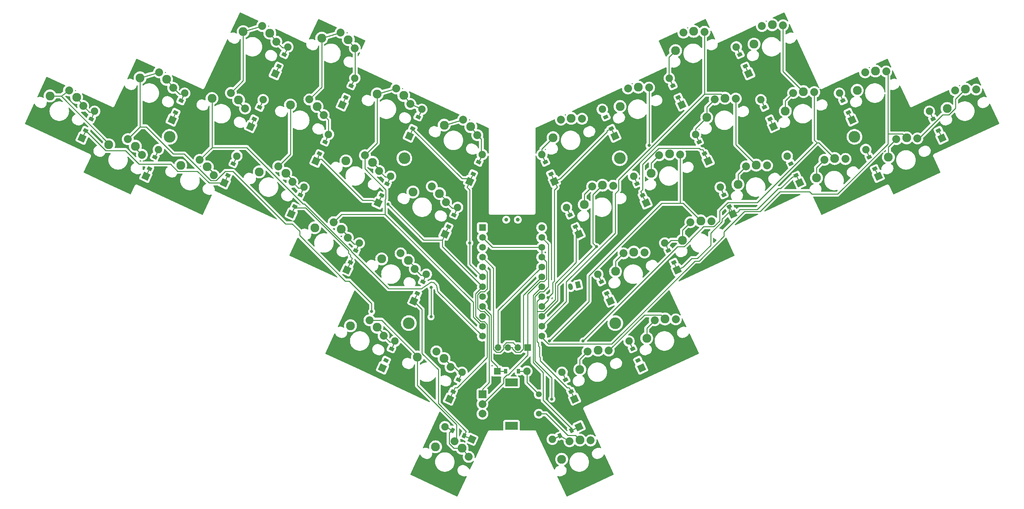
<source format=gbl>
%TF.GenerationSoftware,KiCad,Pcbnew,(5.99.0-13010-g08938463f1)*%
%TF.CreationDate,2021-12-30T23:18:04-06:00*%
%TF.ProjectId,balbuzard,62616c62-757a-4617-9264-2e6b69636164,Rev1*%
%TF.SameCoordinates,Original*%
%TF.FileFunction,Copper,L2,Bot*%
%TF.FilePolarity,Positive*%
%FSLAX46Y46*%
G04 Gerber Fmt 4.6, Leading zero omitted, Abs format (unit mm)*
G04 Created by KiCad (PCBNEW (5.99.0-13010-g08938463f1)) date 2021-12-30 23:18:04*
%MOMM*%
%LPD*%
G01*
G04 APERTURE LIST*
G04 Aperture macros list*
%AMHorizOval*
0 Thick line with rounded ends*
0 $1 width*
0 $2 $3 position (X,Y) of the first rounded end (center of the circle)*
0 $4 $5 position (X,Y) of the second rounded end (center of the circle)*
0 Add line between two ends*
20,1,$1,$2,$3,$4,$5,0*
0 Add two circle primitives to create the rounded ends*
1,1,$1,$2,$3*
1,1,$1,$4,$5*%
%AMRotRect*
0 Rectangle, with rotation*
0 The origin of the aperture is its center*
0 $1 length*
0 $2 width*
0 $3 Rotation angle, in degrees counterclockwise*
0 Add horizontal line*
21,1,$1,$2,0,0,$3*%
G04 Aperture macros list end*
%TA.AperFunction,ComponentPad*%
%ADD10C,1.752600*%
%TD*%
%TA.AperFunction,ComponentPad*%
%ADD11R,1.752600X1.752600*%
%TD*%
%TA.AperFunction,ComponentPad*%
%ADD12C,1.905000*%
%TD*%
%TA.AperFunction,SMDPad,CuDef*%
%ADD13RotRect,0.900000X1.200000X65.000000*%
%TD*%
%TA.AperFunction,ComponentPad*%
%ADD14RotRect,1.778000X1.778000X65.000000*%
%TD*%
%TA.AperFunction,WasherPad*%
%ADD15C,1.000000*%
%TD*%
%TA.AperFunction,ComponentPad*%
%ADD16C,2.032000*%
%TD*%
%TA.AperFunction,ComponentPad*%
%ADD17R,3.200000X2.000000*%
%TD*%
%TA.AperFunction,ComponentPad*%
%ADD18C,1.500000*%
%TD*%
%TA.AperFunction,ComponentPad*%
%ADD19R,2.000000X2.000000*%
%TD*%
%TA.AperFunction,ComponentPad*%
%ADD20C,2.000000*%
%TD*%
%TA.AperFunction,ComponentPad*%
%ADD21C,2.286000*%
%TD*%
%TA.AperFunction,SMDPad,CuDef*%
%ADD22RotRect,0.900000X1.200000X115.000000*%
%TD*%
%TA.AperFunction,ComponentPad*%
%ADD23RotRect,1.778000X1.778000X115.000000*%
%TD*%
%TA.AperFunction,ComponentPad*%
%ADD24C,3.000000*%
%TD*%
%TA.AperFunction,SMDPad,CuDef*%
%ADD25R,0.900000X1.200000*%
%TD*%
%TA.AperFunction,ComponentPad*%
%ADD26R,1.778000X1.778000*%
%TD*%
%TA.AperFunction,ComponentPad*%
%ADD27R,1.700000X1.700000*%
%TD*%
%TA.AperFunction,ComponentPad*%
%ADD28O,1.700000X1.700000*%
%TD*%
%TA.AperFunction,SMDPad,CuDef*%
%ADD29RotRect,0.900000X1.200000X205.000000*%
%TD*%
%TA.AperFunction,ComponentPad*%
%ADD30RotRect,1.778000X1.778000X205.000000*%
%TD*%
%TA.AperFunction,SMDPad,CuDef*%
%ADD31RotRect,0.900000X1.200000X155.000000*%
%TD*%
%TA.AperFunction,ComponentPad*%
%ADD32RotRect,1.778000X1.778000X155.000000*%
%TD*%
%TA.AperFunction,ComponentPad*%
%ADD33RotRect,1.200000X1.700000X193.000000*%
%TD*%
%TA.AperFunction,ComponentPad*%
%ADD34HorizOval,1.200000X-0.056238X0.243593X0.056238X-0.243593X0*%
%TD*%
%TA.AperFunction,ViaPad*%
%ADD35C,0.800000*%
%TD*%
%TA.AperFunction,Conductor*%
%ADD36C,0.250000*%
%TD*%
G04 APERTURE END LIST*
D10*
%TO.P,MCU1,24*%
%TO.N,P9*%
X147500000Y-113000000D03*
%TO.P,MCU1,23*%
%TO.N,P8*%
X147500000Y-110460000D03*
%TO.P,MCU1,22*%
%TO.N,P7*%
X147500000Y-107920000D03*
%TO.P,MCU1,21*%
%TO.N,P6*%
X147500000Y-105380000D03*
%TO.P,MCU1,20*%
%TO.N,P5*%
X147500000Y-102840000D03*
%TO.P,MCU1,19*%
%TO.N,P4*%
X147500000Y-100300000D03*
%TO.P,MCU1,18*%
%TO.N,P3*%
X147500000Y-97760000D03*
%TO.P,MCU1,17*%
%TO.N,P2*%
X147500000Y-95220000D03*
%TO.P,MCU1,16*%
%TO.N,GND*%
X147500000Y-92680000D03*
%TO.P,MCU1,15*%
X147500000Y-90140000D03*
%TO.P,MCU1,14*%
%TO.N,P0*%
X147500000Y-87600000D03*
%TO.P,MCU1,13*%
%TO.N,P1*%
X147500000Y-85060000D03*
%TO.P,MCU1,12*%
%TO.N,P10*%
X132260000Y-113000000D03*
%TO.P,MCU1,11*%
%TO.N,P16*%
X132260000Y-110460000D03*
%TO.P,MCU1,10*%
%TO.N,P14*%
X132260000Y-107920000D03*
%TO.P,MCU1,9*%
%TO.N,P15*%
X132260000Y-105380000D03*
%TO.P,MCU1,8*%
%TO.N,P18*%
X132260000Y-102840000D03*
%TO.P,MCU1,7*%
%TO.N,P19*%
X132260000Y-100300000D03*
%TO.P,MCU1,6*%
%TO.N,P20*%
X132260000Y-97760000D03*
%TO.P,MCU1,5*%
%TO.N,P21*%
X132260000Y-95220000D03*
%TO.P,MCU1,4*%
%TO.N,VCC*%
X132260000Y-92680000D03*
%TO.P,MCU1,3*%
%TO.N,RST*%
X132260000Y-90140000D03*
%TO.P,MCU1,2*%
%TO.N,GND*%
X132260000Y-87600000D03*
D11*
%TO.P,MCU1,1*%
%TO.N,RAW*%
X132260000Y-85060000D03*
%TD*%
D12*
%TO.P,D1,1*%
%TO.N,pinky_bottom*%
X32585376Y-55102267D03*
D13*
%TO.N,P18*%
X30277880Y-60050708D03*
D14*
%TO.P,D1,2*%
X29365024Y-62008333D03*
D13*
%TO.N,pinky_bottom*%
X31672520Y-57059892D03*
%TD*%
D15*
%TO.P,T1,*%
%TO.N,*%
X138380000Y-83030000D03*
X141380000Y-83030000D03*
%TD*%
D13*
%TO.P,D12,1*%
%TO.N,P20*%
X114371580Y-59542608D03*
D12*
%TO.N,index_top*%
X116679076Y-54594167D03*
D13*
%TO.P,D12,2*%
X115766220Y-56551792D03*
D14*
%TO.N,P20*%
X113458724Y-61500233D03*
%TD*%
D16*
%TO.P,S2,1*%
%TO.N,pinky_bottom*%
X29635688Y-53737822D03*
%TO.P,S2,2*%
%TO.N,P9*%
X25991648Y-49721484D03*
%TD*%
D17*
%TO.P,ROT1,*%
%TO.N,*%
X139760000Y-136090000D03*
X139760000Y-124890000D03*
D18*
%TO.P,ROT1,1*%
%TO.N,rotary_diode*%
X146760000Y-127990000D03*
%TO.P,ROT1,2*%
%TO.N,P14*%
X146760000Y-132990000D03*
D19*
%TO.P,ROT1,A*%
%TO.N,P21*%
X132260000Y-127990000D03*
D20*
%TO.P,ROT1,B*%
%TO.N,P0*%
X132260000Y-132990000D03*
%TO.P,ROT1,C*%
%TO.N,GND*%
X132260000Y-130490000D03*
%TD*%
D21*
%TO.P,S45,1*%
%TO.N,P10*%
X214792621Y-50043406D03*
%TO.P,S45,2*%
%TO.N,mirror_ring_home*%
X210111017Y-55029054D03*
%TD*%
D12*
%TO.P,D21,1*%
%TO.N,mirror_pinky_top*%
X224038024Y-50443667D03*
D22*
%TO.N,P6*%
X226345520Y-55392108D03*
%TO.P,D21,2*%
%TO.N,mirror_pinky_top*%
X224950880Y-52401292D03*
D23*
%TO.N,P6*%
X227258376Y-57349733D03*
%TD*%
D16*
%TO.P,S34,1*%
%TO.N,home_thumb*%
X124079788Y-120948722D03*
%TO.P,S34,2*%
%TO.N,P14*%
X120435748Y-116932384D03*
%TD*%
%TO.P,S42,1*%
%TO.N,P9*%
X236050790Y-44853039D03*
%TO.P,S42,2*%
%TO.N,mirror_pinky_top*%
X230631752Y-45062884D03*
%TD*%
D21*
%TO.P,S3,1*%
%TO.N,pinky_home*%
X43053823Y-64099407D03*
%TO.P,S3,2*%
%TO.N,P9*%
X36225318Y-63717803D03*
%TD*%
%TO.P,S49,1*%
%TO.N,P8*%
X202644221Y-68948906D03*
%TO.P,S49,2*%
%TO.N,mirror_middle_bottom*%
X197962617Y-73934554D03*
%TD*%
%TO.P,S31,1*%
%TO.N,near_thumb*%
X105171323Y-110719307D03*
%TO.P,S31,2*%
%TO.N,P14*%
X98342818Y-110337703D03*
%TD*%
D16*
%TO.P,S14,1*%
%TO.N,middle_bottom*%
X83408288Y-73295522D03*
%TO.P,S14,2*%
%TO.N,P8*%
X79764248Y-69279184D03*
%TD*%
%TO.P,S72,1*%
%TO.N,P14*%
X160084690Y-139859039D03*
%TO.P,S72,2*%
%TO.N,mirror_far_thumb*%
X154665652Y-140068884D03*
%TD*%
D24*
%TO.P,HOLE2,1*%
%TO.N,N/C*%
X167573000Y-67185400D03*
%TD*%
D22*
%TO.P,D28,1*%
%TO.N,P4*%
X181447820Y-93982308D03*
D12*
%TO.N,mirror_index_bottom*%
X179140324Y-89033867D03*
D23*
%TO.P,D28,2*%
%TO.N,P4*%
X182360676Y-95939933D03*
D22*
%TO.N,mirror_index_bottom*%
X180053180Y-90991492D03*
%TD*%
D16*
%TO.P,S52,1*%
%TO.N,P8*%
X197384890Y-51849439D03*
%TO.P,S52,2*%
%TO.N,mirror_middle_home*%
X191965852Y-52059284D03*
%TD*%
%TO.P,S64,1*%
%TO.N,P7*%
X165903590Y-74253139D03*
%TO.P,S64,2*%
%TO.N,mirror_inner_home*%
X160484552Y-74462984D03*
%TD*%
D13*
%TO.P,D4,1*%
%TO.N,P18*%
X66830680Y-71578608D03*
D12*
%TO.N,ring_bottom*%
X69138176Y-66630167D03*
D13*
%TO.P,D4,2*%
X68225320Y-68587792D03*
D14*
%TO.N,P18*%
X65917824Y-73536233D03*
%TD*%
D21*
%TO.P,S51,1*%
%TO.N,P8*%
X194614421Y-51729006D03*
%TO.P,S51,2*%
%TO.N,mirror_middle_home*%
X189932817Y-56714654D03*
%TD*%
D12*
%TO.P,D26,1*%
%TO.N,mirror_middle_home*%
X187062624Y-61065367D03*
D22*
%TO.N,P5*%
X189370120Y-66013808D03*
D23*
%TO.P,D26,2*%
X190282976Y-67971433D03*
D22*
%TO.N,mirror_middle_home*%
X187975480Y-63022992D03*
%TD*%
D21*
%TO.P,S19,1*%
%TO.N,index_bottom*%
X95981223Y-85469707D03*
%TO.P,S19,2*%
%TO.N,P16*%
X89152718Y-85088103D03*
%TD*%
D16*
%TO.P,S20,1*%
%TO.N,index_bottom*%
X97669788Y-87669422D03*
%TO.P,S20,2*%
%TO.N,P16*%
X94025748Y-83653084D03*
%TD*%
D12*
%TO.P,D3,1*%
%TO.N,pinky_top*%
X55721876Y-50443667D03*
D13*
%TO.N,P20*%
X53414380Y-55392108D03*
%TO.P,D3,2*%
%TO.N,pinky_top*%
X54809020Y-52401292D03*
D14*
%TO.N,P20*%
X52501524Y-57349733D03*
%TD*%
D16*
%TO.P,S32,1*%
%TO.N,near_thumb*%
X106859888Y-112919022D03*
%TO.P,S32,2*%
%TO.N,P14*%
X103215848Y-108902684D03*
%TD*%
D21*
%TO.P,S53,1*%
%TO.N,P8*%
X186584721Y-34509206D03*
%TO.P,S53,2*%
%TO.N,mirror_middle_top*%
X181903117Y-39494854D03*
%TD*%
D16*
%TO.P,S54,1*%
%TO.N,P8*%
X189355190Y-34629639D03*
%TO.P,S54,2*%
%TO.N,mirror_middle_top*%
X183936152Y-34839484D03*
%TD*%
%TO.P,S8,1*%
%TO.N,ring_bottom*%
X63230188Y-71609922D03*
%TO.P,S8,2*%
%TO.N,P10*%
X59586148Y-67593584D03*
%TD*%
%TO.P,S18,1*%
%TO.N,middle_top*%
X99467788Y-38855822D03*
%TO.P,S18,2*%
%TO.N,P8*%
X95823748Y-34839484D03*
%TD*%
%TO.P,S26,1*%
%TO.N,inner_bottom*%
X114889688Y-95699122D03*
%TO.P,S26,2*%
%TO.N,P7*%
X111245648Y-91682784D03*
%TD*%
D12*
%TO.P,D37,1*%
%TO.N,rotary_diode*%
X143690000Y-122030000D03*
D25*
%TO.N,P15*%
X138230000Y-122030000D03*
D26*
%TO.P,D37,2*%
X136070000Y-122030000D03*
D25*
%TO.N,rotary_diode*%
X141530000Y-122030000D03*
%TD*%
D22*
%TO.P,D34,1*%
%TO.N,P6*%
X172257720Y-119231908D03*
D12*
%TO.N,mirror_near_thumb*%
X169950224Y-114283467D03*
D22*
%TO.P,D34,2*%
X170863080Y-116241092D03*
D23*
%TO.N,P6*%
X173170576Y-121189533D03*
%TD*%
D27*
%TO.P,OLED1,1*%
%TO.N,GND*%
X143930000Y-115930000D03*
D28*
%TO.P,OLED1,2*%
%TO.N,VCC*%
X141390000Y-115930000D03*
%TO.P,OLED1,3*%
%TO.N,P3*%
X138850000Y-115930000D03*
%TO.P,OLED1,4*%
%TO.N,P2*%
X136310000Y-115930000D03*
%TD*%
D12*
%TO.P,D29,1*%
%TO.N,mirror_index_home*%
X171110624Y-71813967D03*
D22*
%TO.N,P5*%
X173418120Y-76762408D03*
D23*
%TO.P,D29,2*%
X174330976Y-78720033D03*
D22*
%TO.N,mirror_index_home*%
X172023480Y-73771592D03*
%TD*%
D21*
%TO.P,S37,1*%
%TO.N,P9*%
X256416821Y-49391206D03*
%TO.P,S37,2*%
%TO.N,mirror_pinky_bottom*%
X251735217Y-54376854D03*
%TD*%
%TO.P,S65,1*%
%TO.N,P7*%
X155103321Y-56912806D03*
%TO.P,S65,2*%
%TO.N,mirror_inner_top*%
X150421717Y-61898454D03*
%TD*%
%TO.P,S57,1*%
%TO.N,P16*%
X180352921Y-66102906D03*
%TO.P,S57,2*%
%TO.N,mirror_index_home*%
X175671317Y-71088554D03*
%TD*%
%TO.P,S29,1*%
%TO.N,inner_top*%
X129260623Y-59059707D03*
%TO.P,S29,2*%
%TO.N,P7*%
X122432118Y-58678103D03*
%TD*%
%TO.P,S39,1*%
%TO.N,P9*%
X241310121Y-61952506D03*
%TO.P,S39,2*%
%TO.N,mirror_pinky_home*%
X236628517Y-66938154D03*
%TD*%
D24*
%TO.P,HOLE5,1*%
%TO.N,N/C*%
X113347200Y-109654800D03*
%TD*%
D21*
%TO.P,S5,1*%
%TO.N,pinky_top*%
X51083623Y-46879507D03*
%TO.P,S5,2*%
%TO.N,P9*%
X44255118Y-46497903D03*
%TD*%
%TO.P,S25,1*%
%TO.N,inner_bottom*%
X113201123Y-93499407D03*
%TO.P,S25,2*%
%TO.N,P7*%
X106372618Y-93117803D03*
%TD*%
%TO.P,S59,1*%
%TO.N,P16*%
X172323221Y-48883106D03*
%TO.P,S59,2*%
%TO.N,mirror_index_top*%
X167641617Y-53868754D03*
%TD*%
D12*
%TO.P,D36,1*%
%TO.N,mirror_far_thumb*%
X150219467Y-139549276D03*
D29*
%TO.N,P4*%
X155167908Y-137241780D03*
%TO.P,D36,2*%
%TO.N,mirror_far_thumb*%
X152177092Y-138636420D03*
D30*
%TO.N,P4*%
X157125533Y-136328924D03*
%TD*%
D13*
%TO.P,D9,1*%
%TO.N,P20*%
X97151680Y-51512808D03*
D12*
%TO.N,middle_top*%
X99459176Y-46564367D03*
D13*
%TO.P,D9,2*%
X98546320Y-48521992D03*
D14*
%TO.N,P20*%
X96238824Y-53470433D03*
%TD*%
D16*
%TO.P,S70,1*%
%TO.N,P14*%
X164743190Y-116722539D03*
%TO.P,S70,2*%
%TO.N,mirror_home_thumb*%
X159324152Y-116932384D03*
%TD*%
%TO.P,S38,1*%
%TO.N,P9*%
X259187290Y-49511639D03*
%TO.P,S38,2*%
%TO.N,mirror_pinky_bottom*%
X253768252Y-49721484D03*
%TD*%
D21*
%TO.P,S47,1*%
%TO.N,P10*%
X206762921Y-32823606D03*
%TO.P,S47,2*%
%TO.N,mirror_ring_top*%
X202081317Y-37809254D03*
%TD*%
D24*
%TO.P,HOLE6,1*%
%TO.N,N/C*%
X166412700Y-109654800D03*
%TD*%
D22*
%TO.P,D27,1*%
%TO.N,P6*%
X182608220Y-51512808D03*
D12*
%TO.N,mirror_middle_top*%
X180300724Y-46564367D03*
D22*
%TO.P,D27,2*%
X181213580Y-48521992D03*
D23*
%TO.N,P6*%
X183521076Y-53470433D03*
%TD*%
D21*
%TO.P,S27,1*%
%TO.N,inner_home*%
X121230823Y-76279607D03*
%TO.P,S27,2*%
%TO.N,P7*%
X114402318Y-75898003D03*
%TD*%
D16*
%TO.P,S40,1*%
%TO.N,P9*%
X244080590Y-62072939D03*
%TO.P,S40,2*%
%TO.N,mirror_pinky_home*%
X238661552Y-62282784D03*
%TD*%
D12*
%TO.P,D6,1*%
%TO.N,ring_top*%
X82239376Y-38534667D03*
D13*
%TO.N,P20*%
X79931880Y-43483108D03*
%TO.P,D6,2*%
%TO.N,ring_top*%
X81326520Y-40492292D03*
D14*
%TO.N,P20*%
X79019024Y-45440733D03*
%TD*%
D16*
%TO.P,S48,1*%
%TO.N,P10*%
X209533390Y-32944039D03*
%TO.P,S48,2*%
%TO.N,mirror_ring_top*%
X204114352Y-33153884D03*
%TD*%
D12*
%TO.P,D5,1*%
%TO.N,ring_home*%
X75900076Y-52129267D03*
D13*
%TO.N,P19*%
X73592580Y-57077708D03*
%TO.P,D5,2*%
%TO.N,ring_home*%
X74987220Y-54086892D03*
D14*
%TO.N,P19*%
X72679724Y-59035333D03*
%TD*%
D21*
%TO.P,S1,1*%
%TO.N,pinky_bottom*%
X27947123Y-51538107D03*
%TO.P,S1,2*%
%TO.N,P9*%
X21118618Y-51156503D03*
%TD*%
%TO.P,S17,1*%
%TO.N,middle_top*%
X97779223Y-36656107D03*
%TO.P,S17,2*%
%TO.N,P8*%
X90950718Y-36274503D03*
%TD*%
D12*
%TO.P,D13,1*%
%TO.N,inner_bottom*%
X117839376Y-97063567D03*
D13*
%TO.N,P18*%
X115531880Y-102012008D03*
D14*
%TO.P,D13,2*%
X114619024Y-103969633D03*
D13*
%TO.N,inner_bottom*%
X116926520Y-99021192D03*
%TD*%
D22*
%TO.P,D22,1*%
%TO.N,P4*%
X212929220Y-71578608D03*
D12*
%TO.N,mirror_ring_bottom*%
X210621724Y-66630167D03*
D23*
%TO.P,D22,2*%
%TO.N,P4*%
X213842076Y-73536233D03*
D22*
%TO.N,mirror_ring_bottom*%
X211534580Y-68587792D03*
%TD*%
D21*
%TO.P,S63,1*%
%TO.N,P7*%
X163133121Y-74132706D03*
%TO.P,S63,2*%
%TO.N,mirror_inner_home*%
X158451517Y-79118354D03*
%TD*%
D31*
%TO.P,D18,1*%
%TO.N,P18*%
X127582908Y-138636420D03*
D12*
%TO.N,far_thumb*%
X122634467Y-136328924D03*
D31*
%TO.P,D18,2*%
X124592092Y-137241780D03*
D32*
%TO.N,P18*%
X129540533Y-139549276D03*
%TD*%
D22*
%TO.P,D30,1*%
%TO.N,P6*%
X165388320Y-59542608D03*
D12*
%TO.N,mirror_index_top*%
X163080824Y-54594167D03*
D22*
%TO.P,D30,2*%
X163993680Y-56551792D03*
D23*
%TO.N,P6*%
X166301176Y-61500233D03*
%TD*%
D16*
%TO.P,S10,1*%
%TO.N,ring_home*%
X71259888Y-54390022D03*
%TO.P,S10,2*%
%TO.N,P10*%
X67615848Y-50373684D03*
%TD*%
D12*
%TO.P,D15,1*%
%TO.N,inner_top*%
X132208476Y-66249167D03*
D13*
%TO.N,P20*%
X129900980Y-71197608D03*
%TO.P,D15,2*%
%TO.N,inner_top*%
X131295620Y-68206792D03*
D14*
%TO.N,P20*%
X128988124Y-73155233D03*
%TD*%
D13*
%TO.P,D7,1*%
%TO.N,P18*%
X84050580Y-79608408D03*
D12*
%TO.N,middle_bottom*%
X86358076Y-74659967D03*
D14*
%TO.P,D7,2*%
%TO.N,P18*%
X83137724Y-81566033D03*
D13*
%TO.N,middle_bottom*%
X85445220Y-76617592D03*
%TD*%
D12*
%TO.P,D35,1*%
%TO.N,mirror_home_thumb*%
X152730424Y-122313167D03*
D22*
%TO.N,P5*%
X155037920Y-127261608D03*
D23*
%TO.P,D35,2*%
X155950776Y-129219233D03*
D22*
%TO.N,mirror_home_thumb*%
X153643280Y-124270792D03*
%TD*%
D16*
%TO.P,S50,1*%
%TO.N,P8*%
X205414690Y-69069339D03*
%TO.P,S50,2*%
%TO.N,mirror_middle_bottom*%
X199995652Y-69279184D03*
%TD*%
%TO.P,S22,1*%
%TO.N,index_home*%
X105699588Y-70449522D03*
%TO.P,S22,2*%
%TO.N,P16*%
X102055548Y-66433184D03*
%TD*%
D13*
%TO.P,D8,1*%
%TO.N,P19*%
X90389780Y-66013808D03*
D12*
%TO.N,middle_home*%
X92697276Y-61065367D03*
D13*
%TO.P,D8,2*%
X91784420Y-63022992D03*
D14*
%TO.N,P19*%
X89476924Y-67971433D03*
%TD*%
D22*
%TO.P,D20,1*%
%TO.N,P5*%
X233107420Y-69893008D03*
D12*
%TO.N,mirror_pinky_home*%
X230799924Y-64944567D03*
D22*
%TO.P,D20,2*%
X231712780Y-66902192D03*
D23*
%TO.N,P5*%
X234020276Y-71850633D03*
%TD*%
D16*
%TO.P,S16,1*%
%TO.N,middle_home*%
X91438088Y-56075622D03*
%TO.P,S16,2*%
%TO.N,P8*%
X87794048Y-52059284D03*
%TD*%
%TO.P,S28,1*%
%TO.N,inner_home*%
X122919388Y-78479322D03*
%TO.P,S28,2*%
%TO.N,P7*%
X119275348Y-74462984D03*
%TD*%
D21*
%TO.P,S21,1*%
%TO.N,index_home*%
X104011023Y-68249807D03*
%TO.P,S21,2*%
%TO.N,P16*%
X97182518Y-67868203D03*
%TD*%
D12*
%TO.P,D14,1*%
%TO.N,inner_home*%
X125869176Y-79843767D03*
D13*
%TO.N,P19*%
X123561680Y-84792208D03*
D14*
%TO.P,D14,2*%
X122648824Y-86749833D03*
D13*
%TO.N,inner_home*%
X124956320Y-81801392D03*
%TD*%
D21*
%TO.P,S35,1*%
%TO.N,far_thumb*%
X127049823Y-141885507D03*
%TO.P,S35,2*%
%TO.N,P14*%
X120221318Y-141503903D03*
%TD*%
D12*
%TO.P,D23,1*%
%TO.N,mirror_ring_home*%
X203859824Y-52129267D03*
D22*
%TO.N,P5*%
X206167320Y-57077708D03*
D23*
%TO.P,D23,2*%
X207080176Y-59035333D03*
D22*
%TO.N,mirror_ring_home*%
X204772680Y-54086892D03*
%TD*%
D16*
%TO.P,S6,1*%
%TO.N,pinky_top*%
X52772188Y-49079222D03*
%TO.P,S6,2*%
%TO.N,P9*%
X49128148Y-45062884D03*
%TD*%
%TO.P,S36,1*%
%TO.N,far_thumb*%
X128738388Y-144085222D03*
%TO.P,S36,2*%
%TO.N,P14*%
X125094348Y-140068884D03*
%TD*%
D21*
%TO.P,S67,1*%
%TO.N,P14*%
X179192621Y-108572406D03*
%TO.P,S67,2*%
%TO.N,mirror_near_thumb*%
X174511017Y-113558054D03*
%TD*%
D13*
%TO.P,D10,1*%
%TO.N,P18*%
X98312080Y-93982308D03*
D12*
%TO.N,index_bottom*%
X100619576Y-89033867D03*
D14*
%TO.P,D10,2*%
%TO.N,P18*%
X97399224Y-95939933D03*
D13*
%TO.N,index_bottom*%
X99706720Y-90991492D03*
%TD*%
D21*
%TO.P,S41,1*%
%TO.N,P9*%
X233280321Y-44732606D03*
%TO.P,S41,2*%
%TO.N,mirror_pinky_top*%
X228598717Y-49718254D03*
%TD*%
D16*
%TO.P,S24,1*%
%TO.N,index_top*%
X113729288Y-53229722D03*
%TO.P,S24,2*%
%TO.N,P16*%
X110085248Y-49213384D03*
%TD*%
D21*
%TO.P,S23,1*%
%TO.N,index_top*%
X112040723Y-51030007D03*
%TO.P,S23,2*%
%TO.N,P16*%
X105212218Y-50648403D03*
%TD*%
%TO.P,S33,1*%
%TO.N,home_thumb*%
X122391223Y-118749007D03*
%TO.P,S33,2*%
%TO.N,P14*%
X115562718Y-118367403D03*
%TD*%
D24*
%TO.P,HOLE3,1*%
%TO.N,N/C*%
X51863700Y-61675400D03*
%TD*%
D12*
%TO.P,D33,1*%
%TO.N,mirror_inner_top*%
X147551524Y-66249167D03*
D22*
%TO.N,P6*%
X149859020Y-71197608D03*
%TO.P,D33,2*%
%TO.N,mirror_inner_top*%
X148464380Y-68206792D03*
D23*
%TO.N,P6*%
X150771876Y-73155233D03*
%TD*%
D22*
%TO.P,D32,1*%
%TO.N,P5*%
X156198220Y-84792208D03*
D12*
%TO.N,mirror_inner_home*%
X153890724Y-79843767D03*
D23*
%TO.P,D32,2*%
%TO.N,P5*%
X157111076Y-86749833D03*
D22*
%TO.N,mirror_inner_home*%
X154803580Y-81801392D03*
%TD*%
D21*
%TO.P,S13,1*%
%TO.N,middle_bottom*%
X81719723Y-71095807D03*
%TO.P,S13,2*%
%TO.N,P8*%
X74891218Y-70714203D03*
%TD*%
%TO.P,S61,1*%
%TO.N,P7*%
X171162821Y-91352506D03*
%TO.P,S61,2*%
%TO.N,mirror_inner_bottom*%
X166481217Y-96338154D03*
%TD*%
%TO.P,S55,1*%
%TO.N,P16*%
X188382721Y-83322806D03*
%TO.P,S55,2*%
%TO.N,mirror_index_bottom*%
X183701117Y-88308454D03*
%TD*%
D12*
%TO.P,D24,1*%
%TO.N,mirror_ring_top*%
X197520524Y-38534667D03*
D22*
%TO.N,P6*%
X199828020Y-43483108D03*
%TO.P,D24,2*%
%TO.N,mirror_ring_top*%
X198433380Y-40492292D03*
D23*
%TO.N,P6*%
X200740876Y-45440733D03*
%TD*%
D16*
%TO.P,S44,1*%
%TO.N,P10*%
X225592890Y-67383739D03*
%TO.P,S44,2*%
%TO.N,mirror_ring_bottom*%
X220173852Y-67593584D03*
%TD*%
D21*
%TO.P,S15,1*%
%TO.N,middle_home*%
X89749523Y-53875907D03*
%TO.P,S15,2*%
%TO.N,P8*%
X82921018Y-53494303D03*
%TD*%
D16*
%TO.P,S4,1*%
%TO.N,pinky_home*%
X44742388Y-66299122D03*
%TO.P,S4,2*%
%TO.N,P9*%
X41098348Y-62282784D03*
%TD*%
D21*
%TO.P,S9,1*%
%TO.N,ring_home*%
X69571323Y-52190307D03*
%TO.P,S9,2*%
%TO.N,P10*%
X62742818Y-51808703D03*
%TD*%
D16*
%TO.P,S58,1*%
%TO.N,P16*%
X183123390Y-66223339D03*
%TO.P,S58,2*%
%TO.N,mirror_index_home*%
X177704352Y-66433184D03*
%TD*%
D13*
%TO.P,D17,1*%
%TO.N,P19*%
X124721980Y-127261608D03*
D12*
%TO.N,home_thumb*%
X127029476Y-122313167D03*
D14*
%TO.P,D17,2*%
%TO.N,P19*%
X123809124Y-129219233D03*
D13*
%TO.N,home_thumb*%
X126116620Y-124270792D03*
%TD*%
%TO.P,D16,1*%
%TO.N,P20*%
X107502180Y-119231908D03*
D12*
%TO.N,near_thumb*%
X109809676Y-114283467D03*
D14*
%TO.P,D16,2*%
%TO.N,P20*%
X106589324Y-121189533D03*
D13*
%TO.N,near_thumb*%
X108896820Y-116241092D03*
%TD*%
D21*
%TO.P,S7,1*%
%TO.N,ring_bottom*%
X61541623Y-69410207D03*
%TO.P,S7,2*%
%TO.N,P10*%
X54713118Y-69028603D03*
%TD*%
D16*
%TO.P,S68,1*%
%TO.N,P14*%
X181963090Y-108692839D03*
%TO.P,S68,2*%
%TO.N,mirror_near_thumb*%
X176544052Y-108902684D03*
%TD*%
D21*
%TO.P,S43,1*%
%TO.N,P10*%
X222822421Y-67263306D03*
%TO.P,S43,2*%
%TO.N,mirror_ring_bottom*%
X218140817Y-72248954D03*
%TD*%
D33*
%TO.P,JST1,1*%
%TO.N,RAW*%
X156854370Y-99805049D03*
D34*
%TO.P,JST1,2*%
%TO.N,slider_positive*%
X154905630Y-100254951D03*
%TD*%
D12*
%TO.P,D2,1*%
%TO.N,pinky_home*%
X48959976Y-64944567D03*
D13*
%TO.N,P19*%
X46652480Y-69893008D03*
%TO.P,D2,2*%
%TO.N,pinky_home*%
X48047120Y-66902192D03*
D14*
%TO.N,P19*%
X45739624Y-71850633D03*
%TD*%
D16*
%TO.P,S30,1*%
%TO.N,inner_top*%
X130949188Y-61259422D03*
%TO.P,S30,2*%
%TO.N,P7*%
X127305148Y-57243084D03*
%TD*%
%TO.P,S56,1*%
%TO.N,P16*%
X191153190Y-83443239D03*
%TO.P,S56,2*%
%TO.N,mirror_index_bottom*%
X185734152Y-83653084D03*
%TD*%
%TO.P,S12,1*%
%TO.N,ring_top*%
X79289588Y-37170222D03*
%TO.P,S12,2*%
%TO.N,P10*%
X75645548Y-33153884D03*
%TD*%
D24*
%TO.P,HOLE1,1*%
%TO.N,N/C*%
X112186900Y-67185400D03*
%TD*%
D16*
%TO.P,S60,1*%
%TO.N,P16*%
X175093690Y-49003539D03*
%TO.P,S60,2*%
%TO.N,mirror_index_top*%
X169674652Y-49213384D03*
%TD*%
D12*
%TO.P,D11,1*%
%TO.N,index_home*%
X108649276Y-71813967D03*
D13*
%TO.N,P19*%
X106341780Y-76762408D03*
%TO.P,D11,2*%
%TO.N,index_home*%
X107736420Y-73771592D03*
D14*
%TO.N,P19*%
X105428924Y-78720033D03*
%TD*%
D24*
%TO.P,HOLE4,1*%
%TO.N,N/C*%
X227896200Y-61675400D03*
%TD*%
D22*
%TO.P,D25,1*%
%TO.N,P4*%
X195709320Y-79608408D03*
D12*
%TO.N,mirror_middle_bottom*%
X193401824Y-74659967D03*
D22*
%TO.P,D25,2*%
X194314680Y-76617592D03*
D23*
%TO.N,P4*%
X196622176Y-81566033D03*
%TD*%
D21*
%TO.P,S11,1*%
%TO.N,ring_top*%
X77601023Y-34970507D03*
%TO.P,S11,2*%
%TO.N,P10*%
X70772518Y-34588903D03*
%TD*%
D22*
%TO.P,D19,1*%
%TO.N,P4*%
X249482020Y-60050708D03*
D12*
%TO.N,mirror_pinky_bottom*%
X247174524Y-55102267D03*
D23*
%TO.P,D19,2*%
%TO.N,P4*%
X250394876Y-62008333D03*
D22*
%TO.N,mirror_pinky_bottom*%
X248087380Y-57059892D03*
%TD*%
D21*
%TO.P,S71,1*%
%TO.N,P14*%
X157314221Y-139738606D03*
%TO.P,S71,2*%
%TO.N,mirror_far_thumb*%
X152632617Y-144724254D03*
%TD*%
D16*
%TO.P,S62,1*%
%TO.N,P7*%
X173933290Y-91472939D03*
%TO.P,S62,2*%
%TO.N,mirror_inner_bottom*%
X168514252Y-91682784D03*
%TD*%
D12*
%TO.P,D31,1*%
%TO.N,mirror_inner_bottom*%
X161920524Y-97063567D03*
D22*
%TO.N,P4*%
X164228020Y-102012008D03*
%TO.P,D31,2*%
%TO.N,mirror_inner_bottom*%
X162833380Y-99021192D03*
D23*
%TO.N,P4*%
X165140876Y-103969633D03*
%TD*%
D16*
%TO.P,S46,1*%
%TO.N,P10*%
X217563090Y-50163839D03*
%TO.P,S46,2*%
%TO.N,mirror_ring_home*%
X212144052Y-50373684D03*
%TD*%
D21*
%TO.P,S69,1*%
%TO.N,P14*%
X161972721Y-116602106D03*
%TO.P,S69,2*%
%TO.N,mirror_home_thumb*%
X157291117Y-121587754D03*
%TD*%
D16*
%TO.P,S66,1*%
%TO.N,P7*%
X157873790Y-57033239D03*
%TO.P,S66,2*%
%TO.N,mirror_inner_top*%
X152454752Y-57243084D03*
%TD*%
D35*
%TO.N,pinky_bottom*%
X31672520Y-57059892D03*
%TO.N,P9*%
X103796700Y-106650000D03*
%TO.N,P18*%
X66830700Y-71578600D03*
X98312100Y-93982300D03*
X30277900Y-60050700D03*
X115531880Y-102012008D03*
X84050580Y-79608408D03*
X127582908Y-138636420D03*
%TO.N,pinky_home*%
X48047120Y-66902192D03*
%TO.N,P19*%
X124721980Y-127261608D03*
X73592600Y-57077700D03*
X106341800Y-76762400D03*
X46652480Y-69893008D03*
X123561700Y-84792200D03*
X107959300Y-79065800D03*
X90389780Y-66013808D03*
%TO.N,pinky_top*%
X54809020Y-52401292D03*
%TO.N,P20*%
X79931900Y-43483100D03*
X114371600Y-59542600D03*
X119055000Y-108015000D03*
X53414400Y-55392100D03*
X129900980Y-71197608D03*
X128988100Y-88998100D03*
X119055000Y-100415000D03*
X107502180Y-119231908D03*
X97151700Y-51512800D03*
%TO.N,ring_bottom*%
X68225300Y-68587800D03*
%TO.N,P10*%
X158141700Y-114260300D03*
%TO.N,ring_home*%
X74987220Y-54086892D03*
%TO.N,ring_top*%
X81376044Y-40386044D03*
%TO.N,middle_bottom*%
X85445200Y-76617600D03*
%TO.N,middle_home*%
X91784420Y-63022992D03*
%TO.N,middle_top*%
X98614892Y-48374892D03*
%TO.N,index_bottom*%
X99706720Y-90991492D03*
%TO.N,P16*%
X175093700Y-63889500D03*
X149453200Y-114241900D03*
%TO.N,index_home*%
X107736420Y-73771592D03*
%TO.N,index_top*%
X115766220Y-56551792D03*
%TO.N,inner_bottom*%
X116926520Y-99021192D03*
%TO.N,P7*%
X161546200Y-89985300D03*
%TO.N,inner_home*%
X124956300Y-81801400D03*
%TO.N,inner_top*%
X131295620Y-68206792D03*
%TO.N,near_thumb*%
X108896800Y-116241100D03*
%TO.N,home_thumb*%
X126116600Y-124270800D03*
%TO.N,far_thumb*%
X124592092Y-137241780D03*
%TO.N,mirror_pinky_bottom*%
X248087380Y-57059892D03*
%TO.N,P4*%
X212929220Y-71578608D03*
X155167908Y-137241780D03*
X181447800Y-93982300D03*
X164228020Y-102012008D03*
X249482020Y-60050708D03*
X195709320Y-79608408D03*
%TO.N,mirror_pinky_home*%
X231712780Y-66902192D03*
%TO.N,P5*%
X206167300Y-57077700D03*
X233107420Y-69893008D03*
X156198220Y-84792208D03*
X173418120Y-76762408D03*
X189370120Y-66013808D03*
X155037920Y-127261608D03*
%TO.N,mirror_pinky_top*%
X224950900Y-52401300D03*
%TO.N,P6*%
X149127400Y-103115700D03*
X226345520Y-55392108D03*
X182608220Y-51512808D03*
X199828020Y-43483108D03*
X172257720Y-119231908D03*
X165388300Y-59542600D03*
X149859020Y-71197608D03*
%TO.N,mirror_ring_bottom*%
X211534580Y-68587792D03*
%TO.N,mirror_ring_home*%
X204772680Y-54086892D03*
%TO.N,mirror_ring_top*%
X198433380Y-40492292D03*
%TO.N,mirror_middle_bottom*%
X194314700Y-76617600D03*
%TO.N,mirror_middle_home*%
X187975500Y-63023000D03*
%TO.N,mirror_middle_top*%
X181145040Y-48374960D03*
%TO.N,mirror_index_bottom*%
X180053200Y-90991500D03*
%TO.N,mirror_index_home*%
X172023480Y-73771592D03*
%TO.N,mirror_index_top*%
X163993680Y-56551792D03*
%TO.N,mirror_inner_bottom*%
X162833400Y-99021200D03*
%TO.N,mirror_inner_home*%
X154803580Y-81801392D03*
%TO.N,mirror_inner_top*%
X148464380Y-68206792D03*
%TO.N,mirror_near_thumb*%
X170863080Y-116241092D03*
%TO.N,mirror_home_thumb*%
X153643280Y-124270792D03*
%TO.N,mirror_far_thumb*%
X152177092Y-138636420D03*
%TO.N,P0*%
X150090700Y-129196300D03*
%TD*%
D36*
%TO.N,GND*%
X134800000Y-90140000D02*
X147500000Y-90140000D01*
%TO.N,pinky_bottom*%
X32142500Y-55323700D02*
X32142500Y-56051900D01*
X31221600Y-55323700D02*
X29635700Y-53737800D01*
X27947123Y-51538107D02*
X29635688Y-53737822D01*
X32585400Y-55102300D02*
X32364000Y-55323700D01*
X31672500Y-57059900D02*
X32142500Y-56051900D01*
X32364000Y-55323700D02*
X32142500Y-55323700D01*
X32142500Y-55323700D02*
X31221600Y-55323700D01*
%TO.N,P9*%
X85257800Y-87101100D02*
X96968600Y-98811900D01*
X96968600Y-98811900D02*
X98023300Y-98811900D01*
X55546400Y-66086000D02*
X62412400Y-72952000D01*
X186873100Y-93634900D02*
X187960700Y-93634900D01*
X44255118Y-46497903D02*
X49128148Y-45062884D01*
X44255100Y-59126000D02*
X45840800Y-59126000D01*
X23960500Y-51156500D02*
X21118600Y-51156500D01*
X187960700Y-93634900D02*
X194388600Y-87207000D01*
X236498100Y-45300300D02*
X236050800Y-44853000D01*
X253910000Y-54286800D02*
X253910000Y-51898000D01*
X103796700Y-104585300D02*
X103796700Y-106650000D01*
X216980200Y-76444600D02*
X223550300Y-76444600D01*
X83386400Y-84104900D02*
X85257800Y-85976300D01*
X252178800Y-56018000D02*
X253910000Y-54286800D01*
X244080600Y-62072900D02*
X244507000Y-62072900D01*
X149189300Y-115014500D02*
X165493500Y-115014500D01*
X25991648Y-49721484D02*
X23960500Y-51156500D01*
X147500000Y-113325200D02*
X149189300Y-115014500D01*
X236498100Y-63496800D02*
X236498100Y-60911200D01*
X253910000Y-51898000D02*
X256416800Y-49391200D01*
X36225300Y-63717800D02*
X36225300Y-63421300D01*
X66189800Y-70575400D02*
X68135900Y-70575400D01*
X165493500Y-115014500D02*
X186873100Y-93634900D01*
X36225300Y-63421300D02*
X23960500Y-51156500D01*
X85257800Y-85976300D02*
X85257800Y-87101100D01*
X81665400Y-84104900D02*
X83386400Y-84104900D01*
X44255100Y-46497900D02*
X44255100Y-59126000D01*
X244507000Y-62072900D02*
X250561900Y-56018000D01*
X240268800Y-60911200D02*
X241310100Y-61952500D01*
X98023300Y-98811900D02*
X103796700Y-104585300D01*
X44255100Y-59126000D02*
X41098300Y-62282800D01*
X236498100Y-60911200D02*
X240268800Y-60911200D01*
X147500000Y-113000000D02*
X147500000Y-113325200D01*
X194388600Y-87207000D02*
X194388600Y-86113000D01*
X194388600Y-86113000D02*
X199635500Y-80866100D01*
X199635500Y-80866100D02*
X203694500Y-80866100D01*
X223550300Y-76444600D02*
X236498100Y-63496800D01*
X62412400Y-72952000D02*
X63813200Y-72952000D01*
X236498100Y-60911200D02*
X236498100Y-45300300D01*
X63813200Y-72952000D02*
X66189800Y-70575400D01*
X203694500Y-80866100D02*
X208764200Y-75796400D01*
X52800800Y-66086000D02*
X55546400Y-66086000D01*
X68135900Y-70575400D02*
X81665400Y-84104900D01*
X208764200Y-75796400D02*
X216332000Y-75796400D01*
X45840800Y-59126000D02*
X52800800Y-66086000D01*
X250561900Y-56018000D02*
X252178800Y-56018000D01*
X216332000Y-75796400D02*
X216980200Y-76444600D01*
%TO.N,P18*%
X66617700Y-72035100D02*
X66830700Y-71822100D01*
X98312100Y-92504500D02*
X98782100Y-92974500D01*
X84050600Y-79958400D02*
X86819500Y-79958400D01*
X114619024Y-103969633D02*
X115531880Y-102012008D01*
X66830680Y-71578608D02*
X66830700Y-71578600D01*
X29365000Y-62008300D02*
X30064900Y-60507200D01*
X116745300Y-117473300D02*
X116745300Y-106095900D01*
X128093200Y-137542000D02*
X120922800Y-130371600D01*
X120922800Y-130371600D02*
X120922800Y-121650800D01*
X129540500Y-139549300D02*
X128039400Y-138849400D01*
X128039400Y-138849400D02*
X127796000Y-138849400D01*
X62012000Y-73536200D02*
X65917800Y-73536200D01*
X97399200Y-95939900D02*
X98099100Y-94438800D01*
X66830700Y-71822100D02*
X66830700Y-71578600D01*
X98312100Y-94225800D02*
X98312100Y-93982300D01*
X30541800Y-60324400D02*
X35431000Y-65213600D01*
X116745300Y-106095900D02*
X114619024Y-103969633D01*
X86819500Y-79958400D02*
X97861800Y-91000700D01*
X83944100Y-79958400D02*
X84050600Y-79958400D01*
X65917800Y-73536200D02*
X66617700Y-72035100D01*
X43985700Y-68686900D02*
X52081300Y-68686900D01*
X120922800Y-121650800D02*
X116745300Y-117473300D01*
X127582900Y-138636400D02*
X128093200Y-137542000D01*
X30277880Y-60050708D02*
X30277900Y-60050700D01*
X98312100Y-93982300D02*
X98782100Y-92974500D01*
X30247700Y-60324400D02*
X30277900Y-60324400D01*
X97861800Y-91000700D02*
X97861800Y-91637500D01*
X127583000Y-138636400D02*
X127582900Y-138636400D01*
X35431000Y-65213600D02*
X40512400Y-65213600D01*
X30064900Y-60507200D02*
X30247700Y-60324400D01*
X40512400Y-65213600D02*
X43985700Y-68686900D01*
X52081300Y-68686900D02*
X53918800Y-70524400D01*
X98312100Y-92087800D02*
X98312100Y-92504500D01*
X127796000Y-138849400D02*
X127583000Y-138636400D01*
X83837600Y-80064900D02*
X83944100Y-79958400D01*
X83137700Y-81566000D02*
X83837600Y-80064900D01*
X53918800Y-70524400D02*
X59000200Y-70524400D01*
X84050600Y-79958400D02*
X84050600Y-79608400D01*
X98099100Y-94438800D02*
X98312100Y-94225800D01*
X98312080Y-93982308D02*
X98312100Y-93982300D01*
X30277900Y-60324400D02*
X30277900Y-60050700D01*
X30277900Y-60324400D02*
X30541800Y-60324400D01*
X59000200Y-70524400D02*
X62012000Y-73536200D01*
X97861800Y-91637500D02*
X98312100Y-92087800D01*
%TO.N,pinky_home*%
X48517100Y-65387500D02*
X48517100Y-65894200D01*
X48960000Y-64944600D02*
X48517100Y-65387500D01*
X48047100Y-66902200D02*
X48517100Y-65894200D01*
X44742400Y-66299100D02*
X43053800Y-64610500D01*
X43053800Y-64610500D02*
X43053800Y-64099400D01*
%TO.N,P19*%
X131893200Y-109258300D02*
X130537200Y-107902300D01*
X124509000Y-127718100D02*
X124722000Y-127505100D01*
X106341780Y-76762408D02*
X106341800Y-76762400D01*
X133506000Y-118477600D02*
X133506000Y-109988900D01*
X73592600Y-57321200D02*
X73592600Y-57077700D01*
X124722000Y-127261600D02*
X125192000Y-126253800D01*
X105428900Y-78720000D02*
X106128800Y-77218900D01*
X130537200Y-107902300D02*
X130537200Y-102022800D01*
X122648800Y-86243100D02*
X122648800Y-86749800D01*
X124722000Y-127505100D02*
X124722000Y-127261600D01*
X101474800Y-78020100D02*
X90897500Y-67442800D01*
X123091700Y-85800200D02*
X122648800Y-86243100D01*
X133506000Y-109988900D02*
X132775400Y-109258300D01*
X106128800Y-77218900D02*
X106341800Y-77005900D01*
X90897500Y-67442800D02*
X90005500Y-67442800D01*
X89476900Y-67971400D02*
X90005500Y-67442800D01*
X105428900Y-78720000D02*
X103927800Y-78020100D01*
X122648800Y-86749800D02*
X121948900Y-88250900D01*
X123809100Y-129219200D02*
X124509000Y-127718100D01*
X90005500Y-67107500D02*
X89919800Y-67021800D01*
X46439500Y-70349500D02*
X46652500Y-70136500D01*
X46652500Y-70136500D02*
X46652500Y-69893000D01*
X73592580Y-57077708D02*
X73592600Y-57077700D01*
X132775400Y-109258300D02*
X131893200Y-109258300D01*
X106341800Y-77005900D02*
X106341800Y-76762400D01*
X132260000Y-100300000D02*
X121948900Y-89988900D01*
X72679700Y-59035300D02*
X73379600Y-57534200D01*
X90389800Y-66013800D02*
X89919800Y-67021800D01*
X121948900Y-89988900D02*
X121948900Y-88250900D01*
X123561680Y-84792208D02*
X123561700Y-84792200D01*
X125192000Y-126253800D02*
X125729800Y-126253800D01*
X103927800Y-78020100D02*
X101474800Y-78020100D01*
X121948900Y-88250900D02*
X117144400Y-88250900D01*
X125729800Y-126253800D02*
X133506000Y-118477600D01*
X90005500Y-67442800D02*
X90005500Y-67107500D01*
X45739600Y-71850600D02*
X46439500Y-70349500D01*
X123561700Y-84792200D02*
X123091700Y-85800200D01*
X130537200Y-102022800D02*
X132260000Y-100300000D01*
X73379600Y-57534200D02*
X73592600Y-57321200D01*
X117144400Y-88250900D02*
X107959300Y-79065800D01*
%TO.N,pinky_top*%
X55500500Y-50665100D02*
X55279000Y-50665100D01*
X54809000Y-52401300D02*
X55279000Y-51393300D01*
X55721900Y-50443700D02*
X55500500Y-50665100D01*
X51083623Y-46879507D02*
X52772188Y-49079222D01*
X54358100Y-50665100D02*
X52772200Y-49079200D01*
X55279000Y-50665100D02*
X55279000Y-51393300D01*
X55279000Y-50665100D02*
X54358100Y-50665100D01*
%TO.N,P20*%
X79718900Y-43939600D02*
X79931900Y-43726600D01*
X96238800Y-53470400D02*
X96938700Y-51969300D01*
X79931880Y-43483108D02*
X79931900Y-43483100D01*
X128988100Y-73155200D02*
X128288200Y-74656300D01*
X53201400Y-55848600D02*
X53414400Y-55635600D01*
X97151700Y-51756300D02*
X97151700Y-51512800D01*
X97151680Y-51512808D02*
X97151700Y-51512800D01*
X128988100Y-75356200D02*
X128288200Y-74656300D01*
X128988100Y-94488100D02*
X128988100Y-88998100D01*
X53414400Y-55635600D02*
X53414400Y-55392100D01*
X114371580Y-59542608D02*
X114371600Y-59542600D01*
X129431000Y-72205600D02*
X129209600Y-72427000D01*
X96938700Y-51969300D02*
X97151700Y-51756300D01*
X79931900Y-43726600D02*
X79931900Y-43483100D01*
X113458700Y-61500200D02*
X114158600Y-59999100D01*
X127012500Y-72427000D02*
X114371600Y-59786100D01*
X119055000Y-108015000D02*
X119055000Y-100415000D01*
X129209600Y-72427000D02*
X128988100Y-72427000D01*
X52501500Y-57349700D02*
X53201400Y-55848600D01*
X114371600Y-59786100D02*
X114371600Y-59542600D01*
X129901000Y-71197600D02*
X129431000Y-72205600D01*
X79019000Y-45440700D02*
X79718900Y-43939600D01*
X128988100Y-72427000D02*
X128988100Y-73155200D01*
X128988100Y-72427000D02*
X127012500Y-72427000D01*
X132260000Y-97760000D02*
X128988100Y-94488100D01*
X128988100Y-88998100D02*
X128988100Y-75356200D01*
X114158600Y-59999100D02*
X114371600Y-59786100D01*
X53414380Y-55392108D02*
X53414400Y-55392100D01*
%TO.N,ring_bottom*%
X68225300Y-68587800D02*
X68695300Y-67579800D01*
X63230200Y-71098800D02*
X61541600Y-69410200D01*
X68695300Y-67073100D02*
X68695300Y-67579800D01*
X63230200Y-71609900D02*
X63230200Y-71098800D01*
X68225320Y-68587792D02*
X68225300Y-68587800D01*
X69138200Y-66630200D02*
X68695300Y-67073100D01*
%TO.N,P10*%
X62742800Y-51808700D02*
X62742800Y-64436900D01*
X218290500Y-63214100D02*
X218773200Y-63214100D01*
X193208800Y-83329000D02*
X191722600Y-84815200D01*
X70772500Y-47217000D02*
X67615800Y-50373700D01*
X185708600Y-88229600D02*
X185708600Y-88385700D01*
X116507100Y-100762900D02*
X119005000Y-99115000D01*
X218290500Y-63214100D02*
X202912400Y-78592200D01*
X182452400Y-89949600D02*
X158141700Y-114260300D01*
X202912400Y-78592200D02*
X195354700Y-78592200D01*
X86160300Y-78903200D02*
X86478600Y-78903200D01*
X70772518Y-34588903D02*
X75645548Y-33153884D01*
X184144700Y-89949600D02*
X182452400Y-89949600D01*
X185708600Y-88385700D02*
X184144700Y-89949600D01*
X193208800Y-80738100D02*
X193208800Y-83329000D01*
X218773200Y-63214100D02*
X222822400Y-67263300D01*
X62742800Y-64436900D02*
X71694000Y-64436900D01*
X209533400Y-32944000D02*
X209533400Y-44784200D01*
X189123000Y-84815200D02*
X185708600Y-88229600D01*
X195354700Y-78592200D02*
X193208800Y-80738100D01*
X119005000Y-99115000D02*
X119750000Y-99150000D01*
X217563100Y-50163800D02*
X217563100Y-62486700D01*
X108127400Y-100762900D02*
X116507100Y-100762900D01*
X120780000Y-101520000D02*
X132260000Y-113000000D01*
X119750000Y-99150000D02*
X120450000Y-99900000D01*
X98537200Y-90961800D02*
X98537200Y-91172700D01*
X217563100Y-62486700D02*
X218290500Y-63214100D01*
X70772500Y-34588900D02*
X70772500Y-47217000D01*
X71694000Y-64436900D02*
X86160300Y-78903200D01*
X191722600Y-84815200D02*
X189123000Y-84815200D01*
X209533400Y-44784200D02*
X214792600Y-50043400D01*
X86478600Y-78903200D02*
X98537200Y-90961800D01*
X98537200Y-91172700D02*
X108127400Y-100762900D01*
X62742800Y-64436900D02*
X59586100Y-67593600D01*
X120450000Y-99900000D02*
X120780000Y-101520000D01*
%TO.N,ring_home*%
X75457200Y-52572200D02*
X75457200Y-53078900D01*
X69571300Y-52701400D02*
X69571300Y-52190300D01*
X71259900Y-54390000D02*
X69571300Y-52701400D01*
X75900100Y-52129300D02*
X75457200Y-52572200D01*
X74987200Y-54086900D02*
X75457200Y-53078900D01*
%TO.N,ring_top*%
X77601023Y-34970507D02*
X79289588Y-37170222D01*
X81796500Y-38756100D02*
X80875500Y-38756100D01*
X81796500Y-38756100D02*
X81796500Y-39484300D01*
X82018000Y-38756100D02*
X81796500Y-38756100D01*
X81376044Y-40386044D02*
X81796500Y-39484300D01*
X80875500Y-38756100D02*
X79289600Y-37170200D01*
X81326520Y-40492292D02*
X81376044Y-40386044D01*
X82239400Y-38534700D02*
X82018000Y-38756100D01*
X81326500Y-40492300D02*
X81376044Y-40386044D01*
%TO.N,middle_bottom*%
X84994200Y-74881400D02*
X83408300Y-73295500D01*
X85915200Y-74881400D02*
X85915200Y-75609600D01*
X86136700Y-74881400D02*
X85915200Y-74881400D01*
X85915200Y-74881400D02*
X84994200Y-74881400D01*
X85445200Y-76617600D02*
X85915200Y-75609600D01*
X85445220Y-76617592D02*
X85445200Y-76617600D01*
X81719700Y-71095800D02*
X83408300Y-72784400D01*
X83408300Y-72784400D02*
X83408300Y-73295500D01*
X86358100Y-74660000D02*
X86136700Y-74881400D01*
%TO.N,P8*%
X189355200Y-50697500D02*
X167288500Y-72764200D01*
X189355200Y-50697500D02*
X193582900Y-50697500D01*
X153832700Y-99030900D02*
X153832700Y-104127300D01*
X189355200Y-34629600D02*
X189355200Y-50697500D01*
X82921000Y-53494300D02*
X82921000Y-66122400D01*
X90950700Y-48902600D02*
X87794000Y-52059300D01*
X167288500Y-75403300D02*
X166368700Y-76323100D01*
X82921000Y-66122400D02*
X79764200Y-69279200D01*
X95823748Y-34839484D02*
X90950718Y-36274503D01*
X153832700Y-104127300D02*
X147500000Y-110460000D01*
X166368700Y-76323100D02*
X166368700Y-86494900D01*
X197384900Y-51849400D02*
X197384900Y-63689600D01*
X167288500Y-72764200D02*
X167288500Y-75403300D01*
X193582900Y-50697500D02*
X194614400Y-51729000D01*
X166368700Y-86494900D02*
X153832700Y-99030900D01*
X90950700Y-36274500D02*
X90950700Y-48902600D01*
X197384900Y-63689600D02*
X202644200Y-68948900D01*
%TO.N,middle_home*%
X92697300Y-61065400D02*
X92697300Y-57334800D01*
X91438100Y-56075600D02*
X89749500Y-54387000D01*
X91784400Y-63023000D02*
X92254400Y-62015000D01*
X89749500Y-54387000D02*
X89749500Y-53875900D01*
X92697300Y-57334800D02*
X91438100Y-56075600D01*
X92254400Y-61508300D02*
X92697300Y-61065400D01*
X92254400Y-62015000D02*
X92254400Y-61508300D01*
%TO.N,middle_top*%
X98546300Y-48522000D02*
X98614892Y-48374892D01*
X98614892Y-48374892D02*
X99016300Y-47514000D01*
X99016300Y-47514000D02*
X99016300Y-47007300D01*
X97779223Y-36656107D02*
X99467788Y-38855822D01*
X99016300Y-47007300D02*
X99459200Y-46564400D01*
X99532000Y-38920000D02*
X99467800Y-38855800D01*
X99459200Y-46564400D02*
X99532000Y-46491600D01*
X99532000Y-46491600D02*
X99532000Y-38920000D01*
X98546320Y-48521992D02*
X98614892Y-48374892D01*
%TO.N,index_bottom*%
X100619600Y-89033900D02*
X100398200Y-89255300D01*
X97669800Y-87158300D02*
X97669800Y-87669400D01*
X99255700Y-89255300D02*
X97669800Y-87669400D01*
X100398200Y-89255300D02*
X100176700Y-89255300D01*
X100176700Y-89255300D02*
X100176700Y-89983500D01*
X95981200Y-85469700D02*
X97669800Y-87158300D01*
X100176700Y-89255300D02*
X99255700Y-89255300D01*
X99706700Y-90991500D02*
X100176700Y-89983500D01*
%TO.N,P16*%
X175093700Y-49003500D02*
X175093700Y-63889500D01*
X107234000Y-81623600D02*
X96055200Y-81623600D01*
X183123400Y-66223300D02*
X183123400Y-78790900D01*
X183123400Y-78790900D02*
X178342500Y-78790900D01*
X102055500Y-69922200D02*
X107425300Y-75292000D01*
X105212200Y-50648400D02*
X105212200Y-63276500D01*
X159639700Y-104055400D02*
X149453200Y-114241900D01*
X129878400Y-108078400D02*
X129878400Y-104268000D01*
X107425300Y-75292000D02*
X107425300Y-77657400D01*
X132260000Y-110460000D02*
X129878400Y-108078400D01*
X129878400Y-104268000D02*
X107234000Y-81623600D01*
X188382700Y-83322800D02*
X183850800Y-78790900D01*
X96055200Y-81623600D02*
X94025700Y-83653100D01*
X178342500Y-78790900D02*
X159639700Y-97493700D01*
X102055500Y-66433200D02*
X102055500Y-69922200D01*
X183850800Y-78790900D02*
X183123400Y-78790900D01*
X105212200Y-63276500D02*
X102055500Y-66433200D01*
X107425300Y-77657400D02*
X107234000Y-77848700D01*
X159639700Y-97493700D02*
X159639700Y-104055400D01*
X105212218Y-50648403D02*
X110085248Y-49213384D01*
X107234000Y-77848700D02*
X107234000Y-81623600D01*
%TO.N,index_home*%
X108206400Y-72035400D02*
X107285500Y-72035400D01*
X104011000Y-68249800D02*
X105699600Y-69938400D01*
X108206400Y-72035400D02*
X108206400Y-72763600D01*
X107285500Y-72035400D02*
X105699600Y-70449500D01*
X107736400Y-73771600D02*
X108206400Y-72763600D01*
X105699600Y-69938400D02*
X105699600Y-70449500D01*
X108649300Y-71814000D02*
X108427900Y-72035400D01*
X108427900Y-72035400D02*
X108206400Y-72035400D01*
%TO.N,index_top*%
X113729288Y-53229722D02*
X116679076Y-54594167D01*
X116679076Y-54594167D02*
X115766220Y-56551792D01*
X112040723Y-51030007D02*
X113729288Y-53229722D01*
%TO.N,inner_bottom*%
X114889700Y-95188000D02*
X114889700Y-95699100D01*
X113201100Y-93499400D02*
X114889700Y-95188000D01*
X116475600Y-97285000D02*
X114889700Y-95699100D01*
X117839400Y-97063600D02*
X117618000Y-97285000D01*
X116926500Y-99021200D02*
X117396500Y-98013200D01*
X117396500Y-97285000D02*
X116475600Y-97285000D01*
X117618000Y-97285000D02*
X117396500Y-97285000D01*
X117396500Y-97285000D02*
X117396500Y-98013200D01*
%TO.N,P7*%
X151595800Y-103824200D02*
X147500000Y-107920000D01*
X160654400Y-76611400D02*
X163133100Y-74132700D01*
X161546200Y-89985300D02*
X160654400Y-89093500D01*
X122432118Y-58678103D02*
X127305148Y-57243084D01*
X160654400Y-89093500D02*
X160654400Y-76611400D01*
X151595800Y-99935700D02*
X151595800Y-103824200D01*
X161546200Y-89985300D02*
X151595800Y-99935700D01*
%TO.N,inner_home*%
X124505300Y-80065200D02*
X122919400Y-78479300D01*
X125426300Y-80065200D02*
X124505300Y-80065200D01*
X122919400Y-77968200D02*
X122919400Y-78479300D01*
X124956320Y-81801392D02*
X124956300Y-81801400D01*
X125426300Y-80065200D02*
X125426300Y-80793400D01*
X121230800Y-76279600D02*
X122919400Y-77968200D01*
X125869200Y-79843800D02*
X125647800Y-80065200D01*
X124956300Y-81801400D02*
X125426300Y-80793400D01*
X125647800Y-80065200D02*
X125426300Y-80065200D01*
%TO.N,inner_top*%
X131987100Y-66470600D02*
X131987100Y-66249200D01*
X131987100Y-66249200D02*
X131987100Y-62297300D01*
X132208500Y-66249200D02*
X131987100Y-66249200D01*
X131765600Y-67198800D02*
X131765600Y-66692100D01*
X131765600Y-66692100D02*
X131987100Y-66470600D01*
X131295600Y-68206800D02*
X131765600Y-67198800D01*
X129260623Y-59059707D02*
X130949188Y-61259422D01*
X131987100Y-62297300D02*
X130949200Y-61259400D01*
%TO.N,near_thumb*%
X109366800Y-114504900D02*
X108445800Y-114504900D01*
X108896800Y-116241100D02*
X109366800Y-115233100D01*
X109809700Y-114283500D02*
X109588300Y-114504900D01*
X109588300Y-114504900D02*
X109366800Y-114504900D01*
X108445800Y-114504900D02*
X106859900Y-112919000D01*
X106859900Y-112407900D02*
X106859900Y-112919000D01*
X108896820Y-116241092D02*
X108896800Y-116241100D01*
X105171300Y-110719300D02*
X106859900Y-112407900D01*
X109366800Y-114504900D02*
X109366800Y-115233100D01*
%TO.N,P14*%
X178174000Y-107553800D02*
X179192600Y-108572400D01*
X156152700Y-138577100D02*
X157314200Y-139738600D01*
X125604400Y-139558800D02*
X125604400Y-135746600D01*
X148607800Y-132990000D02*
X154194900Y-138577100D01*
X125094300Y-140068900D02*
X125604400Y-139558800D01*
X146760000Y-132990000D02*
X148607800Y-132990000D01*
X115562700Y-118122100D02*
X115562700Y-118367400D01*
X103215800Y-108902700D02*
X106343300Y-108902700D01*
X106343300Y-108902700D02*
X115562700Y-118122100D01*
X173911900Y-107553800D02*
X178174000Y-107553800D01*
X115562700Y-125704900D02*
X115562700Y-118367400D01*
X164743200Y-116722500D02*
X173911900Y-107553800D01*
X125604400Y-135746600D02*
X115562700Y-125704900D01*
X154194900Y-138577100D02*
X156152700Y-138577100D01*
%TO.N,home_thumb*%
X124079800Y-120948700D02*
X125000700Y-120948700D01*
X124079800Y-120437600D02*
X124079800Y-120948700D01*
X122391200Y-118749000D02*
X124079800Y-120437600D01*
X126116600Y-124270800D02*
X126586600Y-123262800D01*
X126808100Y-122534600D02*
X126586600Y-122534600D01*
X127029500Y-122313200D02*
X126808100Y-122534600D01*
X125000700Y-120948700D02*
X126586600Y-122534600D01*
X126586600Y-122534600D02*
X126586600Y-123262800D01*
%TO.N,far_thumb*%
X127049823Y-141885507D02*
X128738388Y-144085222D01*
X123141200Y-136328900D02*
X123584100Y-136771800D01*
X124088100Y-137006800D02*
X123584100Y-136771800D01*
X124592100Y-137241800D02*
X124088100Y-137006800D01*
X123717500Y-137912200D02*
X124088100Y-137541600D01*
X124952900Y-141885500D02*
X123717500Y-140650100D01*
X124088100Y-137541600D02*
X124088100Y-137006800D01*
X127049800Y-141885500D02*
X124952900Y-141885500D01*
X123717500Y-140650100D02*
X123717500Y-137912200D01*
X122634500Y-136328900D02*
X123141200Y-136328900D01*
%TO.N,mirror_pinky_bottom*%
X248087400Y-57059900D02*
X247617400Y-56051900D01*
X247617400Y-55545200D02*
X247617400Y-56051900D01*
X247174500Y-55102300D02*
X247617400Y-55545200D01*
%TO.N,P4*%
X181447800Y-94225800D02*
X181447800Y-93982300D01*
X193884200Y-83512900D02*
X190924000Y-86473100D01*
X155380900Y-137028800D02*
X155167900Y-137241800D01*
X187482700Y-93025300D02*
X186076500Y-93025300D01*
X208937800Y-74985900D02*
X208300900Y-74985900D01*
X249695000Y-60507200D02*
X249563100Y-60375300D01*
X196622200Y-81566000D02*
X195922300Y-80064900D01*
X190924000Y-89584000D02*
X187482700Y-93025300D01*
X164228000Y-102255500D02*
X164228000Y-102012000D01*
X249563100Y-60375200D02*
X249482000Y-60294100D01*
X145314100Y-102485900D02*
X145314100Y-119779500D01*
X145314100Y-119779500D02*
X147871900Y-122337300D01*
X181660800Y-94438800D02*
X181447800Y-94225800D01*
X202871000Y-80415800D02*
X198387000Y-80415800D01*
X186076500Y-93025300D02*
X183861800Y-95240000D01*
X208300900Y-74985900D02*
X202871000Y-80415800D01*
X249482000Y-60294100D02*
X249482000Y-60050700D01*
X195709300Y-81053600D02*
X193884200Y-82878700D01*
X195709300Y-79851900D02*
X195709300Y-79730100D01*
X157125500Y-136328900D02*
X155624400Y-137028800D01*
X190924000Y-86473100D02*
X190924000Y-89584000D01*
X198123300Y-80679500D02*
X198123300Y-80866100D01*
X212929200Y-71822100D02*
X212929200Y-71578600D01*
X211834800Y-72088900D02*
X208937800Y-74985900D01*
X147871900Y-122337300D02*
X147871900Y-129519800D01*
X198387000Y-80415800D02*
X198123300Y-80679500D01*
X182360700Y-95939900D02*
X181660800Y-94438800D01*
X147500000Y-100300000D02*
X145314100Y-102485900D01*
X249563100Y-60375300D02*
X249563100Y-60375200D01*
X165140900Y-103969600D02*
X164441000Y-102468500D01*
X164441000Y-102468500D02*
X164228000Y-102255500D01*
X213842100Y-73536200D02*
X213142200Y-72035100D01*
X212929200Y-71578600D02*
X211834800Y-72088900D01*
X250394900Y-62008300D02*
X249695000Y-60507200D01*
X195709300Y-79730100D02*
X195709300Y-81053600D01*
X182360700Y-95939900D02*
X183861800Y-95240000D01*
X193884200Y-82878700D02*
X193884200Y-83512900D01*
X195709300Y-79730100D02*
X195709300Y-79608400D01*
X213142200Y-72035100D02*
X212929200Y-71822100D01*
X147871900Y-129519800D02*
X155380900Y-137028800D01*
X155624400Y-137028800D02*
X155380900Y-137028800D01*
X196622200Y-81566000D02*
X198123300Y-80866100D01*
X195922300Y-80064900D02*
X195709300Y-79851900D01*
%TO.N,mirror_pinky_home*%
X231242800Y-65387500D02*
X231242800Y-65894200D01*
X238661600Y-62282800D02*
X236628500Y-64315900D01*
X236628500Y-64315900D02*
X236628500Y-66938200D01*
X231712800Y-66902200D02*
X231242800Y-65894200D01*
X230799900Y-64944600D02*
X231242800Y-65387500D01*
%TO.N,P5*%
X206167300Y-57321200D02*
X206167300Y-57077700D01*
X147935000Y-106650000D02*
X150997000Y-103588000D01*
X207080200Y-59035300D02*
X206380300Y-57534200D01*
X173631100Y-77218900D02*
X173418100Y-77005900D01*
X177611900Y-64627500D02*
X187983800Y-64627500D01*
X156360600Y-94057500D02*
X156360600Y-87099800D01*
X155250900Y-127718100D02*
X155037900Y-127505100D01*
X156198200Y-84792200D02*
X156668200Y-85800200D01*
X155037900Y-127261600D02*
X154567900Y-126253800D01*
X189370100Y-66013800D02*
X188900100Y-65006000D01*
X173418100Y-77005900D02*
X173418100Y-76762400D01*
X146245300Y-106650000D02*
X147935000Y-106650000D01*
X187983800Y-64627500D02*
X188362300Y-65006000D01*
X146245300Y-114342800D02*
X146245300Y-106650000D01*
X173418100Y-76762400D02*
X172948100Y-75754600D01*
X157111100Y-86749800D02*
X156360600Y-87099800D01*
X150997000Y-99421100D02*
X156360600Y-94057500D01*
X206380300Y-57534200D02*
X206167300Y-57321200D01*
X190283000Y-67971400D02*
X189583100Y-66470300D01*
X234020300Y-71850600D02*
X233320400Y-70349500D01*
X147145900Y-119369600D02*
X147145900Y-118507400D01*
X188362300Y-65006000D02*
X188900100Y-65006000D01*
X146695600Y-115579900D02*
X146695600Y-114793100D01*
X146245300Y-104094700D02*
X147500000Y-102840000D01*
X174331000Y-78720000D02*
X173631100Y-77218900D01*
X146920800Y-115805100D02*
X146695600Y-115579900D01*
X172948100Y-75754600D02*
X173418100Y-75284600D01*
X156360600Y-86107800D02*
X156360600Y-87099800D01*
X147145900Y-118507400D02*
X146920800Y-118282300D01*
X146695600Y-114793100D02*
X146245300Y-114342800D01*
X233107400Y-70136500D02*
X233107400Y-69893000D01*
X173418100Y-75284600D02*
X173418100Y-68821300D01*
X189583100Y-66470300D02*
X189370100Y-66257300D01*
X146920800Y-118282300D02*
X146920800Y-115805100D01*
X154030100Y-126253800D02*
X147145900Y-119369600D01*
X155037900Y-127505100D02*
X155037900Y-127261600D01*
X189370100Y-66257300D02*
X189370100Y-66013800D01*
X156668200Y-85800200D02*
X156360600Y-86107800D01*
X233320400Y-70349500D02*
X233107400Y-70136500D01*
X146245300Y-106650000D02*
X146245300Y-104094700D01*
X173418100Y-68821300D02*
X177611900Y-64627500D01*
X155950800Y-129219200D02*
X155250900Y-127718100D01*
X154567900Y-126253800D02*
X154030100Y-126253800D01*
X150997000Y-103588000D02*
X150997000Y-99421100D01*
%TO.N,mirror_pinky_top*%
X224480900Y-50886600D02*
X224480900Y-51393300D01*
X224038000Y-50443700D02*
X224480900Y-50886600D01*
X224950900Y-52401300D02*
X224480900Y-51393300D01*
%TO.N,P6*%
X183521100Y-53470400D02*
X182821200Y-51969300D01*
X150771900Y-75356200D02*
X150771900Y-98784000D01*
X182821200Y-51969300D02*
X182608200Y-51756300D01*
X150072000Y-71654100D02*
X149859000Y-71441100D01*
X165601300Y-59999100D02*
X165388300Y-59786100D01*
X149127400Y-103752600D02*
X147500000Y-105380000D01*
X227258400Y-57349700D02*
X226558500Y-55848600D01*
X150771900Y-98784000D02*
X150321600Y-99234300D01*
X200041000Y-43939600D02*
X199828000Y-43726600D01*
X182608200Y-51756300D02*
X182608200Y-51512800D01*
X150321600Y-101921500D02*
X149127400Y-103115700D01*
X199828000Y-43726600D02*
X199828000Y-43483100D01*
X164294000Y-60434300D02*
X164294000Y-60053000D01*
X200740900Y-45440700D02*
X200041000Y-43939600D01*
X164294000Y-60053000D02*
X164293900Y-60052900D01*
X152273000Y-72455300D02*
X164294000Y-60434300D01*
X150771900Y-73155200D02*
X152273000Y-72455300D01*
X165388300Y-59786100D02*
X165388300Y-59542600D01*
X151471800Y-74656300D02*
X150771900Y-75356200D01*
X150771900Y-73155200D02*
X151471800Y-74656300D01*
X226558500Y-55848600D02*
X226345500Y-55635600D01*
X149859000Y-71441100D02*
X149859000Y-71197600D01*
X166301200Y-61500200D02*
X165601300Y-59999100D01*
X150771900Y-73155200D02*
X150072000Y-71654100D01*
X226345500Y-55635600D02*
X226345500Y-55392100D01*
X150321600Y-99234300D02*
X150321600Y-101921500D01*
X165388300Y-59542600D02*
X164293900Y-60052900D01*
X149127400Y-103115700D02*
X149127400Y-103752600D01*
%TO.N,mirror_ring_bottom*%
X220173900Y-67593600D02*
X218140800Y-69626700D01*
X218140800Y-69626700D02*
X218140800Y-72249000D01*
%TO.N,mirror_ring_home*%
X203859800Y-52129300D02*
X204302700Y-52572200D01*
X210111000Y-52406800D02*
X210111000Y-55029100D01*
X204772700Y-54086900D02*
X204302700Y-53078900D01*
X204302700Y-52572200D02*
X204302700Y-53078900D01*
X212144100Y-50373700D02*
X210111000Y-52406800D01*
%TO.N,mirror_ring_top*%
X197963400Y-38977600D02*
X197963400Y-39484300D01*
X197520500Y-38534700D02*
X197963400Y-38977600D01*
X198433400Y-40492300D02*
X197963400Y-39484300D01*
%TO.N,mirror_middle_bottom*%
X197962600Y-71312300D02*
X197962600Y-73934600D01*
X193401800Y-74660000D02*
X193844700Y-75102900D01*
X194314700Y-76617600D02*
X193844700Y-75609600D01*
X193844700Y-75102900D02*
X193844700Y-75609600D01*
X199995700Y-69279200D02*
X197962600Y-71312300D01*
%TO.N,mirror_middle_home*%
X191965900Y-52059300D02*
X189932800Y-54092400D01*
X187062600Y-61065400D02*
X187505500Y-61508300D01*
X189932800Y-54092400D02*
X189932800Y-56714700D01*
X187975500Y-63023000D02*
X187505500Y-62015000D01*
X189932800Y-56714700D02*
X187062600Y-59584900D01*
X187062600Y-59584900D02*
X187062600Y-61065400D01*
X187505500Y-61508300D02*
X187505500Y-62015000D01*
%TO.N,mirror_middle_top*%
X180743600Y-47007300D02*
X180743600Y-47514000D01*
X180300700Y-46564400D02*
X180743600Y-47007300D01*
X180211700Y-46475400D02*
X180300700Y-46564400D01*
X180211700Y-41186300D02*
X180211700Y-46475400D01*
X181213600Y-48522000D02*
X180743600Y-47514000D01*
X181903100Y-39494900D02*
X180211700Y-41186300D01*
%TO.N,mirror_index_bottom*%
X180751500Y-88308500D02*
X179583200Y-89476800D01*
X179140300Y-89033900D02*
X179583200Y-89476800D01*
X183701100Y-85686200D02*
X185734200Y-83653100D01*
X183701100Y-88308500D02*
X183701100Y-85686200D01*
X183701100Y-88308500D02*
X180751500Y-88308500D01*
X180053200Y-90991500D02*
X179583200Y-89983500D01*
X179583200Y-89476800D02*
X179583200Y-89983500D01*
%TO.N,mirror_index_home*%
X175671300Y-68466300D02*
X175671300Y-71088600D01*
X171110600Y-71814000D02*
X171553500Y-72256900D01*
X171553500Y-72256900D02*
X171553500Y-72763600D01*
X172023500Y-73771600D02*
X171553500Y-72763600D01*
X177704400Y-66433200D02*
X175671300Y-68466300D01*
%TO.N,mirror_inner_bottom*%
X166481200Y-93715900D02*
X166481200Y-96338200D01*
X162833400Y-99021200D02*
X162363400Y-98013200D01*
X168514300Y-91682800D02*
X166481200Y-93715900D01*
X161920500Y-97063600D02*
X162363400Y-97506500D01*
X162363400Y-97506500D02*
X162363400Y-98013200D01*
%TO.N,mirror_inner_home*%
X160484600Y-74463000D02*
X158451500Y-76496100D01*
X154803600Y-81801400D02*
X154333600Y-80793400D01*
X154333600Y-80286700D02*
X154333600Y-80793400D01*
X158451500Y-76496100D02*
X158451500Y-79118400D01*
X153890700Y-79843800D02*
X154333600Y-80286700D01*
%TO.N,mirror_inner_top*%
X147551500Y-66249200D02*
X147994400Y-66692100D01*
X148464400Y-68206800D02*
X147994400Y-67198800D01*
X150421700Y-61898500D02*
X147551500Y-64768700D01*
X147994400Y-66692100D02*
X147994400Y-67198800D01*
X147551500Y-64768700D02*
X147551500Y-66249200D01*
%TO.N,mirror_near_thumb*%
X176544100Y-108902700D02*
X174511000Y-110935800D01*
X174511000Y-110935800D02*
X174511000Y-113558100D01*
X170393100Y-114726400D02*
X170393100Y-115233100D01*
X169950200Y-114283500D02*
X170393100Y-114726400D01*
X170863100Y-116241100D02*
X170393100Y-115233100D01*
%TO.N,mirror_home_thumb*%
X153643300Y-124270800D02*
X153173300Y-123262800D01*
X152730400Y-122313200D02*
X153173300Y-122756100D01*
X157291100Y-118965500D02*
X157291100Y-121587800D01*
X153173300Y-122756100D02*
X153173300Y-123262800D01*
X159324200Y-116932400D02*
X157291100Y-118965500D01*
%TO.N,mirror_far_thumb*%
X152177092Y-138636420D02*
X154665652Y-140068884D01*
X152177100Y-138636400D02*
X151169100Y-139106400D01*
X150726200Y-139549300D02*
X151169100Y-139106400D01*
X150219500Y-139549300D02*
X150726200Y-139549300D01*
%TO.N,GND*%
X138894300Y-122955400D02*
X143930000Y-117919700D01*
X143930000Y-117919700D02*
X143930000Y-115930000D01*
X148704300Y-93884300D02*
X148704300Y-98302700D01*
X147074000Y-98961700D02*
X143930000Y-102105700D01*
X137679900Y-123836900D02*
X138561400Y-122955400D01*
X148045300Y-98961700D02*
X147074000Y-98961700D01*
X138561400Y-122955400D02*
X138894300Y-122955400D01*
X148704300Y-98302700D02*
X148045300Y-98961700D01*
X147500000Y-92680000D02*
X148704300Y-93884300D01*
X147500000Y-90140000D02*
X147500000Y-92680000D01*
X132260000Y-87600000D02*
X134800000Y-90140000D01*
X132260000Y-130490000D02*
X137679900Y-125070100D01*
X143930000Y-102105700D02*
X143930000Y-115930000D01*
X137679900Y-125070100D02*
X137679900Y-123836900D01*
%TO.N,VCC*%
X137674600Y-116270900D02*
X137674600Y-115429000D01*
X135080800Y-116363000D02*
X135832300Y-117114500D01*
X132260000Y-92680000D02*
X135080800Y-95500800D01*
X135832300Y-117114500D02*
X136831000Y-117114500D01*
X140158000Y-114698000D02*
X141390000Y-115930000D01*
X138405600Y-114698000D02*
X140158000Y-114698000D01*
X136831000Y-117114500D02*
X137674600Y-116270900D01*
X135080800Y-95500800D02*
X135080800Y-116363000D01*
X137674600Y-115429000D02*
X138405600Y-114698000D01*
%TO.N,P21*%
X131022000Y-105842200D02*
X131829800Y-106650000D01*
X131022000Y-102346200D02*
X131022000Y-105842200D01*
X133474800Y-96434800D02*
X133474800Y-100844800D01*
X132749600Y-101570000D02*
X131798200Y-101570000D01*
X131829800Y-106650000D02*
X132689500Y-106650000D01*
X132689500Y-106650000D02*
X133976100Y-107936600D01*
X132260000Y-127990000D02*
X132260000Y-126664700D01*
X131798200Y-101570000D02*
X131022000Y-102346200D01*
X133976100Y-107936600D02*
X133976100Y-124948600D01*
X132260000Y-95220000D02*
X133474800Y-96434800D01*
X133474800Y-100844800D02*
X132749600Y-101570000D01*
X133976100Y-124948600D02*
X132260000Y-126664700D01*
%TO.N,P15*%
X138230000Y-122030000D02*
X136070000Y-122030000D01*
X136070000Y-122030000D02*
X136070000Y-120815700D01*
X132260000Y-105380000D02*
X134471200Y-107591200D01*
X134471200Y-107591200D02*
X134471200Y-119216900D01*
X134471200Y-119216900D02*
X136070000Y-120815700D01*
%TO.N,P0*%
X145764400Y-102793000D02*
X146987400Y-101570000D01*
X149225700Y-100322700D02*
X149225700Y-89325700D01*
X146987400Y-101570000D02*
X147978400Y-101570000D01*
X149225700Y-89325700D02*
X147500000Y-87600000D01*
X145764400Y-119407200D02*
X145764400Y-102793000D01*
X150090700Y-123733500D02*
X145764400Y-119407200D01*
X150090700Y-129196300D02*
X150090700Y-123733500D01*
X147978400Y-101570000D02*
X149225700Y-100322700D01*
%TO.N,P2*%
X136310000Y-106410000D02*
X147500000Y-95220000D01*
X136310000Y-115930000D02*
X136310000Y-106410000D01*
%TO.N,P3*%
X142754600Y-116289600D02*
X142754600Y-102505400D01*
X140833400Y-117105400D02*
X141938800Y-117105400D01*
X140025300Y-115930000D02*
X140025300Y-116297300D01*
X140025300Y-116297300D02*
X140833400Y-117105400D01*
X138850000Y-115930000D02*
X140025300Y-115930000D01*
X141938800Y-117105400D02*
X142754600Y-116289600D01*
X142754600Y-102505400D02*
X147500000Y-97760000D01*
%TO.N,rotary_diode*%
X143690000Y-122030000D02*
X141530000Y-122030000D01*
X143690000Y-124920000D02*
X143690000Y-122030000D01*
X146760000Y-127990000D02*
X143690000Y-124920000D01*
%TD*%
%TA.AperFunction,NonConductor*%
G36*
X209865426Y-29679475D02*
G01*
X209897867Y-29722101D01*
X210843109Y-31749179D01*
X210853770Y-31819371D01*
X210824790Y-31884183D01*
X210765370Y-31923040D01*
X210694376Y-31923603D01*
X210633104Y-31884260D01*
X210614708Y-31862721D01*
X210432239Y-31706879D01*
X210227639Y-31581499D01*
X210223069Y-31579606D01*
X210223067Y-31579605D01*
X210010516Y-31491564D01*
X210010514Y-31491563D01*
X210005943Y-31489670D01*
X209924353Y-31470082D01*
X209777425Y-31434807D01*
X209777419Y-31434806D01*
X209772612Y-31433652D01*
X209533390Y-31414825D01*
X209294168Y-31433652D01*
X209289361Y-31434806D01*
X209289355Y-31434807D01*
X209142427Y-31470082D01*
X209060837Y-31489670D01*
X209056266Y-31491563D01*
X209056264Y-31491564D01*
X208843713Y-31579605D01*
X208843711Y-31579606D01*
X208839141Y-31581499D01*
X208634541Y-31706879D01*
X208452072Y-31862721D01*
X208448859Y-31866483D01*
X208366124Y-31963354D01*
X208306674Y-32002163D01*
X208235679Y-32002671D01*
X208175680Y-31964715D01*
X208162888Y-31947370D01*
X208103144Y-31849877D01*
X208077090Y-31819371D01*
X207937532Y-31655970D01*
X207934319Y-31652208D01*
X207736650Y-31483383D01*
X207515005Y-31347558D01*
X207510435Y-31345665D01*
X207510433Y-31345664D01*
X207279414Y-31249973D01*
X207279412Y-31249972D01*
X207274841Y-31248079D01*
X207188378Y-31227321D01*
X207026884Y-31188550D01*
X207026878Y-31188549D01*
X207022071Y-31187395D01*
X207017136Y-31187007D01*
X207017132Y-31187006D01*
X207016052Y-31186921D01*
X207015665Y-31186774D01*
X207012246Y-31186232D01*
X207012360Y-31185514D01*
X206949709Y-31161642D01*
X206907564Y-31104507D01*
X206903000Y-31033657D01*
X206937464Y-30971587D01*
X206972678Y-30947114D01*
X209730422Y-29661156D01*
X209800614Y-29650495D01*
X209865426Y-29679475D01*
G37*
%TD.AperFunction*%
%TA.AperFunction,NonConductor*%
G36*
X205332704Y-31793116D02*
G01*
X205371561Y-31852535D01*
X205372125Y-31923529D01*
X205358384Y-31954827D01*
X205332202Y-31997553D01*
X205279555Y-32045185D01*
X205209514Y-32056792D01*
X205142940Y-32027531D01*
X205119827Y-32007790D01*
X205081018Y-31948342D01*
X205080510Y-31877347D01*
X205118466Y-31817348D01*
X205148406Y-31797786D01*
X205197700Y-31774799D01*
X205267891Y-31764137D01*
X205332704Y-31793116D01*
G37*
%TD.AperFunction*%
%TA.AperFunction,NonConductor*%
G36*
X77351584Y-33075506D02*
G01*
X77391276Y-33094015D01*
X77444560Y-33140932D01*
X77464021Y-33209209D01*
X77443479Y-33277169D01*
X77389456Y-33323235D01*
X77351656Y-33332866D01*
X77351698Y-33333133D01*
X77348815Y-33333590D01*
X77347907Y-33333821D01*
X77346809Y-33333907D01*
X77346802Y-33333908D01*
X77341873Y-33334296D01*
X77337057Y-33335452D01*
X77337052Y-33335453D01*
X77325705Y-33338177D01*
X77254797Y-33334631D01*
X77197063Y-33293312D01*
X77170833Y-33227339D01*
X77170678Y-33205773D01*
X77172721Y-33179814D01*
X77198006Y-33113473D01*
X77255144Y-33071333D01*
X77325995Y-33066774D01*
X77351584Y-33075506D01*
G37*
%TD.AperFunction*%
%TA.AperFunction,NonConductor*%
G36*
X189687250Y-31365068D02*
G01*
X189719691Y-31407694D01*
X190658636Y-33421267D01*
X190664969Y-33434849D01*
X190675630Y-33505041D01*
X190646650Y-33569853D01*
X190587230Y-33608710D01*
X190516236Y-33609273D01*
X190454965Y-33569931D01*
X190436508Y-33548321D01*
X190276638Y-33411780D01*
X190257807Y-33395697D01*
X190257806Y-33395696D01*
X190254039Y-33392479D01*
X190049439Y-33267099D01*
X190044869Y-33265206D01*
X190044867Y-33265205D01*
X189832316Y-33177164D01*
X189832314Y-33177163D01*
X189827743Y-33175270D01*
X189736019Y-33153249D01*
X189599225Y-33120407D01*
X189599219Y-33120406D01*
X189594412Y-33119252D01*
X189355190Y-33100425D01*
X189115968Y-33119252D01*
X189111161Y-33120406D01*
X189111155Y-33120407D01*
X188974361Y-33153249D01*
X188882637Y-33175270D01*
X188878066Y-33177163D01*
X188878064Y-33177164D01*
X188665513Y-33265205D01*
X188665511Y-33265206D01*
X188660941Y-33267099D01*
X188456341Y-33392479D01*
X188452574Y-33395696D01*
X188452573Y-33395697D01*
X188433742Y-33411780D01*
X188273872Y-33548321D01*
X188201585Y-33632959D01*
X188187924Y-33648954D01*
X188128474Y-33687763D01*
X188057479Y-33688271D01*
X187997480Y-33650315D01*
X187984688Y-33632970D01*
X187924944Y-33535477D01*
X187917796Y-33527107D01*
X187759332Y-33341570D01*
X187756119Y-33337808D01*
X187601526Y-33205773D01*
X187562218Y-33172201D01*
X187562217Y-33172200D01*
X187558450Y-33168983D01*
X187336805Y-33033158D01*
X187332235Y-33031265D01*
X187332233Y-33031264D01*
X187101214Y-32935573D01*
X187101212Y-32935572D01*
X187096641Y-32933679D01*
X187010178Y-32912921D01*
X186848684Y-32874150D01*
X186848678Y-32874149D01*
X186843871Y-32872995D01*
X186838934Y-32872606D01*
X186838925Y-32872605D01*
X186837848Y-32872520D01*
X186837463Y-32872373D01*
X186834046Y-32871832D01*
X186834160Y-32871114D01*
X186771507Y-32847235D01*
X186729368Y-32790096D01*
X186724809Y-32719246D01*
X186759279Y-32657179D01*
X186794485Y-32632714D01*
X187155850Y-32464207D01*
X189552246Y-31346749D01*
X189622438Y-31336088D01*
X189687250Y-31365068D01*
G37*
%TD.AperFunction*%
%TA.AperFunction,NonConductor*%
G36*
X185154501Y-33478723D02*
G01*
X185193357Y-33538143D01*
X185193921Y-33609137D01*
X185180180Y-33640433D01*
X185166616Y-33662569D01*
X185154002Y-33683153D01*
X185101355Y-33730785D01*
X185031313Y-33742392D01*
X184964739Y-33713130D01*
X184941631Y-33693394D01*
X184902822Y-33633944D01*
X184902314Y-33562949D01*
X184940271Y-33502950D01*
X184970210Y-33483389D01*
X185019496Y-33460406D01*
X185089688Y-33449744D01*
X185154501Y-33478723D01*
G37*
%TD.AperFunction*%
%TA.AperFunction,NonConductor*%
G36*
X97529782Y-34761109D02*
G01*
X97569467Y-34779614D01*
X97622752Y-34826530D01*
X97642214Y-34894807D01*
X97621673Y-34962768D01*
X97567650Y-35008834D01*
X97529856Y-35018466D01*
X97529898Y-35018733D01*
X97527015Y-35019190D01*
X97526111Y-35019420D01*
X97525016Y-35019506D01*
X97525004Y-35019508D01*
X97520073Y-35019896D01*
X97515257Y-35021052D01*
X97515252Y-35021053D01*
X97503905Y-35023777D01*
X97432997Y-35020231D01*
X97375263Y-34978912D01*
X97349033Y-34912939D01*
X97348879Y-34891372D01*
X97350922Y-34865417D01*
X97376207Y-34799076D01*
X97433346Y-34756936D01*
X97504196Y-34752378D01*
X97529782Y-34761109D01*
G37*
%TD.AperFunction*%
%TA.AperFunction,NonConductor*%
G36*
X70029488Y-29661156D02*
G01*
X71159613Y-30188142D01*
X74611496Y-31797782D01*
X74664781Y-31844699D01*
X74684242Y-31912977D01*
X74663700Y-31980937D01*
X74640080Y-32007785D01*
X74564230Y-32072566D01*
X74561017Y-32076328D01*
X74412868Y-32249790D01*
X74408388Y-32255035D01*
X74283008Y-32459635D01*
X74191179Y-32681331D01*
X74170493Y-32767494D01*
X74146076Y-32869197D01*
X74110724Y-32930766D01*
X74059151Y-32960651D01*
X73153536Y-33227339D01*
X72135586Y-33527107D01*
X72064591Y-33527163D01*
X72004183Y-33488069D01*
X71947129Y-33421267D01*
X71943916Y-33417505D01*
X71846035Y-33333907D01*
X71750015Y-33251898D01*
X71750014Y-33251897D01*
X71746247Y-33248680D01*
X71524602Y-33112855D01*
X71520032Y-33110962D01*
X71520030Y-33110961D01*
X71289011Y-33015270D01*
X71289009Y-33015269D01*
X71284438Y-33013376D01*
X71174281Y-32986930D01*
X71036481Y-32953847D01*
X71036475Y-32953846D01*
X71031668Y-32952692D01*
X70772518Y-32932296D01*
X70513368Y-32952692D01*
X70508561Y-32953846D01*
X70508555Y-32953847D01*
X70370755Y-32986930D01*
X70260598Y-33013376D01*
X70256027Y-33015269D01*
X70256025Y-33015270D01*
X70025006Y-33110961D01*
X70025004Y-33110962D01*
X70020434Y-33112855D01*
X69798789Y-33248680D01*
X69795022Y-33251897D01*
X69795021Y-33251898D01*
X69699001Y-33333907D01*
X69601120Y-33417505D01*
X69597907Y-33421267D01*
X69498086Y-33538143D01*
X69432295Y-33615174D01*
X69296470Y-33836819D01*
X69294577Y-33841389D01*
X69294576Y-33841391D01*
X69205475Y-34056501D01*
X69196991Y-34076983D01*
X69195836Y-34081795D01*
X69139273Y-34317399D01*
X69136307Y-34329753D01*
X69115911Y-34588903D01*
X69136307Y-34848053D01*
X69137462Y-34852862D01*
X69137463Y-34852869D01*
X69153570Y-34919962D01*
X69150022Y-34990870D01*
X69108702Y-35048603D01*
X69042729Y-35074833D01*
X68988989Y-35068147D01*
X68948118Y-35053673D01*
X68922991Y-35041119D01*
X68922266Y-35040546D01*
X68917750Y-35038053D01*
X68917744Y-35038049D01*
X68795390Y-34970507D01*
X68726566Y-34932514D01*
X68555083Y-34871789D01*
X68520722Y-34859621D01*
X68520719Y-34859620D01*
X68515850Y-34857896D01*
X68510761Y-34856989D01*
X68510759Y-34856989D01*
X68300865Y-34819601D01*
X68300859Y-34819600D01*
X68295776Y-34818695D01*
X68210114Y-34817648D01*
X68077424Y-34816027D01*
X68077422Y-34816027D01*
X68072255Y-34815964D01*
X67851289Y-34849776D01*
X67678678Y-34906194D01*
X67607715Y-34908345D01*
X67546854Y-34871789D01*
X67515417Y-34808132D01*
X67525339Y-34733179D01*
X69862043Y-29722101D01*
X69908960Y-29668816D01*
X69977238Y-29649355D01*
X70029488Y-29661156D01*
G37*
%TD.AperFunction*%
%TA.AperFunction,NonConductor*%
G36*
X211249109Y-32656203D02*
G01*
X211288516Y-32704357D01*
X212234793Y-34733653D01*
X212235322Y-34734788D01*
X212245983Y-34804980D01*
X212217003Y-34869792D01*
X212157583Y-34908649D01*
X212086589Y-34909212D01*
X212079083Y-34906816D01*
X211940936Y-34857896D01*
X211935847Y-34856989D01*
X211935845Y-34856989D01*
X211725951Y-34819601D01*
X211725945Y-34819600D01*
X211720862Y-34818695D01*
X211635200Y-34817648D01*
X211502510Y-34816027D01*
X211502508Y-34816027D01*
X211497341Y-34815964D01*
X211276375Y-34849776D01*
X211149112Y-34891372D01*
X211068818Y-34917616D01*
X211068816Y-34917617D01*
X211063899Y-34919224D01*
X211059313Y-34921611D01*
X211059309Y-34921613D01*
X210955915Y-34975437D01*
X210865618Y-35022443D01*
X210861494Y-35025539D01*
X210861485Y-35025545D01*
X210847687Y-35035905D01*
X210811180Y-35054909D01*
X210688169Y-35095115D01*
X210688167Y-35095116D01*
X210683250Y-35096723D01*
X210678664Y-35099110D01*
X210678660Y-35099112D01*
X210657720Y-35110013D01*
X210484969Y-35199942D01*
X210368551Y-35287351D01*
X210302068Y-35312255D01*
X210232672Y-35297262D01*
X210182399Y-35247132D01*
X210166900Y-35186589D01*
X210166900Y-34414303D01*
X210186902Y-34346182D01*
X210228732Y-34308362D01*
X210227639Y-34306579D01*
X210243163Y-34297066D01*
X210432239Y-34181199D01*
X210449546Y-34166418D01*
X210610946Y-34028570D01*
X210614708Y-34025357D01*
X210690285Y-33936867D01*
X210767332Y-33846656D01*
X210767333Y-33846655D01*
X210770550Y-33842888D01*
X210895930Y-33638288D01*
X210898138Y-33632959D01*
X210985865Y-33421165D01*
X210985866Y-33421163D01*
X210987759Y-33416592D01*
X211027299Y-33251898D01*
X211042622Y-33188074D01*
X211042623Y-33188068D01*
X211043777Y-33183261D01*
X211062604Y-32944039D01*
X211055408Y-32852599D01*
X211048710Y-32767494D01*
X211063306Y-32698014D01*
X211113149Y-32647454D01*
X211182413Y-32631868D01*
X211249109Y-32656203D01*
G37*
%TD.AperFunction*%
%TA.AperFunction,NonConductor*%
G36*
X90207664Y-31346749D02*
G01*
X94789694Y-33483385D01*
X94842978Y-33530301D01*
X94862439Y-33598579D01*
X94841897Y-33666539D01*
X94818273Y-33693390D01*
X94774489Y-33730785D01*
X94742430Y-33758166D01*
X94739217Y-33761928D01*
X94591068Y-33935390D01*
X94586588Y-33940635D01*
X94461208Y-34145235D01*
X94459315Y-34149805D01*
X94459314Y-34149807D01*
X94383956Y-34331738D01*
X94369379Y-34366931D01*
X94362103Y-34397239D01*
X94324276Y-34554797D01*
X94288924Y-34616366D01*
X94237351Y-34646251D01*
X93352545Y-34906811D01*
X92313786Y-35212707D01*
X92242791Y-35212763D01*
X92182383Y-35173669D01*
X92125329Y-35106867D01*
X92122116Y-35103105D01*
X92048869Y-35040546D01*
X91928215Y-34937498D01*
X91928214Y-34937497D01*
X91924447Y-34934280D01*
X91702802Y-34798455D01*
X91698232Y-34796562D01*
X91698230Y-34796561D01*
X91467211Y-34700870D01*
X91467209Y-34700869D01*
X91462638Y-34698976D01*
X91313269Y-34663116D01*
X91214681Y-34639447D01*
X91214675Y-34639446D01*
X91209868Y-34638292D01*
X90950718Y-34617896D01*
X90691568Y-34638292D01*
X90686761Y-34639446D01*
X90686755Y-34639447D01*
X90588167Y-34663116D01*
X90438798Y-34698976D01*
X90434227Y-34700869D01*
X90434225Y-34700870D01*
X90203206Y-34796561D01*
X90203204Y-34796562D01*
X90198634Y-34798455D01*
X89976989Y-34934280D01*
X89973222Y-34937497D01*
X89973221Y-34937498D01*
X89852567Y-35040546D01*
X89779320Y-35103105D01*
X89776107Y-35106867D01*
X89656310Y-35247132D01*
X89610495Y-35300774D01*
X89474670Y-35522419D01*
X89472777Y-35526989D01*
X89472776Y-35526991D01*
X89377085Y-35758010D01*
X89375191Y-35762583D01*
X89356867Y-35838907D01*
X89318386Y-35999197D01*
X89314507Y-36015353D01*
X89294111Y-36274503D01*
X89314507Y-36533653D01*
X89315662Y-36538462D01*
X89315663Y-36538469D01*
X89331770Y-36605562D01*
X89328222Y-36676470D01*
X89286902Y-36734203D01*
X89220929Y-36760433D01*
X89167189Y-36753747D01*
X89126318Y-36739273D01*
X89101191Y-36726719D01*
X89100466Y-36726146D01*
X89095950Y-36723653D01*
X89095944Y-36723649D01*
X88973590Y-36656107D01*
X88904766Y-36618114D01*
X88759935Y-36566827D01*
X88698922Y-36545221D01*
X88698919Y-36545220D01*
X88694050Y-36543496D01*
X88688961Y-36542589D01*
X88688959Y-36542589D01*
X88479065Y-36505201D01*
X88479059Y-36505200D01*
X88473976Y-36504295D01*
X88388314Y-36503248D01*
X88255624Y-36501627D01*
X88255622Y-36501627D01*
X88250455Y-36501564D01*
X88029489Y-36535376D01*
X87925448Y-36569382D01*
X87856847Y-36591804D01*
X87785883Y-36593955D01*
X87725021Y-36557399D01*
X87693585Y-36493741D01*
X87703507Y-36418789D01*
X90040219Y-31407694D01*
X90087136Y-31354409D01*
X90155414Y-31334948D01*
X90207664Y-31346749D01*
G37*
%TD.AperFunction*%
%TA.AperFunction,NonConductor*%
G36*
X191070903Y-34341734D02*
G01*
X191110311Y-34389889D01*
X191432255Y-35080299D01*
X192056620Y-36419253D01*
X192057154Y-36420399D01*
X192067815Y-36490591D01*
X192038835Y-36555403D01*
X191979415Y-36594260D01*
X191908421Y-36594823D01*
X191900900Y-36592422D01*
X191767608Y-36545221D01*
X191767605Y-36545220D01*
X191762736Y-36543496D01*
X191757647Y-36542589D01*
X191757645Y-36542589D01*
X191547751Y-36505201D01*
X191547745Y-36505200D01*
X191542662Y-36504295D01*
X191457000Y-36503248D01*
X191324310Y-36501627D01*
X191324308Y-36501627D01*
X191319141Y-36501564D01*
X191098175Y-36535376D01*
X190994134Y-36569382D01*
X190890618Y-36603216D01*
X190890616Y-36603217D01*
X190885699Y-36604824D01*
X190881113Y-36607211D01*
X190881109Y-36607213D01*
X190777715Y-36661037D01*
X190687418Y-36708043D01*
X190683294Y-36711139D01*
X190683285Y-36711145D01*
X190669487Y-36721505D01*
X190632980Y-36740509D01*
X190509969Y-36780715D01*
X190509967Y-36780716D01*
X190505050Y-36782323D01*
X190500464Y-36784710D01*
X190500460Y-36784712D01*
X190311362Y-36883151D01*
X190306769Y-36885542D01*
X190190351Y-36972951D01*
X190123868Y-36997855D01*
X190054472Y-36982862D01*
X190004199Y-36932732D01*
X189988700Y-36872189D01*
X189988700Y-36099903D01*
X190008702Y-36031782D01*
X190050532Y-35993962D01*
X190049439Y-35992179D01*
X190145908Y-35933062D01*
X190254039Y-35866799D01*
X190271346Y-35852018D01*
X190432746Y-35714170D01*
X190436508Y-35710957D01*
X190584264Y-35537956D01*
X190589132Y-35532256D01*
X190589133Y-35532255D01*
X190592350Y-35528488D01*
X190717730Y-35323888D01*
X190732865Y-35287350D01*
X190807665Y-35106765D01*
X190807666Y-35106763D01*
X190809559Y-35102192D01*
X190841174Y-34970507D01*
X190864422Y-34873674D01*
X190864423Y-34873668D01*
X190865577Y-34868861D01*
X190884404Y-34629639D01*
X190870504Y-34453024D01*
X190885100Y-34383545D01*
X190934942Y-34332985D01*
X191004207Y-34317399D01*
X191070903Y-34341734D01*
G37*
%TD.AperFunction*%
%TA.AperFunction,NonConductor*%
G36*
X99344442Y-35607299D02*
G01*
X102109298Y-36896572D01*
X102162583Y-36943489D01*
X102182044Y-37011767D01*
X102170243Y-37064017D01*
X101222908Y-39095583D01*
X101175992Y-39148867D01*
X101107714Y-39168328D01*
X101039755Y-39147786D01*
X100993689Y-39093763D01*
X100983102Y-39032447D01*
X100996614Y-38860753D01*
X100996614Y-38860752D01*
X100997002Y-38855822D01*
X100978175Y-38616600D01*
X100977021Y-38611793D01*
X100977020Y-38611787D01*
X100935748Y-38439878D01*
X100922157Y-38383269D01*
X100916282Y-38369086D01*
X100832222Y-38166145D01*
X100832221Y-38166143D01*
X100830328Y-38161573D01*
X100704948Y-37956973D01*
X100683835Y-37932252D01*
X100552319Y-37778266D01*
X100549106Y-37774504D01*
X100472238Y-37708853D01*
X100370405Y-37621880D01*
X100370404Y-37621879D01*
X100366637Y-37618662D01*
X100162037Y-37493282D01*
X100157467Y-37491389D01*
X100157465Y-37491388D01*
X99944914Y-37403347D01*
X99944912Y-37403346D01*
X99940341Y-37401453D01*
X99858751Y-37381865D01*
X99711823Y-37346590D01*
X99711817Y-37346589D01*
X99707010Y-37345435D01*
X99467788Y-37326608D01*
X99467946Y-37324598D01*
X99407993Y-37306994D01*
X99361500Y-37253338D01*
X99351396Y-37183064D01*
X99354885Y-37168060D01*
X99354750Y-37168027D01*
X99414279Y-36920070D01*
X99414280Y-36920064D01*
X99415434Y-36915257D01*
X99435830Y-36656107D01*
X99415434Y-36396957D01*
X99412902Y-36386407D01*
X99371471Y-36213836D01*
X99354750Y-36144187D01*
X99352856Y-36139614D01*
X99257165Y-35908595D01*
X99257164Y-35908593D01*
X99255271Y-35904023D01*
X99183760Y-35787328D01*
X99165221Y-35718796D01*
X99186677Y-35651119D01*
X99241316Y-35605786D01*
X99311790Y-35597189D01*
X99344442Y-35607299D01*
G37*
%TD.AperFunction*%
%TA.AperFunction,NonConductor*%
G36*
X100758014Y-39914164D02*
G01*
X100787966Y-39978532D01*
X100777575Y-40050602D01*
X100540706Y-40558569D01*
X100405695Y-40848101D01*
X100358778Y-40901386D01*
X100290500Y-40920847D01*
X100222540Y-40900305D01*
X100176475Y-40846282D01*
X100165500Y-40794851D01*
X100165500Y-40286803D01*
X100185502Y-40218682D01*
X100225664Y-40179371D01*
X100253490Y-40162319D01*
X100366637Y-40092982D01*
X100471509Y-40003414D01*
X100545344Y-39940353D01*
X100549106Y-39937140D01*
X100558899Y-39925674D01*
X100567570Y-39915522D01*
X100627021Y-39876713D01*
X100698015Y-39876207D01*
X100758014Y-39914164D01*
G37*
%TD.AperFunction*%
%TA.AperFunction,NonConductor*%
G36*
X236382876Y-41588500D02*
G01*
X236415317Y-41631126D01*
X237342324Y-43619097D01*
X237360594Y-43658278D01*
X237371255Y-43728470D01*
X237342275Y-43793282D01*
X237282855Y-43832139D01*
X237211861Y-43832702D01*
X237150588Y-43793359D01*
X237132108Y-43771721D01*
X237045052Y-43697369D01*
X236953407Y-43619097D01*
X236953406Y-43619096D01*
X236949639Y-43615879D01*
X236745039Y-43490499D01*
X236740469Y-43488606D01*
X236740467Y-43488605D01*
X236527916Y-43400564D01*
X236527914Y-43400563D01*
X236523343Y-43398670D01*
X236439200Y-43378469D01*
X236294825Y-43343807D01*
X236294819Y-43343806D01*
X236290012Y-43342652D01*
X236050790Y-43323825D01*
X235811568Y-43342652D01*
X235806761Y-43343806D01*
X235806755Y-43343807D01*
X235662380Y-43378469D01*
X235578237Y-43398670D01*
X235573666Y-43400563D01*
X235573664Y-43400564D01*
X235361113Y-43488605D01*
X235361111Y-43488606D01*
X235356541Y-43490499D01*
X235151941Y-43615879D01*
X235148174Y-43619096D01*
X235148173Y-43619097D01*
X235056528Y-43697369D01*
X234969472Y-43771721D01*
X234906587Y-43845351D01*
X234883524Y-43872354D01*
X234824074Y-43911163D01*
X234753079Y-43911671D01*
X234693080Y-43873715D01*
X234680288Y-43856370D01*
X234620544Y-43758877D01*
X234600343Y-43735224D01*
X234454932Y-43564970D01*
X234451719Y-43561208D01*
X234318781Y-43447668D01*
X234257818Y-43395601D01*
X234257817Y-43395600D01*
X234254050Y-43392383D01*
X234032405Y-43256558D01*
X234027835Y-43254665D01*
X234027833Y-43254664D01*
X233796814Y-43158973D01*
X233796812Y-43158972D01*
X233792241Y-43157079D01*
X233699500Y-43134814D01*
X233544284Y-43097550D01*
X233544278Y-43097549D01*
X233539471Y-43096395D01*
X233534540Y-43096007D01*
X233534528Y-43096005D01*
X233533522Y-43095926D01*
X233533163Y-43095789D01*
X233529646Y-43095232D01*
X233529763Y-43094493D01*
X233467182Y-43070637D01*
X233425045Y-43013496D01*
X233420491Y-42942646D01*
X233454963Y-42880580D01*
X233490164Y-42856121D01*
X236247872Y-41570181D01*
X236318064Y-41559520D01*
X236382876Y-41588500D01*
G37*
%TD.AperFunction*%
%TA.AperFunction,NonConductor*%
G36*
X231850064Y-43702185D02*
G01*
X231888921Y-43761604D01*
X231889484Y-43832599D01*
X231875742Y-43863895D01*
X231864223Y-43882694D01*
X231849601Y-43906554D01*
X231796954Y-43954185D01*
X231726912Y-43965792D01*
X231660340Y-43936531D01*
X231637262Y-43916820D01*
X231598454Y-43857371D01*
X231597948Y-43786377D01*
X231635904Y-43726378D01*
X231665844Y-43706816D01*
X231715060Y-43683866D01*
X231785251Y-43673205D01*
X231850064Y-43702185D01*
G37*
%TD.AperFunction*%
%TA.AperFunction,NonConductor*%
G36*
X50834181Y-44984552D02*
G01*
X50873789Y-45003022D01*
X50927074Y-45049939D01*
X50946534Y-45118217D01*
X50925991Y-45186177D01*
X50871968Y-45232242D01*
X50834253Y-45241850D01*
X50834298Y-45242133D01*
X50831248Y-45242616D01*
X50830416Y-45242828D01*
X50829411Y-45242907D01*
X50829406Y-45242908D01*
X50824473Y-45243296D01*
X50819657Y-45244452D01*
X50819652Y-45244453D01*
X50808305Y-45247177D01*
X50737397Y-45243631D01*
X50679663Y-45202312D01*
X50653433Y-45136339D01*
X50653279Y-45114770D01*
X50655319Y-45088857D01*
X50680605Y-45022516D01*
X50737744Y-44980378D01*
X50808594Y-44975821D01*
X50834181Y-44984552D01*
G37*
%TD.AperFunction*%
%TA.AperFunction,NonConductor*%
G36*
X237766501Y-44565105D02*
G01*
X237805909Y-44613260D01*
X238752767Y-46643804D01*
X238763428Y-46713996D01*
X238734448Y-46778808D01*
X238675028Y-46817665D01*
X238604034Y-46818228D01*
X238596529Y-46815833D01*
X238458336Y-46766896D01*
X238453247Y-46765989D01*
X238453245Y-46765989D01*
X238243351Y-46728601D01*
X238243345Y-46728600D01*
X238238262Y-46727695D01*
X238152600Y-46726648D01*
X238019910Y-46725027D01*
X238019908Y-46725027D01*
X238014741Y-46724964D01*
X237793775Y-46758776D01*
X237645841Y-46807129D01*
X237586218Y-46826616D01*
X237586216Y-46826617D01*
X237581299Y-46828224D01*
X237576713Y-46830611D01*
X237576709Y-46830613D01*
X237480544Y-46880674D01*
X237383018Y-46931443D01*
X237378894Y-46934539D01*
X237378885Y-46934545D01*
X237365087Y-46944905D01*
X237328579Y-46963909D01*
X237296744Y-46974314D01*
X237225780Y-46976465D01*
X237164919Y-46939908D01*
X237133483Y-46876250D01*
X237131600Y-46854549D01*
X237131600Y-45981435D01*
X237151602Y-45913314D01*
X237161783Y-45899612D01*
X237287950Y-45751888D01*
X237413330Y-45547288D01*
X237434568Y-45496016D01*
X237503265Y-45330165D01*
X237503266Y-45330163D01*
X237505159Y-45325592D01*
X237532212Y-45212909D01*
X237560022Y-45097074D01*
X237560023Y-45097068D01*
X237561177Y-45092261D01*
X237580004Y-44853039D01*
X237566102Y-44676396D01*
X237580698Y-44606916D01*
X237630541Y-44556356D01*
X237699805Y-44540770D01*
X237766501Y-44565105D01*
G37*
%TD.AperFunction*%
%TA.AperFunction,NonConductor*%
G36*
X43512038Y-41570180D02*
G01*
X48094060Y-43706813D01*
X48147345Y-43753730D01*
X48166806Y-43822008D01*
X48146264Y-43889968D01*
X48122645Y-43916815D01*
X48046830Y-43981566D01*
X48043617Y-43985328D01*
X47895468Y-44158790D01*
X47890988Y-44164035D01*
X47765608Y-44368635D01*
X47763715Y-44373205D01*
X47763714Y-44373207D01*
X47694308Y-44540770D01*
X47673779Y-44590331D01*
X47664596Y-44628582D01*
X47628676Y-44778197D01*
X47593324Y-44839766D01*
X47541751Y-44869651D01*
X46708874Y-45114919D01*
X45618186Y-45436107D01*
X45547191Y-45436163D01*
X45486783Y-45397069D01*
X45429729Y-45330267D01*
X45426516Y-45326505D01*
X45328543Y-45242828D01*
X45232615Y-45160898D01*
X45232614Y-45160897D01*
X45228847Y-45157680D01*
X45007202Y-45021855D01*
X45002632Y-45019962D01*
X45002630Y-45019961D01*
X44771611Y-44924270D01*
X44771609Y-44924269D01*
X44767038Y-44922376D01*
X44680575Y-44901618D01*
X44519081Y-44862847D01*
X44519075Y-44862846D01*
X44514268Y-44861692D01*
X44255118Y-44841296D01*
X43995968Y-44861692D01*
X43991161Y-44862846D01*
X43991155Y-44862847D01*
X43829661Y-44901618D01*
X43743198Y-44922376D01*
X43738627Y-44924269D01*
X43738625Y-44924270D01*
X43507606Y-45019961D01*
X43507604Y-45019962D01*
X43503034Y-45021855D01*
X43281389Y-45157680D01*
X43277622Y-45160897D01*
X43277621Y-45160898D01*
X43181693Y-45242828D01*
X43083720Y-45326505D01*
X42914895Y-45524174D01*
X42779070Y-45745819D01*
X42777177Y-45750389D01*
X42777176Y-45750391D01*
X42688075Y-45965501D01*
X42679591Y-45985983D01*
X42667187Y-46037652D01*
X42623870Y-46218082D01*
X42618907Y-46238753D01*
X42598511Y-46497903D01*
X42618907Y-46757053D01*
X42620062Y-46761862D01*
X42620063Y-46761869D01*
X42636170Y-46828962D01*
X42632622Y-46899870D01*
X42591302Y-46957603D01*
X42525329Y-46983833D01*
X42471589Y-46977147D01*
X42430718Y-46962673D01*
X42405591Y-46950119D01*
X42404866Y-46949546D01*
X42400350Y-46947053D01*
X42400344Y-46947049D01*
X42259033Y-46869042D01*
X42209166Y-46841514D01*
X42084082Y-46797220D01*
X42003322Y-46768621D01*
X42003319Y-46768620D01*
X41998450Y-46766896D01*
X41993361Y-46765989D01*
X41993359Y-46765989D01*
X41783465Y-46728601D01*
X41783459Y-46728600D01*
X41778376Y-46727695D01*
X41692714Y-46726648D01*
X41560024Y-46725027D01*
X41560022Y-46725027D01*
X41554855Y-46724964D01*
X41333889Y-46758776D01*
X41239851Y-46789512D01*
X41161234Y-46815208D01*
X41090270Y-46817359D01*
X41029408Y-46780803D01*
X40997972Y-46717145D01*
X41007894Y-46642193D01*
X41040572Y-46572116D01*
X43344593Y-41631125D01*
X43391510Y-41577840D01*
X43459788Y-41558379D01*
X43512038Y-41570180D01*
G37*
%TD.AperFunction*%
%TA.AperFunction,NonConductor*%
G36*
X170893010Y-47852613D02*
G01*
X170931866Y-47912033D01*
X170932429Y-47983027D01*
X170918689Y-48014318D01*
X170892499Y-48057056D01*
X170839853Y-48104686D01*
X170769812Y-48116292D01*
X170703239Y-48087030D01*
X170680124Y-48067288D01*
X170641314Y-48007838D01*
X170640807Y-47936843D01*
X170678764Y-47876844D01*
X170708705Y-47857282D01*
X170758006Y-47834293D01*
X170828198Y-47823632D01*
X170893010Y-47852613D01*
G37*
%TD.AperFunction*%
%TA.AperFunction,NonConductor*%
G36*
X259519380Y-46247062D02*
G01*
X259551821Y-46289688D01*
X260497141Y-48316934D01*
X260507802Y-48387126D01*
X260478822Y-48451938D01*
X260419402Y-48490795D01*
X260348408Y-48491358D01*
X260287135Y-48452014D01*
X260268608Y-48430321D01*
X260166975Y-48343519D01*
X260089907Y-48277697D01*
X260089906Y-48277696D01*
X260086139Y-48274479D01*
X259881539Y-48149099D01*
X259876969Y-48147206D01*
X259876967Y-48147205D01*
X259664416Y-48059164D01*
X259664414Y-48059163D01*
X259659843Y-48057270D01*
X259578253Y-48037682D01*
X259431325Y-48002407D01*
X259431319Y-48002406D01*
X259426512Y-48001252D01*
X259187290Y-47982425D01*
X258948068Y-48001252D01*
X258943261Y-48002406D01*
X258943255Y-48002407D01*
X258796327Y-48037682D01*
X258714737Y-48057270D01*
X258710166Y-48059163D01*
X258710164Y-48059164D01*
X258497613Y-48147205D01*
X258497611Y-48147206D01*
X258493041Y-48149099D01*
X258288441Y-48274479D01*
X258284674Y-48277696D01*
X258284673Y-48277697D01*
X258207605Y-48343519D01*
X258105972Y-48430321D01*
X258027291Y-48522445D01*
X258020024Y-48530954D01*
X257960574Y-48569763D01*
X257889579Y-48570271D01*
X257829580Y-48532315D01*
X257816788Y-48514970D01*
X257757044Y-48417477D01*
X257748263Y-48407195D01*
X257591432Y-48223570D01*
X257588219Y-48219808D01*
X257537635Y-48176605D01*
X257394318Y-48054201D01*
X257394317Y-48054200D01*
X257390550Y-48050983D01*
X257168905Y-47915158D01*
X257164335Y-47913265D01*
X257164333Y-47913264D01*
X256933314Y-47817573D01*
X256933312Y-47817572D01*
X256928741Y-47815679D01*
X256842278Y-47794921D01*
X256680784Y-47756150D01*
X256680778Y-47756149D01*
X256675971Y-47754995D01*
X256671036Y-47754607D01*
X256671026Y-47754605D01*
X256669960Y-47754521D01*
X256669579Y-47754376D01*
X256666146Y-47753832D01*
X256666260Y-47753111D01*
X256603619Y-47729234D01*
X256561481Y-47672095D01*
X256556924Y-47601245D01*
X256591394Y-47539178D01*
X256626599Y-47514715D01*
X257001586Y-47339856D01*
X259178102Y-46324930D01*
X259384376Y-46228743D01*
X259454568Y-46218082D01*
X259519380Y-46247062D01*
G37*
%TD.AperFunction*%
%TA.AperFunction,NonConductor*%
G36*
X254986596Y-48360734D02*
G01*
X255025452Y-48420154D01*
X255026015Y-48491149D01*
X255012276Y-48522440D01*
X254986100Y-48565156D01*
X254933454Y-48612785D01*
X254863413Y-48624392D01*
X254796840Y-48595131D01*
X254773734Y-48575396D01*
X254734926Y-48515947D01*
X254734420Y-48444952D01*
X254772376Y-48384954D01*
X254802317Y-48365392D01*
X254851592Y-48342415D01*
X254921783Y-48331754D01*
X254986596Y-48360734D01*
G37*
%TD.AperFunction*%
%TA.AperFunction,NonConductor*%
G36*
X213049957Y-36551257D02*
G01*
X213103174Y-36598250D01*
X213110737Y-36612124D01*
X218856181Y-48933269D01*
X218872862Y-48969041D01*
X218883523Y-49039233D01*
X218854543Y-49104045D01*
X218795123Y-49142902D01*
X218724129Y-49143465D01*
X218662856Y-49104121D01*
X218647621Y-49086283D01*
X218644408Y-49082521D01*
X218577593Y-49025456D01*
X218465707Y-48929897D01*
X218465706Y-48929896D01*
X218461939Y-48926679D01*
X218257339Y-48801299D01*
X218252769Y-48799406D01*
X218252767Y-48799405D01*
X218040216Y-48711364D01*
X218040214Y-48711363D01*
X218035643Y-48709470D01*
X217954053Y-48689882D01*
X217807125Y-48654607D01*
X217807119Y-48654606D01*
X217802312Y-48653452D01*
X217563090Y-48634625D01*
X217323868Y-48653452D01*
X217319061Y-48654606D01*
X217319055Y-48654607D01*
X217172127Y-48689882D01*
X217090537Y-48709470D01*
X217085966Y-48711363D01*
X217085964Y-48711364D01*
X216873413Y-48799405D01*
X216873411Y-48799406D01*
X216868841Y-48801299D01*
X216664241Y-48926679D01*
X216660474Y-48929896D01*
X216660473Y-48929897D01*
X216548587Y-49025456D01*
X216481772Y-49082521D01*
X216478559Y-49086283D01*
X216395824Y-49183154D01*
X216336374Y-49221963D01*
X216265379Y-49222471D01*
X216205380Y-49184515D01*
X216192588Y-49167170D01*
X216132844Y-49069677D01*
X216106843Y-49039233D01*
X215967232Y-48875770D01*
X215964019Y-48872008D01*
X215870858Y-48792441D01*
X215770118Y-48706401D01*
X215770117Y-48706400D01*
X215766350Y-48703183D01*
X215544705Y-48567358D01*
X215540135Y-48565465D01*
X215540133Y-48565464D01*
X215309114Y-48469773D01*
X215309112Y-48469772D01*
X215304541Y-48467879D01*
X215168072Y-48435116D01*
X215056584Y-48408350D01*
X215056578Y-48408349D01*
X215051771Y-48407195D01*
X214792621Y-48386799D01*
X214533471Y-48407195D01*
X214528664Y-48408349D01*
X214528658Y-48408350D01*
X214417170Y-48435116D01*
X214280701Y-48467879D01*
X214276126Y-48469774D01*
X214276123Y-48469775D01*
X214239887Y-48484784D01*
X214169298Y-48492373D01*
X214102575Y-48457470D01*
X210203805Y-44558700D01*
X210169779Y-44496388D01*
X210166900Y-44469605D01*
X210166900Y-37521967D01*
X210186902Y-37453846D01*
X210240558Y-37407353D01*
X210310832Y-37397249D01*
X210373384Y-37425023D01*
X210429452Y-37471571D01*
X210622454Y-37584352D01*
X210627274Y-37586192D01*
X210627279Y-37586195D01*
X210741565Y-37629836D01*
X210831284Y-37664096D01*
X210836352Y-37665127D01*
X210836355Y-37665128D01*
X210930588Y-37684300D01*
X211050334Y-37708663D01*
X211055507Y-37708853D01*
X211055510Y-37708853D01*
X211268558Y-37716665D01*
X211268562Y-37716665D01*
X211273722Y-37716854D01*
X211278842Y-37716198D01*
X211278844Y-37716198D01*
X211490320Y-37689107D01*
X211490321Y-37689107D01*
X211495448Y-37688450D01*
X211641841Y-37644530D01*
X211704604Y-37625700D01*
X211709557Y-37624214D01*
X211714196Y-37621941D01*
X211714202Y-37621939D01*
X211905663Y-37528143D01*
X211910301Y-37525871D01*
X211954249Y-37494523D01*
X211991209Y-37476417D01*
X212085242Y-37448205D01*
X212085250Y-37448202D01*
X212090206Y-37446715D01*
X212094845Y-37444442D01*
X212094851Y-37444440D01*
X212286312Y-37350644D01*
X212290950Y-37348372D01*
X212355756Y-37302146D01*
X212468723Y-37221568D01*
X212468728Y-37221564D01*
X212472935Y-37218563D01*
X212631276Y-37060774D01*
X212637508Y-37052102D01*
X212655842Y-37026587D01*
X212761720Y-36879242D01*
X212769952Y-36862587D01*
X212858469Y-36683486D01*
X212858470Y-36683484D01*
X212860763Y-36678844D01*
X212864015Y-36668141D01*
X212875985Y-36628746D01*
X212914926Y-36569382D01*
X212979780Y-36540495D01*
X213049957Y-36551257D01*
G37*
%TD.AperFunction*%
%TA.AperFunction,NonConductor*%
G36*
X111791283Y-49135002D02*
G01*
X111830981Y-49153513D01*
X111884266Y-49200429D01*
X111903728Y-49268706D01*
X111883187Y-49336666D01*
X111829165Y-49382733D01*
X111791356Y-49392368D01*
X111791398Y-49392633D01*
X111788536Y-49393086D01*
X111787623Y-49393319D01*
X111786517Y-49393406D01*
X111786506Y-49393408D01*
X111781573Y-49393796D01*
X111776757Y-49394952D01*
X111776752Y-49394953D01*
X111765405Y-49397677D01*
X111694497Y-49394131D01*
X111636763Y-49352812D01*
X111610533Y-49286839D01*
X111610379Y-49265270D01*
X111612423Y-49239308D01*
X111637710Y-49172967D01*
X111694849Y-49130829D01*
X111765699Y-49126272D01*
X111791283Y-49135002D01*
G37*
%TD.AperFunction*%
%TA.AperFunction,NonConductor*%
G36*
X27697680Y-49643115D02*
G01*
X27723401Y-49655108D01*
X27737354Y-49661615D01*
X27790639Y-49708530D01*
X27810101Y-49776807D01*
X27789560Y-49844768D01*
X27735538Y-49890834D01*
X27697755Y-49900464D01*
X27697798Y-49900733D01*
X27694893Y-49901193D01*
X27693999Y-49901421D01*
X27692915Y-49901506D01*
X27692902Y-49901508D01*
X27687973Y-49901896D01*
X27683157Y-49903052D01*
X27683152Y-49903053D01*
X27671805Y-49905777D01*
X27600897Y-49902231D01*
X27543163Y-49860912D01*
X27516933Y-49794939D01*
X27516778Y-49773374D01*
X27518174Y-49755641D01*
X27518820Y-49747425D01*
X27544105Y-49681084D01*
X27601243Y-49638944D01*
X27672093Y-49634385D01*
X27697680Y-49643115D01*
G37*
%TD.AperFunction*%
%TA.AperFunction,NonConductor*%
G36*
X20375535Y-46228742D02*
G01*
X24957588Y-48365389D01*
X25010873Y-48412306D01*
X25030334Y-48480584D01*
X25009792Y-48548544D01*
X24986172Y-48575391D01*
X24910330Y-48640166D01*
X24907117Y-48643928D01*
X24758968Y-48817390D01*
X24754488Y-48822635D01*
X24629108Y-49027235D01*
X24627215Y-49031805D01*
X24627214Y-49031807D01*
X24539468Y-49243647D01*
X24537279Y-49248931D01*
X24530661Y-49276497D01*
X24482416Y-49477449D01*
X24482415Y-49477455D01*
X24481261Y-49482262D01*
X24462434Y-49721484D01*
X24462822Y-49726414D01*
X24462822Y-49726415D01*
X24479531Y-49938731D01*
X24464935Y-50008211D01*
X24426624Y-50051524D01*
X23791975Y-50499908D01*
X23719270Y-50523000D01*
X22727975Y-50523000D01*
X22659854Y-50502998D01*
X22611567Y-50445219D01*
X22596563Y-50408998D01*
X22596561Y-50408995D01*
X22594666Y-50404419D01*
X22458841Y-50182774D01*
X22451435Y-50174102D01*
X22293229Y-49988867D01*
X22290016Y-49985105D01*
X22199308Y-49907633D01*
X22096115Y-49819498D01*
X22096114Y-49819497D01*
X22092347Y-49816280D01*
X21870702Y-49680455D01*
X21866132Y-49678562D01*
X21866130Y-49678561D01*
X21635111Y-49582870D01*
X21635109Y-49582869D01*
X21630538Y-49580976D01*
X21516216Y-49553530D01*
X21382581Y-49521447D01*
X21382575Y-49521446D01*
X21377768Y-49520292D01*
X21118618Y-49499896D01*
X20859468Y-49520292D01*
X20854661Y-49521446D01*
X20854655Y-49521447D01*
X20721020Y-49553530D01*
X20606698Y-49580976D01*
X20602127Y-49582869D01*
X20602125Y-49582870D01*
X20371106Y-49678561D01*
X20371104Y-49678562D01*
X20366534Y-49680455D01*
X20144889Y-49816280D01*
X20141122Y-49819497D01*
X20141121Y-49819498D01*
X20037928Y-49907633D01*
X19947220Y-49985105D01*
X19944007Y-49988867D01*
X19785802Y-50174102D01*
X19778395Y-50182774D01*
X19642570Y-50404419D01*
X19640677Y-50408989D01*
X19640676Y-50408991D01*
X19544985Y-50640010D01*
X19543091Y-50644583D01*
X19525780Y-50716689D01*
X19483728Y-50891852D01*
X19482407Y-50897353D01*
X19462011Y-51156503D01*
X19482407Y-51415653D01*
X19483563Y-51420466D01*
X19483563Y-51420469D01*
X19499670Y-51487562D01*
X19496122Y-51558470D01*
X19454802Y-51616203D01*
X19388829Y-51642433D01*
X19335089Y-51635747D01*
X19294218Y-51621273D01*
X19269091Y-51608719D01*
X19268366Y-51608146D01*
X19263850Y-51605653D01*
X19263844Y-51605649D01*
X19139693Y-51537115D01*
X19072666Y-51500114D01*
X18901248Y-51439412D01*
X18866822Y-51427221D01*
X18866819Y-51427220D01*
X18861950Y-51425496D01*
X18856861Y-51424589D01*
X18856859Y-51424589D01*
X18646965Y-51387201D01*
X18646959Y-51387200D01*
X18641876Y-51386295D01*
X18556214Y-51385248D01*
X18423524Y-51383627D01*
X18423522Y-51383627D01*
X18418355Y-51383564D01*
X18197389Y-51417376D01*
X18024708Y-51473817D01*
X17953746Y-51475968D01*
X17892884Y-51439412D01*
X17861447Y-51375755D01*
X17871369Y-51300802D01*
X17871965Y-51299525D01*
X20208090Y-46289687D01*
X20255007Y-46236402D01*
X20323285Y-46216941D01*
X20375535Y-46228742D01*
G37*
%TD.AperFunction*%
%TA.AperFunction,NonConductor*%
G36*
X25287963Y-51080775D02*
G01*
X25288770Y-51079191D01*
X25293176Y-51081436D01*
X25297399Y-51084024D01*
X25301969Y-51085917D01*
X25301971Y-51085918D01*
X25514522Y-51173959D01*
X25519095Y-51175853D01*
X25595016Y-51194080D01*
X25747613Y-51230716D01*
X25747619Y-51230717D01*
X25752426Y-51231871D01*
X25991648Y-51250698D01*
X25996578Y-51250310D01*
X26168067Y-51236814D01*
X26237548Y-51251410D01*
X26288107Y-51301253D01*
X26303565Y-51372311D01*
X26290516Y-51538107D01*
X26310912Y-51797257D01*
X26312066Y-51802064D01*
X26312067Y-51802070D01*
X26340086Y-51918776D01*
X26371596Y-52050027D01*
X26373489Y-52054598D01*
X26373490Y-52054600D01*
X26469069Y-52285347D01*
X26471075Y-52290191D01*
X26606900Y-52511836D01*
X26610117Y-52515603D01*
X26610118Y-52515604D01*
X26687122Y-52605764D01*
X26775725Y-52709505D01*
X26779487Y-52712718D01*
X26967196Y-52873036D01*
X26973394Y-52878330D01*
X27195039Y-53014155D01*
X27199609Y-53016048D01*
X27199611Y-53016049D01*
X27430630Y-53111740D01*
X27435203Y-53113634D01*
X27492060Y-53127284D01*
X27683160Y-53173163D01*
X27683166Y-53173164D01*
X27687973Y-53174318D01*
X27947123Y-53194714D01*
X28030205Y-53188175D01*
X28099684Y-53202771D01*
X28150243Y-53252613D01*
X28165830Y-53321878D01*
X28162609Y-53343201D01*
X28126456Y-53493787D01*
X28126455Y-53493793D01*
X28125301Y-53498600D01*
X28106474Y-53737822D01*
X28125301Y-53977044D01*
X28126455Y-53981851D01*
X28126456Y-53981857D01*
X28152897Y-54091989D01*
X28161520Y-54127904D01*
X28162653Y-54132625D01*
X28159106Y-54203533D01*
X28117786Y-54261267D01*
X28051813Y-54287497D01*
X27982131Y-54273895D01*
X27951039Y-54251134D01*
X25045750Y-51345845D01*
X25011724Y-51283533D01*
X25016789Y-51212718D01*
X25062140Y-51153843D01*
X25156556Y-51087137D01*
X25223733Y-51064165D01*
X25287963Y-51080775D01*
G37*
%TD.AperFunction*%
%TA.AperFunction,NonConductor*%
G36*
X153673048Y-55882411D02*
G01*
X153711905Y-55941830D01*
X153712468Y-56012825D01*
X153698730Y-56044116D01*
X153672600Y-56086756D01*
X153619954Y-56134385D01*
X153549913Y-56145992D01*
X153483340Y-56116731D01*
X153460276Y-56097032D01*
X153421468Y-56037583D01*
X153420962Y-55966589D01*
X153458918Y-55906590D01*
X153488858Y-55887028D01*
X153538044Y-55864092D01*
X153608235Y-55853431D01*
X153673048Y-55882411D01*
G37*
%TD.AperFunction*%
%TA.AperFunction,NonConductor*%
G36*
X30108769Y-55194390D02*
G01*
X30170370Y-55192647D01*
X30227400Y-55225404D01*
X30717943Y-55715947D01*
X30725487Y-55724237D01*
X30729600Y-55730718D01*
X30735377Y-55736143D01*
X30779267Y-55777358D01*
X30782109Y-55780113D01*
X30801830Y-55799834D01*
X30805025Y-55802312D01*
X30814047Y-55810018D01*
X30846279Y-55840286D01*
X30855847Y-55845546D01*
X30864032Y-55850046D01*
X30880556Y-55860899D01*
X30896559Y-55873313D01*
X30901344Y-55875384D01*
X30948973Y-55926396D01*
X30961678Y-55996246D01*
X30934602Y-56061877D01*
X30924616Y-56072902D01*
X30916443Y-56080919D01*
X30916440Y-56080923D01*
X30910800Y-56086456D01*
X30906706Y-56093216D01*
X30881770Y-56134390D01*
X30878398Y-56139957D01*
X30876956Y-56143048D01*
X30876954Y-56143053D01*
X30813108Y-56279971D01*
X30624175Y-56685139D01*
X30577260Y-56738422D01*
X30508983Y-56757883D01*
X30441023Y-56737341D01*
X30420887Y-56720982D01*
X29122376Y-55422471D01*
X29088350Y-55360159D01*
X29093415Y-55289344D01*
X29135962Y-55232508D01*
X29202482Y-55207697D01*
X29240884Y-55210857D01*
X29262848Y-55216130D01*
X29391653Y-55247054D01*
X29391659Y-55247055D01*
X29396466Y-55248209D01*
X29635688Y-55267036D01*
X29874910Y-55248209D01*
X29879717Y-55247055D01*
X29879723Y-55247054D01*
X30108241Y-55192191D01*
X30108769Y-55194390D01*
G37*
%TD.AperFunction*%
%TA.AperFunction,NonConductor*%
G36*
X129011180Y-57164771D02*
G01*
X129050753Y-57183225D01*
X129104037Y-57230143D01*
X129123497Y-57298421D01*
X129102954Y-57366380D01*
X129048930Y-57412445D01*
X129011252Y-57422044D01*
X129011298Y-57422333D01*
X129008178Y-57422827D01*
X129007378Y-57423031D01*
X129006411Y-57423107D01*
X129006406Y-57423108D01*
X129001473Y-57423496D01*
X128996657Y-57424652D01*
X128996652Y-57424653D01*
X128985305Y-57427377D01*
X128914397Y-57423831D01*
X128856663Y-57382512D01*
X128830433Y-57316539D01*
X128830278Y-57294973D01*
X128830281Y-57294944D01*
X128832316Y-57269078D01*
X128857602Y-57202737D01*
X128914740Y-57160598D01*
X128985590Y-57156039D01*
X129011180Y-57164771D01*
G37*
%TD.AperFunction*%
%TA.AperFunction,NonConductor*%
G36*
X188030919Y-59616653D02*
G01*
X188087755Y-59659200D01*
X188112678Y-59727455D01*
X188114864Y-59765354D01*
X188114990Y-59767547D01*
X188098943Y-59836706D01*
X188048053Y-59886211D01*
X187978477Y-59900344D01*
X187911108Y-59873684D01*
X187895110Y-59861050D01*
X187887414Y-59854972D01*
X187846352Y-59797057D01*
X187843119Y-59726134D01*
X187876411Y-59666995D01*
X187897792Y-59645614D01*
X187960104Y-59611588D01*
X188030919Y-59616653D01*
G37*
%TD.AperFunction*%
%TA.AperFunction,NonConductor*%
G36*
X239567371Y-48460207D02*
G01*
X239620589Y-48507200D01*
X239628152Y-48521074D01*
X239956772Y-49225800D01*
X242060424Y-53737099D01*
X242060747Y-53737797D01*
X242063021Y-53742752D01*
X242093037Y-53808162D01*
X242107424Y-53824741D01*
X242112392Y-53830466D01*
X242122721Y-53844148D01*
X242132008Y-53858367D01*
X242138870Y-53868874D01*
X242145690Y-53874709D01*
X242145691Y-53874710D01*
X242158354Y-53885544D01*
X242171605Y-53898702D01*
X242188409Y-53918067D01*
X242207394Y-53930278D01*
X242213248Y-53934044D01*
X242226993Y-53944270D01*
X242249438Y-53963474D01*
X242257626Y-53967162D01*
X242257627Y-53967163D01*
X242272815Y-53974005D01*
X242289226Y-53982915D01*
X242310792Y-53996787D01*
X242327771Y-54001800D01*
X242339117Y-54005150D01*
X242355190Y-54011112D01*
X242373927Y-54019553D01*
X242373928Y-54019553D01*
X242382112Y-54023240D01*
X242407509Y-54026787D01*
X242425760Y-54030733D01*
X242441742Y-54035452D01*
X242441744Y-54035452D01*
X242450349Y-54037993D01*
X242479888Y-54038070D01*
X242496972Y-54039280D01*
X242526228Y-54043366D01*
X242538970Y-54041496D01*
X242551589Y-54039644D01*
X242570215Y-54038308D01*
X242586887Y-54038352D01*
X242586891Y-54038351D01*
X242595864Y-54038375D01*
X242604484Y-54035879D01*
X242604490Y-54035878D01*
X242624238Y-54030159D01*
X242640988Y-54026522D01*
X242641731Y-54026413D01*
X242670201Y-54022234D01*
X242701467Y-54007886D01*
X242702197Y-54007582D01*
X242703258Y-54007275D01*
X242705959Y-54006016D01*
X242705965Y-54006013D01*
X242725749Y-53996787D01*
X242731434Y-53994136D01*
X242731955Y-53993896D01*
X242802454Y-53961544D01*
X242803510Y-53960628D01*
X242804684Y-53959980D01*
X248239534Y-51425668D01*
X252062219Y-49643121D01*
X252132410Y-49632460D01*
X252197222Y-49661440D01*
X252236079Y-49720860D01*
X252241080Y-49747430D01*
X252257865Y-49960706D01*
X252259019Y-49965513D01*
X252259020Y-49965519D01*
X252282664Y-50064000D01*
X252313883Y-50194037D01*
X252315776Y-50198608D01*
X252315777Y-50198610D01*
X252402457Y-50407874D01*
X252405712Y-50415733D01*
X252531092Y-50620333D01*
X252534309Y-50624100D01*
X252534310Y-50624101D01*
X252623657Y-50728714D01*
X252686934Y-50802802D01*
X252690696Y-50806015D01*
X252820156Y-50916583D01*
X252869403Y-50958644D01*
X253074003Y-51084024D01*
X253078573Y-51085917D01*
X253078575Y-51085918D01*
X253291126Y-51173959D01*
X253295699Y-51175853D01*
X253335907Y-51185506D01*
X253430278Y-51208163D01*
X253491848Y-51243516D01*
X253524530Y-51306542D01*
X253517949Y-51377233D01*
X253492715Y-51416933D01*
X253460499Y-51451240D01*
X253456357Y-51455651D01*
X253453602Y-51458493D01*
X253433865Y-51478230D01*
X253431385Y-51481427D01*
X253423682Y-51490447D01*
X253393414Y-51522679D01*
X253389595Y-51529625D01*
X253389593Y-51529628D01*
X253383652Y-51540434D01*
X253372801Y-51556953D01*
X253360386Y-51572959D01*
X253357241Y-51580228D01*
X253357238Y-51580232D01*
X253342826Y-51613537D01*
X253337609Y-51624187D01*
X253316305Y-51662940D01*
X253314334Y-51670615D01*
X253314334Y-51670616D01*
X253311267Y-51682562D01*
X253304863Y-51701266D01*
X253304153Y-51702908D01*
X253296819Y-51719855D01*
X253295580Y-51727678D01*
X253295577Y-51727688D01*
X253289901Y-51763524D01*
X253287495Y-51775144D01*
X253283085Y-51792323D01*
X253276500Y-51817970D01*
X253276500Y-51838224D01*
X253274949Y-51857934D01*
X253271780Y-51877943D01*
X253275039Y-51912414D01*
X253275941Y-51921961D01*
X253276500Y-51933819D01*
X253276500Y-53296999D01*
X253256498Y-53365120D01*
X253202842Y-53411613D01*
X253132568Y-53421717D01*
X253067988Y-53392223D01*
X253054689Y-53378829D01*
X253051187Y-53374728D01*
X252906615Y-53205456D01*
X252802660Y-53116670D01*
X252712714Y-53039849D01*
X252712713Y-53039848D01*
X252708946Y-53036631D01*
X252487301Y-52900806D01*
X252482731Y-52898913D01*
X252482729Y-52898912D01*
X252251710Y-52803221D01*
X252251708Y-52803220D01*
X252247137Y-52801327D01*
X252150834Y-52778207D01*
X251999180Y-52741798D01*
X251999174Y-52741797D01*
X251994367Y-52740643D01*
X251735217Y-52720247D01*
X251476067Y-52740643D01*
X251471260Y-52741797D01*
X251471254Y-52741798D01*
X251319600Y-52778207D01*
X251223297Y-52801327D01*
X251218726Y-52803220D01*
X251218724Y-52803221D01*
X250987705Y-52898912D01*
X250987703Y-52898913D01*
X250983133Y-52900806D01*
X250761488Y-53036631D01*
X250757721Y-53039848D01*
X250757720Y-53039849D01*
X250667774Y-53116670D01*
X250563819Y-53205456D01*
X250560606Y-53209218D01*
X250409951Y-53385613D01*
X250394994Y-53403125D01*
X250259169Y-53624770D01*
X250257276Y-53629340D01*
X250257275Y-53629342D01*
X250161584Y-53860361D01*
X250159690Y-53864934D01*
X250145922Y-53922281D01*
X250101580Y-54106983D01*
X250099006Y-54117704D01*
X250078610Y-54376854D01*
X250099006Y-54636004D01*
X250100160Y-54640811D01*
X250100161Y-54640817D01*
X250117884Y-54714637D01*
X250159690Y-54888774D01*
X250161583Y-54893345D01*
X250161584Y-54893347D01*
X250256649Y-55122853D01*
X250259169Y-55128938D01*
X250339216Y-55259561D01*
X250341670Y-55263566D01*
X250360209Y-55332099D01*
X250338753Y-55399776D01*
X250298381Y-55437852D01*
X250290874Y-55442292D01*
X250273124Y-55450988D01*
X250254283Y-55458448D01*
X250247867Y-55463110D01*
X250247866Y-55463110D01*
X250218513Y-55484436D01*
X250208593Y-55490952D01*
X250177365Y-55509420D01*
X250177362Y-55509422D01*
X250170538Y-55513458D01*
X250156217Y-55527779D01*
X250141184Y-55540619D01*
X250124793Y-55552528D01*
X250103426Y-55578356D01*
X250096602Y-55586605D01*
X250088612Y-55595384D01*
X249219440Y-56464556D01*
X249157128Y-56498582D01*
X249086313Y-56493517D01*
X249029477Y-56450970D01*
X249016152Y-56428715D01*
X248911210Y-56203665D01*
X248882946Y-56143053D01*
X248882944Y-56143048D01*
X248881502Y-56139957D01*
X248878131Y-56134390D01*
X248853194Y-56093216D01*
X248849100Y-56086456D01*
X248833031Y-56070692D01*
X248751527Y-55990739D01*
X248745120Y-55984454D01*
X248692908Y-55956517D01*
X248624609Y-55919972D01*
X248624608Y-55919972D01*
X248616692Y-55915736D01*
X248607904Y-55913892D01*
X248607901Y-55913891D01*
X248581529Y-55908357D01*
X248518968Y-55874792D01*
X248484485Y-55812732D01*
X248489028Y-55741881D01*
X248494443Y-55729227D01*
X248537583Y-55641940D01*
X248556745Y-55578870D01*
X248605919Y-55417023D01*
X248605920Y-55417017D01*
X248607423Y-55412071D01*
X248636081Y-55194390D01*
X248638344Y-55177202D01*
X248638344Y-55177198D01*
X248638781Y-55173881D01*
X248639286Y-55153205D01*
X248640449Y-55105632D01*
X248640449Y-55105628D01*
X248640531Y-55102267D01*
X248620846Y-54862830D01*
X248562318Y-54629823D01*
X248490070Y-54463664D01*
X248468581Y-54414241D01*
X248468579Y-54414238D01*
X248466521Y-54409504D01*
X248366028Y-54254166D01*
X248338834Y-54212130D01*
X248338832Y-54212127D01*
X248336026Y-54207790D01*
X248174338Y-54030097D01*
X248090217Y-53963662D01*
X247989854Y-53884400D01*
X247989849Y-53884397D01*
X247985800Y-53881199D01*
X247981284Y-53878706D01*
X247981281Y-53878704D01*
X247779998Y-53767590D01*
X247779994Y-53767588D01*
X247775474Y-53765093D01*
X247770605Y-53763369D01*
X247770601Y-53763367D01*
X247553884Y-53686623D01*
X247553880Y-53686622D01*
X247549009Y-53684897D01*
X247543916Y-53683990D01*
X247543913Y-53683989D01*
X247317576Y-53643672D01*
X247317570Y-53643671D01*
X247312487Y-53642766D01*
X247225124Y-53641699D01*
X247077431Y-53639894D01*
X247077429Y-53639894D01*
X247072261Y-53639831D01*
X246834780Y-53676171D01*
X246727302Y-53711300D01*
X246611341Y-53749201D01*
X246611335Y-53749204D01*
X246606423Y-53750809D01*
X246601837Y-53753196D01*
X246601833Y-53753198D01*
X246412284Y-53851872D01*
X246393324Y-53861742D01*
X246374458Y-53875907D01*
X246206199Y-54002240D01*
X246201204Y-54005990D01*
X246118104Y-54092949D01*
X246061720Y-54151952D01*
X246035223Y-54179679D01*
X245984411Y-54254166D01*
X245907321Y-54367176D01*
X245899838Y-54378145D01*
X245897664Y-54382828D01*
X245897662Y-54382832D01*
X245801650Y-54589674D01*
X245798687Y-54596057D01*
X245734484Y-54827565D01*
X245708955Y-55066449D01*
X245709252Y-55071602D01*
X245709252Y-55071605D01*
X245721094Y-55276992D01*
X245722784Y-55306296D01*
X245723921Y-55311342D01*
X245723922Y-55311348D01*
X245755175Y-55450025D01*
X245775601Y-55540663D01*
X245777543Y-55545445D01*
X245777544Y-55545449D01*
X245859121Y-55746349D01*
X245865987Y-55763257D01*
X245944652Y-55891626D01*
X245984418Y-55956517D01*
X245991515Y-55968099D01*
X246148813Y-56149689D01*
X246152788Y-56152989D01*
X246152791Y-56152992D01*
X246167891Y-56165528D01*
X246333657Y-56303150D01*
X246541083Y-56424360D01*
X246545903Y-56426200D01*
X246545908Y-56426203D01*
X246686513Y-56479894D01*
X246765521Y-56510064D01*
X246800636Y-56517208D01*
X246863402Y-56550389D01*
X246898265Y-56612236D01*
X246894156Y-56683114D01*
X246886613Y-56700122D01*
X246870670Y-56729919D01*
X246868827Y-56738704D01*
X246868826Y-56738706D01*
X246843059Y-56861512D01*
X246840759Y-56872472D01*
X246841455Y-56881417D01*
X246841455Y-56881419D01*
X246842446Y-56894153D01*
X246852060Y-57017691D01*
X246872217Y-57076902D01*
X247047071Y-57451877D01*
X247291120Y-57975241D01*
X247293258Y-57979827D01*
X247295029Y-57982751D01*
X247295031Y-57982755D01*
X247300067Y-57991070D01*
X247325660Y-58033328D01*
X247331299Y-58038860D01*
X247331300Y-58038861D01*
X247398910Y-58105185D01*
X247433532Y-58167168D01*
X247429147Y-58238029D01*
X247399769Y-58284227D01*
X246183588Y-59500407D01*
X244968314Y-60715681D01*
X244906002Y-60749707D01*
X244835186Y-60744642D01*
X244813385Y-60734019D01*
X244779065Y-60712988D01*
X244779058Y-60712985D01*
X244774839Y-60710399D01*
X244770269Y-60708506D01*
X244770265Y-60708504D01*
X244557716Y-60620464D01*
X244557714Y-60620463D01*
X244553143Y-60618570D01*
X244446316Y-60592923D01*
X244324625Y-60563707D01*
X244324619Y-60563706D01*
X244319812Y-60562552D01*
X244080590Y-60543725D01*
X243841368Y-60562552D01*
X243836561Y-60563706D01*
X243836555Y-60563707D01*
X243714864Y-60592923D01*
X243608037Y-60618570D01*
X243603466Y-60620463D01*
X243603464Y-60620464D01*
X243390913Y-60708505D01*
X243390911Y-60708506D01*
X243386341Y-60710399D01*
X243181741Y-60835779D01*
X243177974Y-60838996D01*
X243177973Y-60838997D01*
X243107048Y-60899572D01*
X242999272Y-60991621D01*
X242927696Y-61075426D01*
X242913324Y-61092254D01*
X242853874Y-61131063D01*
X242782879Y-61131571D01*
X242722880Y-61093615D01*
X242710088Y-61076270D01*
X242650344Y-60978777D01*
X242645104Y-60972641D01*
X242484732Y-60784870D01*
X242481519Y-60781108D01*
X242396512Y-60708505D01*
X242287618Y-60615501D01*
X242287617Y-60615500D01*
X242283850Y-60612283D01*
X242062205Y-60476458D01*
X242057635Y-60474565D01*
X242057633Y-60474564D01*
X241826614Y-60378873D01*
X241826612Y-60378872D01*
X241822041Y-60376979D01*
X241703029Y-60348407D01*
X241574084Y-60317450D01*
X241574078Y-60317449D01*
X241569271Y-60316295D01*
X241310121Y-60295899D01*
X241050971Y-60316295D01*
X241046164Y-60317449D01*
X241046158Y-60317450D01*
X240917213Y-60348407D01*
X240798201Y-60376979D01*
X240793634Y-60378871D01*
X240793627Y-60378873D01*
X240747934Y-60397800D01*
X240677344Y-60405389D01*
X240639016Y-60391806D01*
X240626370Y-60384854D01*
X240609847Y-60374001D01*
X240602453Y-60368266D01*
X240593841Y-60361586D01*
X240586572Y-60358441D01*
X240586568Y-60358438D01*
X240553263Y-60344026D01*
X240542613Y-60338809D01*
X240503860Y-60317505D01*
X240484237Y-60312467D01*
X240465534Y-60306063D01*
X240454220Y-60301167D01*
X240454219Y-60301167D01*
X240446945Y-60298019D01*
X240439122Y-60296780D01*
X240439112Y-60296777D01*
X240403276Y-60291101D01*
X240391656Y-60288695D01*
X240356511Y-60279672D01*
X240356510Y-60279672D01*
X240348830Y-60277700D01*
X240328576Y-60277700D01*
X240308865Y-60276149D01*
X240296686Y-60274220D01*
X240288857Y-60272980D01*
X240280965Y-60273726D01*
X240244839Y-60277141D01*
X240232981Y-60277700D01*
X237257600Y-60277700D01*
X237189479Y-60257698D01*
X237142986Y-60204042D01*
X237131600Y-60151700D01*
X237131600Y-49673189D01*
X237151602Y-49605068D01*
X237205258Y-49558575D01*
X237275532Y-49548471D01*
X237302548Y-49555479D01*
X237343848Y-49571250D01*
X237343855Y-49571252D01*
X237348684Y-49573096D01*
X237353752Y-49574127D01*
X237353755Y-49574128D01*
X237437396Y-49591145D01*
X237567734Y-49617663D01*
X237572907Y-49617853D01*
X237572910Y-49617853D01*
X237785958Y-49625665D01*
X237785962Y-49625665D01*
X237791122Y-49625854D01*
X237796242Y-49625198D01*
X237796244Y-49625198D01*
X238007720Y-49598107D01*
X238007721Y-49598107D01*
X238012848Y-49597450D01*
X238048990Y-49586607D01*
X238222004Y-49534700D01*
X238226957Y-49533214D01*
X238231596Y-49530941D01*
X238231602Y-49530939D01*
X238413298Y-49441927D01*
X238427701Y-49434871D01*
X238471649Y-49403523D01*
X238508609Y-49385417D01*
X238602642Y-49357205D01*
X238602650Y-49357202D01*
X238607606Y-49355715D01*
X238612245Y-49353442D01*
X238612251Y-49353440D01*
X238792228Y-49265270D01*
X238808350Y-49257372D01*
X238878212Y-49207540D01*
X238986123Y-49130568D01*
X238986128Y-49130564D01*
X238990335Y-49127563D01*
X239148676Y-48969774D01*
X239154908Y-48961102D01*
X239173223Y-48935613D01*
X239279120Y-48788242D01*
X239290438Y-48765343D01*
X239375869Y-48592486D01*
X239375870Y-48592484D01*
X239378163Y-48587844D01*
X239379670Y-48582885D01*
X239393400Y-48537696D01*
X239432341Y-48478332D01*
X239497195Y-48449445D01*
X239567371Y-48460207D01*
G37*
%TD.AperFunction*%
%TA.AperFunction,NonConductor*%
G36*
X182365121Y-34779433D02*
G01*
X182403978Y-34838853D01*
X182408979Y-34865423D01*
X182416862Y-34965577D01*
X182425765Y-35078706D01*
X182426919Y-35083513D01*
X182426920Y-35083519D01*
X182454297Y-35197551D01*
X182481783Y-35312037D01*
X182483676Y-35316608D01*
X182483677Y-35316610D01*
X182568926Y-35522419D01*
X182573612Y-35533733D01*
X182698992Y-35738333D01*
X182702209Y-35742100D01*
X182702210Y-35742101D01*
X182784890Y-35838907D01*
X182854834Y-35920802D01*
X182858596Y-35924015D01*
X182959905Y-36010540D01*
X183037303Y-36076644D01*
X183241903Y-36202024D01*
X183246473Y-36203917D01*
X183246475Y-36203918D01*
X183459026Y-36291959D01*
X183463599Y-36293853D01*
X183495343Y-36301474D01*
X183692117Y-36348716D01*
X183692123Y-36348717D01*
X183696930Y-36349871D01*
X183936152Y-36368698D01*
X184175374Y-36349871D01*
X184180181Y-36348717D01*
X184180187Y-36348716D01*
X184376961Y-36301474D01*
X184408705Y-36293853D01*
X184413278Y-36291959D01*
X184625829Y-36203918D01*
X184625831Y-36203917D01*
X184630401Y-36202024D01*
X184835001Y-36076644D01*
X184912400Y-36010540D01*
X185013708Y-35924015D01*
X185017470Y-35920802D01*
X185087414Y-35838907D01*
X185170094Y-35742101D01*
X185170095Y-35742100D01*
X185173312Y-35738333D01*
X185203565Y-35688966D01*
X185256210Y-35641337D01*
X185326251Y-35629730D01*
X185391449Y-35657833D01*
X185406803Y-35672970D01*
X185413323Y-35680604D01*
X185417085Y-35683817D01*
X185565143Y-35810270D01*
X185610992Y-35849429D01*
X185832637Y-35985254D01*
X185837207Y-35987147D01*
X185837209Y-35987148D01*
X186068228Y-36082839D01*
X186072801Y-36084733D01*
X186136035Y-36099914D01*
X186320758Y-36144262D01*
X186320764Y-36144263D01*
X186325571Y-36145417D01*
X186584721Y-36165813D01*
X186843871Y-36145417D01*
X186848678Y-36144263D01*
X186848684Y-36144262D01*
X187033407Y-36099914D01*
X187096641Y-36084733D01*
X187101214Y-36082839D01*
X187332233Y-35987148D01*
X187332235Y-35987147D01*
X187336805Y-35985254D01*
X187558450Y-35849429D01*
X187604300Y-35810270D01*
X187752357Y-35683817D01*
X187756119Y-35680604D01*
X187908484Y-35502207D01*
X187967934Y-35463397D01*
X188038929Y-35462890D01*
X188098928Y-35500847D01*
X188111722Y-35518195D01*
X188118030Y-35528488D01*
X188121247Y-35532255D01*
X188121248Y-35532256D01*
X188126116Y-35537956D01*
X188273872Y-35710957D01*
X188277634Y-35714170D01*
X188439035Y-35852018D01*
X188456341Y-35866799D01*
X188564472Y-35933062D01*
X188660941Y-35992179D01*
X188659760Y-35994107D01*
X188704547Y-36036445D01*
X188721700Y-36099914D01*
X188721700Y-38694611D01*
X188701698Y-38762732D01*
X188648042Y-38809225D01*
X188577768Y-38819329D01*
X188513188Y-38789835D01*
X188489315Y-38762126D01*
X188458087Y-38712918D01*
X188257378Y-38470302D01*
X188027844Y-38254755D01*
X187773104Y-38069676D01*
X187764319Y-38064846D01*
X187500639Y-37919887D01*
X187500636Y-37919886D01*
X187497177Y-37917984D01*
X187265096Y-37826096D01*
X187208083Y-37803523D01*
X187208082Y-37803523D01*
X187204413Y-37802070D01*
X186899430Y-37723764D01*
X186587038Y-37684300D01*
X186272162Y-37684300D01*
X185959770Y-37723764D01*
X185654787Y-37802070D01*
X185651118Y-37803523D01*
X185651117Y-37803523D01*
X185594104Y-37826096D01*
X185362023Y-37917984D01*
X185358564Y-37919886D01*
X185358561Y-37919887D01*
X185094882Y-38064846D01*
X185086096Y-38069676D01*
X184831356Y-38254755D01*
X184601822Y-38470302D01*
X184401113Y-38712918D01*
X184232394Y-38978776D01*
X184230710Y-38982355D01*
X184230706Y-38982362D01*
X184108334Y-39242418D01*
X184098327Y-39263684D01*
X184097101Y-39267456D01*
X184097101Y-39267457D01*
X184080174Y-39319554D01*
X184001025Y-39563148D01*
X183942023Y-39872446D01*
X183922252Y-40186700D01*
X183942023Y-40500954D01*
X184001025Y-40810252D01*
X184009932Y-40837666D01*
X184094277Y-41097250D01*
X184098327Y-41109716D01*
X184100014Y-41113302D01*
X184100016Y-41113306D01*
X184230706Y-41391038D01*
X184230710Y-41391045D01*
X184232394Y-41394624D01*
X184401113Y-41660482D01*
X184601822Y-41903098D01*
X184831356Y-42118645D01*
X184834558Y-42120972D01*
X184834560Y-42120973D01*
X184866111Y-42143896D01*
X185086096Y-42303724D01*
X185089565Y-42305631D01*
X185089568Y-42305633D01*
X185358561Y-42453513D01*
X185362023Y-42455416D01*
X185654787Y-42571330D01*
X185959770Y-42649636D01*
X186272162Y-42689100D01*
X186587038Y-42689100D01*
X186899430Y-42649636D01*
X187204413Y-42571330D01*
X187497177Y-42455416D01*
X187500639Y-42453513D01*
X187769632Y-42305633D01*
X187769635Y-42305631D01*
X187773104Y-42303724D01*
X187993089Y-42143896D01*
X188024640Y-42120973D01*
X188024642Y-42120972D01*
X188027844Y-42118645D01*
X188257378Y-41903098D01*
X188458087Y-41660482D01*
X188489316Y-41611273D01*
X188542704Y-41564476D01*
X188612920Y-41553971D01*
X188677668Y-41583095D01*
X188716392Y-41642601D01*
X188721700Y-41678789D01*
X188721700Y-50382905D01*
X188701698Y-50451026D01*
X188684795Y-50472000D01*
X185388361Y-53768434D01*
X185326049Y-53802460D01*
X185255234Y-53797395D01*
X185198398Y-53754848D01*
X185183893Y-53729062D01*
X185183691Y-53729156D01*
X185182458Y-53726512D01*
X184391591Y-52030492D01*
X184389827Y-52027578D01*
X184389822Y-52027570D01*
X184364287Y-51985408D01*
X184359190Y-51976991D01*
X184353112Y-51971028D01*
X184261617Y-51881274D01*
X184255210Y-51874989D01*
X184163465Y-51825899D01*
X184134699Y-51810507D01*
X184134698Y-51810507D01*
X184126782Y-51806271D01*
X184117997Y-51804428D01*
X184117995Y-51804427D01*
X183993017Y-51778204D01*
X183984229Y-51776360D01*
X183975273Y-51777057D01*
X183969257Y-51776668D01*
X183902568Y-51752313D01*
X183859634Y-51695770D01*
X183851765Y-51660705D01*
X183850653Y-51646409D01*
X183843540Y-51555009D01*
X183823383Y-51495798D01*
X183583381Y-50981113D01*
X183403786Y-50595969D01*
X183403784Y-50595964D01*
X183402342Y-50592873D01*
X183400366Y-50589609D01*
X183374034Y-50546132D01*
X183369940Y-50539372D01*
X183348243Y-50518087D01*
X183272367Y-50443655D01*
X183265960Y-50437370D01*
X183204377Y-50404419D01*
X183145449Y-50372888D01*
X183145448Y-50372888D01*
X183137532Y-50368652D01*
X183128747Y-50366809D01*
X183128745Y-50366808D01*
X183003760Y-50340583D01*
X183003757Y-50340583D01*
X182994979Y-50338741D01*
X182986034Y-50339437D01*
X182986032Y-50339437D01*
X182917276Y-50344788D01*
X182849760Y-50350042D01*
X182790549Y-50370199D01*
X181615732Y-50918025D01*
X181562230Y-50950427D01*
X181556703Y-50956061D01*
X181556702Y-50956062D01*
X181466513Y-51048000D01*
X181460228Y-51054407D01*
X181455993Y-51062322D01*
X181401109Y-51164896D01*
X181391510Y-51182835D01*
X181389667Y-51191620D01*
X181389666Y-51191622D01*
X181363713Y-51315315D01*
X181361599Y-51325388D01*
X181362295Y-51334333D01*
X181362295Y-51334335D01*
X181367483Y-51400999D01*
X181372900Y-51470607D01*
X181393057Y-51529818D01*
X181565048Y-51898653D01*
X181808801Y-52421383D01*
X181814098Y-52432743D01*
X181815869Y-52435667D01*
X181815871Y-52435671D01*
X181834804Y-52466932D01*
X181846500Y-52486244D01*
X181852139Y-52491776D01*
X181852140Y-52491777D01*
X181867811Y-52507150D01*
X181922060Y-52560366D01*
X181922181Y-52560485D01*
X181956803Y-52622467D01*
X181952418Y-52693329D01*
X181935493Y-52725024D01*
X181931917Y-52729892D01*
X181925632Y-52736299D01*
X181917288Y-52751893D01*
X181863843Y-52851778D01*
X181856914Y-52864727D01*
X181855071Y-52873512D01*
X181855070Y-52873514D01*
X181829052Y-52997517D01*
X181827003Y-53007280D01*
X181827699Y-53016225D01*
X181827699Y-53016227D01*
X181829691Y-53041821D01*
X181838304Y-53152499D01*
X181858461Y-53211710D01*
X182650561Y-54910374D01*
X182652325Y-54913288D01*
X182652330Y-54913296D01*
X182669485Y-54941622D01*
X182682962Y-54963875D01*
X182688596Y-54969402D01*
X182688597Y-54969403D01*
X182756024Y-55035547D01*
X182786942Y-55065877D01*
X182794857Y-55070112D01*
X182904798Y-55128938D01*
X182915370Y-55134595D01*
X182924155Y-55136438D01*
X182924157Y-55136439D01*
X183049142Y-55162664D01*
X183049145Y-55162664D01*
X183057923Y-55164506D01*
X183066868Y-55163810D01*
X183066870Y-55163810D01*
X183135626Y-55158459D01*
X183203142Y-55153205D01*
X183262353Y-55133048D01*
X184041378Y-54769783D01*
X184111569Y-54759122D01*
X184176381Y-54788102D01*
X184215238Y-54847522D01*
X184215801Y-54918516D01*
X184183722Y-54973073D01*
X175942295Y-63214500D01*
X175879983Y-63248526D01*
X175809168Y-63243461D01*
X175752332Y-63200914D01*
X175727521Y-63134394D01*
X175727200Y-63125405D01*
X175727200Y-53581467D01*
X175747202Y-53513346D01*
X175800858Y-53466853D01*
X175871132Y-53456749D01*
X175933684Y-53484523D01*
X175989752Y-53531071D01*
X176182754Y-53643852D01*
X176187574Y-53645692D01*
X176187579Y-53645695D01*
X176300543Y-53688831D01*
X176391584Y-53723596D01*
X176396652Y-53724627D01*
X176396655Y-53724628D01*
X176485737Y-53742752D01*
X176610634Y-53768163D01*
X176615807Y-53768353D01*
X176615810Y-53768353D01*
X176828858Y-53776165D01*
X176828862Y-53776165D01*
X176834022Y-53776354D01*
X176839142Y-53775698D01*
X176839144Y-53775698D01*
X177050620Y-53748607D01*
X177050621Y-53748607D01*
X177055748Y-53747950D01*
X177107656Y-53732377D01*
X177264904Y-53685200D01*
X177269857Y-53683714D01*
X177274496Y-53681441D01*
X177274502Y-53681439D01*
X177457337Y-53591869D01*
X177470601Y-53585371D01*
X177512198Y-53555700D01*
X177514549Y-53554023D01*
X177551509Y-53535917D01*
X177645542Y-53507705D01*
X177645550Y-53507702D01*
X177650506Y-53506215D01*
X177655145Y-53503942D01*
X177655151Y-53503940D01*
X177830437Y-53418068D01*
X177851250Y-53407872D01*
X177916056Y-53361646D01*
X178029023Y-53281068D01*
X178029028Y-53281064D01*
X178033235Y-53278063D01*
X178191576Y-53120274D01*
X178195518Y-53114789D01*
X178216123Y-53086113D01*
X178322020Y-52938742D01*
X178324379Y-52933970D01*
X178418769Y-52742986D01*
X178418770Y-52742984D01*
X178421063Y-52738344D01*
X178486046Y-52524459D01*
X178515224Y-52302834D01*
X178515381Y-52296419D01*
X178516770Y-52239565D01*
X178516770Y-52239561D01*
X178516852Y-52236200D01*
X178498536Y-52013414D01*
X178448069Y-51812501D01*
X178445337Y-51801623D01*
X178445337Y-51801622D01*
X178444078Y-51796611D01*
X178378769Y-51646409D01*
X178357003Y-51596350D01*
X178357001Y-51596347D01*
X178354943Y-51591613D01*
X178264132Y-51451240D01*
X178236331Y-51408266D01*
X178236329Y-51408263D01*
X178233523Y-51403926D01*
X178083079Y-51238590D01*
X178079028Y-51235391D01*
X178079024Y-51235387D01*
X177911707Y-51103248D01*
X177911703Y-51103246D01*
X177907652Y-51100046D01*
X177884268Y-51087137D01*
X177824049Y-51053895D01*
X177711952Y-50992014D01*
X177508008Y-50919794D01*
X177506108Y-50919121D01*
X177506105Y-50919120D01*
X177501236Y-50917396D01*
X177496147Y-50916489D01*
X177496145Y-50916489D01*
X177286251Y-50879101D01*
X177286245Y-50879100D01*
X177281162Y-50878195D01*
X177195500Y-50877148D01*
X177062810Y-50875527D01*
X177062808Y-50875527D01*
X177057641Y-50875464D01*
X176836675Y-50909276D01*
X176710774Y-50950427D01*
X176629118Y-50977116D01*
X176629116Y-50977117D01*
X176624199Y-50978724D01*
X176619613Y-50981111D01*
X176619609Y-50981113D01*
X176523780Y-51030999D01*
X176425918Y-51081943D01*
X176421794Y-51085039D01*
X176421785Y-51085045D01*
X176407987Y-51095405D01*
X176371480Y-51114409D01*
X176248469Y-51154615D01*
X176248467Y-51154616D01*
X176243550Y-51156223D01*
X176238964Y-51158610D01*
X176238960Y-51158612D01*
X176092932Y-51234630D01*
X176045269Y-51259442D01*
X175928851Y-51346851D01*
X175862368Y-51371755D01*
X175792972Y-51356762D01*
X175742699Y-51306632D01*
X175727200Y-51246089D01*
X175727200Y-50473803D01*
X175747202Y-50405682D01*
X175789032Y-50367862D01*
X175787939Y-50366079D01*
X175803463Y-50356566D01*
X175992539Y-50240699D01*
X176001348Y-50233176D01*
X176171246Y-50088070D01*
X176175008Y-50084857D01*
X176276107Y-49966484D01*
X176327632Y-49906156D01*
X176327633Y-49906155D01*
X176330850Y-49902388D01*
X176456230Y-49697788D01*
X176460818Y-49686713D01*
X176546165Y-49480665D01*
X176546166Y-49480663D01*
X176548059Y-49476092D01*
X176571179Y-49379791D01*
X176602922Y-49247574D01*
X176602923Y-49247568D01*
X176604077Y-49242761D01*
X176622904Y-49003539D01*
X176604077Y-48764317D01*
X176602923Y-48759510D01*
X176602922Y-48759504D01*
X176557923Y-48572073D01*
X176548059Y-48530986D01*
X176544521Y-48522445D01*
X176458124Y-48313862D01*
X176458123Y-48313860D01*
X176456230Y-48309290D01*
X176330850Y-48104690D01*
X176319780Y-48091728D01*
X176178221Y-47925983D01*
X176175008Y-47922221D01*
X176133137Y-47886460D01*
X175996307Y-47769597D01*
X175996306Y-47769596D01*
X175992539Y-47766379D01*
X175787939Y-47640999D01*
X175783369Y-47639106D01*
X175783367Y-47639105D01*
X175570816Y-47551064D01*
X175570814Y-47551063D01*
X175566243Y-47549170D01*
X175437086Y-47518162D01*
X175337725Y-47494307D01*
X175337719Y-47494306D01*
X175332912Y-47493152D01*
X175093690Y-47474325D01*
X174854468Y-47493152D01*
X174849661Y-47494306D01*
X174849655Y-47494307D01*
X174750294Y-47518162D01*
X174621137Y-47549170D01*
X174616566Y-47551063D01*
X174616564Y-47551064D01*
X174404013Y-47639105D01*
X174404011Y-47639106D01*
X174399441Y-47640999D01*
X174194841Y-47766379D01*
X174191074Y-47769596D01*
X174191073Y-47769597D01*
X174054243Y-47886460D01*
X174012372Y-47922221D01*
X173962088Y-47981097D01*
X173926424Y-48022854D01*
X173866974Y-48061663D01*
X173795979Y-48062171D01*
X173735980Y-48024215D01*
X173723188Y-48006870D01*
X173663444Y-47909377D01*
X173641645Y-47883853D01*
X173497832Y-47715470D01*
X173494619Y-47711708D01*
X173323880Y-47565883D01*
X173300718Y-47546101D01*
X173300717Y-47546100D01*
X173296950Y-47542883D01*
X173075305Y-47407058D01*
X173070735Y-47405165D01*
X173070733Y-47405164D01*
X172839714Y-47309473D01*
X172839712Y-47309472D01*
X172835141Y-47307579D01*
X172706836Y-47276776D01*
X172587184Y-47248050D01*
X172587178Y-47248049D01*
X172582371Y-47246895D01*
X172576336Y-47246420D01*
X172575942Y-47246270D01*
X172572546Y-47245732D01*
X172572659Y-47245019D01*
X172509994Y-47221135D01*
X172467854Y-47163997D01*
X172463295Y-47093147D01*
X172497763Y-47031079D01*
X172532971Y-47006613D01*
X179398950Y-43804955D01*
X179469142Y-43794294D01*
X179533954Y-43823274D01*
X179572811Y-43882694D01*
X179578200Y-43919150D01*
X179578200Y-45217837D01*
X179558198Y-45285958D01*
X179520450Y-45323360D01*
X179519524Y-45323842D01*
X179421995Y-45397069D01*
X179339270Y-45459181D01*
X179327404Y-45468090D01*
X179161423Y-45641779D01*
X179026038Y-45840245D01*
X179023864Y-45844928D01*
X179023862Y-45844932D01*
X178960500Y-45981435D01*
X178924887Y-46058157D01*
X178860684Y-46289665D01*
X178835155Y-46528549D01*
X178835452Y-46533702D01*
X178835452Y-46533705D01*
X178848330Y-46757053D01*
X178848984Y-46768396D01*
X178850121Y-46773442D01*
X178850122Y-46773448D01*
X178883546Y-46921760D01*
X178901801Y-47002763D01*
X178903743Y-47007545D01*
X178903744Y-47007549D01*
X178983507Y-47203981D01*
X178992187Y-47225357D01*
X179117715Y-47430199D01*
X179275013Y-47611789D01*
X179278988Y-47615089D01*
X179278991Y-47615092D01*
X179307915Y-47639105D01*
X179459857Y-47765250D01*
X179667283Y-47886460D01*
X179672103Y-47888300D01*
X179672108Y-47888303D01*
X179779473Y-47929301D01*
X179891721Y-47972164D01*
X179926836Y-47979308D01*
X179989602Y-48012489D01*
X180024465Y-48074336D01*
X180020356Y-48145214D01*
X180012813Y-48162223D01*
X180005118Y-48176605D01*
X179996870Y-48192019D01*
X179995027Y-48200804D01*
X179995026Y-48200806D01*
X179970277Y-48318760D01*
X179966959Y-48334572D01*
X179967655Y-48343517D01*
X179967655Y-48343519D01*
X179971741Y-48396025D01*
X179978260Y-48479791D01*
X179998417Y-48539002D01*
X180144354Y-48851965D01*
X180416168Y-49434871D01*
X180419458Y-49441927D01*
X180421229Y-49444851D01*
X180421231Y-49444855D01*
X180438981Y-49474162D01*
X180451860Y-49495428D01*
X180457499Y-49500960D01*
X180457500Y-49500961D01*
X180539067Y-49580976D01*
X180555840Y-49597430D01*
X180563755Y-49601665D01*
X180641233Y-49643121D01*
X180684268Y-49666148D01*
X180693053Y-49667991D01*
X180693055Y-49667992D01*
X180818040Y-49694217D01*
X180818043Y-49694217D01*
X180826821Y-49696059D01*
X180835766Y-49695363D01*
X180835768Y-49695363D01*
X180904524Y-49690012D01*
X180972040Y-49684758D01*
X181031251Y-49664601D01*
X182206068Y-49116775D01*
X182259570Y-49084373D01*
X182268991Y-49074770D01*
X182355287Y-48986800D01*
X182361572Y-48980393D01*
X182421996Y-48867466D01*
X182426054Y-48859882D01*
X182426054Y-48859881D01*
X182430290Y-48851965D01*
X182432134Y-48843178D01*
X182458359Y-48718193D01*
X182458359Y-48718190D01*
X182460201Y-48709412D01*
X182458979Y-48693702D01*
X182453585Y-48624392D01*
X182448900Y-48564193D01*
X182428743Y-48504982D01*
X182212111Y-48040413D01*
X182009146Y-47605153D01*
X182009144Y-47605148D01*
X182007702Y-47602057D01*
X181975300Y-47548556D01*
X181936318Y-47510315D01*
X181877727Y-47452839D01*
X181871320Y-47446554D01*
X181793966Y-47405164D01*
X181750809Y-47382072D01*
X181750808Y-47382072D01*
X181742892Y-47377836D01*
X181734104Y-47375992D01*
X181734101Y-47375991D01*
X181707729Y-47370457D01*
X181645168Y-47336892D01*
X181610685Y-47274832D01*
X181615228Y-47203981D01*
X181620643Y-47191327D01*
X181663783Y-47104040D01*
X181683115Y-47040412D01*
X181732119Y-46879123D01*
X181732120Y-46879117D01*
X181733623Y-46874171D01*
X181750269Y-46747733D01*
X181764544Y-46639302D01*
X181764544Y-46639298D01*
X181764981Y-46635981D01*
X181765363Y-46620357D01*
X181766649Y-46567732D01*
X181766649Y-46567728D01*
X181766731Y-46564367D01*
X181747046Y-46324930D01*
X181688518Y-46091923D01*
X181603492Y-45896376D01*
X181594781Y-45876341D01*
X181594779Y-45876338D01*
X181592721Y-45871604D01*
X181486951Y-45708109D01*
X181465034Y-45674230D01*
X181465032Y-45674227D01*
X181462226Y-45669890D01*
X181300538Y-45492197D01*
X181180085Y-45397069D01*
X181116054Y-45346500D01*
X181116049Y-45346497D01*
X181112000Y-45343299D01*
X181107484Y-45340806D01*
X181107481Y-45340804D01*
X180910306Y-45231958D01*
X180860336Y-45181525D01*
X180845200Y-45121649D01*
X180845200Y-43920302D01*
X180865202Y-43852181D01*
X180918858Y-43805688D01*
X180989132Y-43795584D01*
X181016148Y-43802592D01*
X181064347Y-43820997D01*
X181069415Y-43822028D01*
X181069418Y-43822029D01*
X181165887Y-43841656D01*
X181283397Y-43865564D01*
X181288570Y-43865754D01*
X181288573Y-43865754D01*
X181501621Y-43873566D01*
X181501625Y-43873566D01*
X181506785Y-43873755D01*
X181511905Y-43873099D01*
X181511907Y-43873099D01*
X181723383Y-43846008D01*
X181723384Y-43846008D01*
X181728511Y-43845351D01*
X181771016Y-43832599D01*
X181937667Y-43782601D01*
X181942620Y-43781115D01*
X181947259Y-43778842D01*
X181947265Y-43778840D01*
X182138726Y-43685044D01*
X182143364Y-43682772D01*
X182187312Y-43651424D01*
X182224272Y-43633318D01*
X182318305Y-43605106D01*
X182318313Y-43605103D01*
X182323269Y-43603616D01*
X182327908Y-43601343D01*
X182327914Y-43601341D01*
X182519375Y-43507545D01*
X182524013Y-43505273D01*
X182633965Y-43426845D01*
X182701786Y-43378469D01*
X182701791Y-43378465D01*
X182705998Y-43375464D01*
X182864339Y-43217675D01*
X182994783Y-43036143D01*
X183040407Y-42943831D01*
X183091532Y-42840387D01*
X183091533Y-42840385D01*
X183093826Y-42835745D01*
X183158809Y-42621860D01*
X183187987Y-42400235D01*
X183189381Y-42343188D01*
X183189533Y-42336966D01*
X183189533Y-42336962D01*
X183189615Y-42333601D01*
X183171299Y-42110815D01*
X183123245Y-41919506D01*
X183118100Y-41899024D01*
X183118100Y-41899023D01*
X183116841Y-41894012D01*
X183027706Y-41689014D01*
X182906286Y-41501327D01*
X182755842Y-41335991D01*
X182586518Y-41202267D01*
X182545456Y-41144351D01*
X182542224Y-41073428D01*
X182577849Y-41012016D01*
X182616392Y-40986977D01*
X182643869Y-40975596D01*
X182655201Y-40970902D01*
X182876846Y-40835077D01*
X182882578Y-40830182D01*
X183070753Y-40669465D01*
X183074515Y-40666252D01*
X183124374Y-40607875D01*
X183240122Y-40472351D01*
X183240123Y-40472350D01*
X183243340Y-40468583D01*
X183379165Y-40246938D01*
X183390237Y-40220209D01*
X183476750Y-40011347D01*
X183476751Y-40011345D01*
X183478644Y-40006774D01*
X183525427Y-39811907D01*
X183538173Y-39758817D01*
X183538174Y-39758811D01*
X183539328Y-39754004D01*
X183559724Y-39494854D01*
X183539328Y-39235704D01*
X183537823Y-39229432D01*
X183490531Y-39032447D01*
X183478644Y-38982934D01*
X183476538Y-38977849D01*
X183381059Y-38747342D01*
X183381058Y-38747340D01*
X183379165Y-38742770D01*
X183243340Y-38521125D01*
X183205931Y-38477324D01*
X183077728Y-38327218D01*
X183074515Y-38323456D01*
X183006191Y-38265102D01*
X182880614Y-38157849D01*
X182880613Y-38157848D01*
X182876846Y-38154631D01*
X182655201Y-38018806D01*
X182650631Y-38016913D01*
X182650629Y-38016912D01*
X182419610Y-37921221D01*
X182419608Y-37921220D01*
X182415037Y-37919327D01*
X182328574Y-37898569D01*
X182167080Y-37859798D01*
X182167074Y-37859797D01*
X182162267Y-37858643D01*
X181903117Y-37838247D01*
X181643967Y-37858643D01*
X181639160Y-37859797D01*
X181639154Y-37859798D01*
X181477660Y-37898569D01*
X181391197Y-37919327D01*
X181386626Y-37921220D01*
X181386624Y-37921221D01*
X181155605Y-38016912D01*
X181155603Y-38016913D01*
X181151033Y-38018806D01*
X180929388Y-38154631D01*
X180925621Y-38157848D01*
X180925620Y-38157849D01*
X180800043Y-38265102D01*
X180731719Y-38323456D01*
X180728506Y-38327218D01*
X180600304Y-38477324D01*
X180562894Y-38521125D01*
X180427069Y-38742770D01*
X180425176Y-38747340D01*
X180425175Y-38747342D01*
X180329696Y-38977849D01*
X180327590Y-38982934D01*
X180315703Y-39032447D01*
X180268412Y-39229432D01*
X180266906Y-39235704D01*
X180246510Y-39494854D01*
X180266906Y-39754004D01*
X180268060Y-39758811D01*
X180268061Y-39758817D01*
X180280807Y-39811907D01*
X180327590Y-40006774D01*
X180329484Y-40011347D01*
X180329486Y-40011352D01*
X180344499Y-40047598D01*
X180352088Y-40118188D01*
X180317185Y-40184910D01*
X179819447Y-40682648D01*
X179811161Y-40690188D01*
X179804682Y-40694300D01*
X179799257Y-40700077D01*
X179758057Y-40743951D01*
X179755302Y-40746793D01*
X179735565Y-40766530D01*
X179733085Y-40769727D01*
X179725382Y-40778747D01*
X179695114Y-40810979D01*
X179691295Y-40817925D01*
X179691293Y-40817928D01*
X179685352Y-40828734D01*
X179674501Y-40845253D01*
X179662086Y-40861259D01*
X179658941Y-40868528D01*
X179658938Y-40868532D01*
X179644526Y-40901837D01*
X179639303Y-40912499D01*
X179620947Y-40945888D01*
X179570602Y-40995946D01*
X179501185Y-41010839D01*
X179434736Y-40985838D01*
X179396339Y-40938438D01*
X177589667Y-37064017D01*
X177579006Y-36993825D01*
X177607986Y-36929013D01*
X177650612Y-36896572D01*
X182230117Y-34761114D01*
X182300309Y-34750453D01*
X182365121Y-34779433D01*
G37*
%TD.AperFunction*%
%TA.AperFunction,NonConductor*%
G36*
X31735812Y-59827716D02*
G01*
X34726866Y-62818770D01*
X34760892Y-62881082D01*
X34755827Y-62951897D01*
X34750974Y-62962939D01*
X34749270Y-62965719D01*
X34747375Y-62970294D01*
X34747374Y-62970296D01*
X34654875Y-63193610D01*
X34649791Y-63205883D01*
X34647722Y-63214500D01*
X34638309Y-63253709D01*
X34602957Y-63315278D01*
X34539930Y-63347961D01*
X34469239Y-63341380D01*
X34426695Y-63313390D01*
X31456202Y-60342897D01*
X31422176Y-60280585D01*
X31427241Y-60209770D01*
X31431102Y-60200552D01*
X31491606Y-60070800D01*
X31491607Y-60070798D01*
X31493043Y-60067718D01*
X31513200Y-60008507D01*
X31517265Y-59956268D01*
X31521097Y-59907035D01*
X31546324Y-59840671D01*
X31603425Y-59798482D01*
X31674271Y-59793861D01*
X31735812Y-59827716D01*
G37*
%TD.AperFunction*%
%TA.AperFunction,NonConductor*%
G36*
X148519819Y-64800453D02*
G01*
X148576655Y-64843000D01*
X148601578Y-64911255D01*
X148603306Y-64941213D01*
X148603890Y-64951347D01*
X148587843Y-65020506D01*
X148536953Y-65070011D01*
X148467377Y-65084144D01*
X148400008Y-65057484D01*
X148378340Y-65040372D01*
X148376314Y-65038772D01*
X148335252Y-64980857D01*
X148332019Y-64909934D01*
X148365311Y-64850795D01*
X148386692Y-64829414D01*
X148449004Y-64795388D01*
X148519819Y-64800453D01*
G37*
%TD.AperFunction*%
%TA.AperFunction,NonConductor*%
G36*
X235913032Y-65081938D02*
G01*
X235969868Y-65124485D01*
X235994679Y-65191005D01*
X235995000Y-65199994D01*
X235995000Y-65328803D01*
X235974998Y-65396924D01*
X235917219Y-65445212D01*
X235876433Y-65462106D01*
X235654788Y-65597931D01*
X235651021Y-65601148D01*
X235651020Y-65601149D01*
X235613094Y-65633541D01*
X235548305Y-65662572D01*
X235478105Y-65651967D01*
X235424782Y-65605092D01*
X235405267Y-65536830D01*
X235425755Y-65468854D01*
X235442169Y-65448635D01*
X235779905Y-65110899D01*
X235842217Y-65076873D01*
X235913032Y-65081938D01*
G37*
%TD.AperFunction*%
%TA.AperFunction,NonConductor*%
G36*
X130825897Y-58010988D02*
G01*
X132752840Y-58909536D01*
X133739155Y-59369462D01*
X133799205Y-59397464D01*
X133852490Y-59444381D01*
X133871955Y-59511659D01*
X133871955Y-65855432D01*
X133851953Y-65923553D01*
X133798297Y-65970046D01*
X133728023Y-65980150D01*
X133663443Y-65950656D01*
X133623751Y-65886128D01*
X133597529Y-65781735D01*
X133597529Y-65781734D01*
X133596270Y-65776723D01*
X133531210Y-65627095D01*
X133502533Y-65561141D01*
X133502531Y-65561138D01*
X133500473Y-65556404D01*
X133398160Y-65398253D01*
X133372786Y-65359030D01*
X133372784Y-65359027D01*
X133369978Y-65354690D01*
X133208290Y-65176997D01*
X133124595Y-65110899D01*
X133023806Y-65031300D01*
X133023801Y-65031297D01*
X133019752Y-65028099D01*
X133015236Y-65025606D01*
X133015233Y-65025604D01*
X132813950Y-64914490D01*
X132813946Y-64914488D01*
X132809426Y-64911993D01*
X132804557Y-64910269D01*
X132804553Y-64910267D01*
X132711761Y-64877408D01*
X132704539Y-64874851D01*
X132647004Y-64833257D01*
X132621088Y-64767159D01*
X132620600Y-64756078D01*
X132620600Y-62376067D01*
X132621127Y-62364884D01*
X132622802Y-62357391D01*
X132622204Y-62338347D01*
X132620662Y-62289314D01*
X132620600Y-62285355D01*
X132620600Y-62257444D01*
X132620095Y-62253444D01*
X132619162Y-62241601D01*
X132619108Y-62239861D01*
X132617773Y-62197410D01*
X132612122Y-62177958D01*
X132608114Y-62158606D01*
X132606567Y-62146363D01*
X132605574Y-62138503D01*
X132597197Y-62117344D01*
X132589300Y-62097397D01*
X132585455Y-62086170D01*
X132581611Y-62072939D01*
X132573118Y-62043707D01*
X132569084Y-62036885D01*
X132569081Y-62036879D01*
X132562806Y-62026268D01*
X132554110Y-62008518D01*
X132549572Y-61997056D01*
X132549569Y-61997051D01*
X132546652Y-61989683D01*
X132529989Y-61966748D01*
X132520673Y-61953925D01*
X132514157Y-61944007D01*
X132503105Y-61925319D01*
X132491642Y-61905937D01*
X132477318Y-61891613D01*
X132464476Y-61876578D01*
X132461150Y-61872000D01*
X132452572Y-61860193D01*
X132446463Y-61855139D01*
X132441037Y-61849361D01*
X132441991Y-61848465D01*
X132406806Y-61796373D01*
X132404341Y-61728708D01*
X132404906Y-61726357D01*
X132431623Y-61615071D01*
X132458420Y-61503457D01*
X132458421Y-61503451D01*
X132459575Y-61498644D01*
X132478402Y-61259422D01*
X132459575Y-61020200D01*
X132458421Y-61015393D01*
X132458420Y-61015387D01*
X132422267Y-60864801D01*
X132403557Y-60786869D01*
X132397402Y-60772009D01*
X132313622Y-60569745D01*
X132313621Y-60569743D01*
X132311728Y-60565173D01*
X132186348Y-60360573D01*
X132172340Y-60344171D01*
X132033719Y-60181866D01*
X132030506Y-60178104D01*
X131924890Y-60087900D01*
X131851805Y-60025480D01*
X131851804Y-60025479D01*
X131848037Y-60022262D01*
X131643437Y-59896882D01*
X131638867Y-59894989D01*
X131638865Y-59894988D01*
X131426314Y-59806947D01*
X131426312Y-59806946D01*
X131421741Y-59805053D01*
X131326202Y-59782116D01*
X131193223Y-59750190D01*
X131193217Y-59750189D01*
X131188410Y-59749035D01*
X130949188Y-59730208D01*
X130949346Y-59728198D01*
X130889393Y-59710594D01*
X130842900Y-59656938D01*
X130832796Y-59586664D01*
X130836285Y-59571660D01*
X130836150Y-59571627D01*
X130895679Y-59323670D01*
X130895680Y-59323664D01*
X130896834Y-59318857D01*
X130917230Y-59059707D01*
X130896834Y-58800557D01*
X130895337Y-58794319D01*
X130849414Y-58603036D01*
X130836150Y-58547787D01*
X130833948Y-58542471D01*
X130738565Y-58312195D01*
X130738564Y-58312193D01*
X130736671Y-58307623D01*
X130665213Y-58191015D01*
X130646676Y-58122485D01*
X130668132Y-58054808D01*
X130722771Y-58009475D01*
X130793246Y-58000878D01*
X130825897Y-58010988D01*
G37*
%TD.AperFunction*%
%TA.AperFunction,NonConductor*%
G36*
X43589836Y-48432850D02*
G01*
X43620095Y-48497076D01*
X43621600Y-48516490D01*
X43621600Y-58811405D01*
X43601598Y-58879526D01*
X43584695Y-58900500D01*
X41690009Y-60795186D01*
X41627697Y-60829212D01*
X41571390Y-60826379D01*
X41570901Y-60828415D01*
X41342383Y-60773552D01*
X41342377Y-60773551D01*
X41337570Y-60772397D01*
X41098348Y-60753570D01*
X40859126Y-60772397D01*
X40854319Y-60773551D01*
X40854313Y-60773552D01*
X40761637Y-60795802D01*
X40625795Y-60828415D01*
X40621224Y-60830308D01*
X40621222Y-60830309D01*
X40408671Y-60918350D01*
X40408669Y-60918351D01*
X40404099Y-60920244D01*
X40199499Y-61045624D01*
X40195732Y-61048841D01*
X40195731Y-61048842D01*
X40076186Y-61150942D01*
X40017030Y-61201466D01*
X40013817Y-61205228D01*
X39926245Y-61307763D01*
X39861188Y-61383935D01*
X39735808Y-61588535D01*
X39733915Y-61593105D01*
X39733914Y-61593107D01*
X39657474Y-61777650D01*
X39643979Y-61810231D01*
X39634585Y-61849361D01*
X39589116Y-62038749D01*
X39589115Y-62038755D01*
X39587961Y-62043562D01*
X39569134Y-62282784D01*
X39587961Y-62522006D01*
X39589115Y-62526813D01*
X39589116Y-62526819D01*
X39611839Y-62621465D01*
X39643979Y-62755337D01*
X39645872Y-62759908D01*
X39645873Y-62759910D01*
X39733466Y-62971378D01*
X39735808Y-62977033D01*
X39861188Y-63181633D01*
X39864405Y-63185400D01*
X39864406Y-63185401D01*
X39919857Y-63250326D01*
X40017030Y-63364102D01*
X40020792Y-63367315D01*
X40191739Y-63513316D01*
X40199499Y-63519944D01*
X40404099Y-63645324D01*
X40408669Y-63647217D01*
X40408671Y-63647218D01*
X40621222Y-63735259D01*
X40625795Y-63737153D01*
X40707385Y-63756741D01*
X40854313Y-63792016D01*
X40854319Y-63792017D01*
X40859126Y-63793171D01*
X41098348Y-63811998D01*
X41103278Y-63811610D01*
X41274767Y-63798114D01*
X41344248Y-63812710D01*
X41394807Y-63862553D01*
X41410265Y-63933611D01*
X41397216Y-64099407D01*
X41417612Y-64358557D01*
X41418766Y-64363364D01*
X41418767Y-64363370D01*
X41449337Y-64490703D01*
X41478296Y-64611327D01*
X41480189Y-64615898D01*
X41480190Y-64615900D01*
X41575769Y-64846647D01*
X41577775Y-64851491D01*
X41713600Y-65073136D01*
X41716817Y-65076903D01*
X41716818Y-65076904D01*
X41821947Y-65199994D01*
X41882425Y-65270805D01*
X41886187Y-65274018D01*
X42055969Y-65419025D01*
X42080094Y-65439630D01*
X42301739Y-65575455D01*
X42306309Y-65577348D01*
X42306311Y-65577349D01*
X42537330Y-65673040D01*
X42541903Y-65674934D01*
X42615580Y-65692622D01*
X42789860Y-65734463D01*
X42789866Y-65734464D01*
X42794673Y-65735618D01*
X43053823Y-65756014D01*
X43136905Y-65749475D01*
X43206384Y-65764071D01*
X43256943Y-65813913D01*
X43272530Y-65883178D01*
X43269309Y-65904501D01*
X43233156Y-66055087D01*
X43233155Y-66055093D01*
X43232001Y-66059900D01*
X43213174Y-66299122D01*
X43232001Y-66538344D01*
X43233155Y-66543151D01*
X43233156Y-66543157D01*
X43285339Y-66760512D01*
X43281792Y-66831420D01*
X43240472Y-66889154D01*
X43174499Y-66915384D01*
X43104817Y-66901782D01*
X43073725Y-66879021D01*
X42627889Y-66433184D01*
X41016052Y-64821347D01*
X41008512Y-64813061D01*
X41004400Y-64806582D01*
X40954748Y-64759956D01*
X40951907Y-64757202D01*
X40932170Y-64737465D01*
X40928973Y-64734985D01*
X40919951Y-64727280D01*
X40887721Y-64697014D01*
X40880775Y-64693195D01*
X40880772Y-64693193D01*
X40869966Y-64687252D01*
X40853447Y-64676401D01*
X40845020Y-64669865D01*
X40837441Y-64663986D01*
X40830172Y-64660841D01*
X40830168Y-64660838D01*
X40796863Y-64646426D01*
X40786213Y-64641209D01*
X40747460Y-64619905D01*
X40727837Y-64614867D01*
X40709134Y-64608463D01*
X40697820Y-64603567D01*
X40697819Y-64603567D01*
X40690545Y-64600419D01*
X40682722Y-64599180D01*
X40682712Y-64599177D01*
X40646876Y-64593501D01*
X40635256Y-64591095D01*
X40600111Y-64582072D01*
X40600110Y-64582072D01*
X40592430Y-64580100D01*
X40572176Y-64580100D01*
X40552465Y-64578549D01*
X40540286Y-64576620D01*
X40532457Y-64575380D01*
X40524565Y-64576126D01*
X40488439Y-64579541D01*
X40476581Y-64580100D01*
X37844287Y-64580100D01*
X37776166Y-64560098D01*
X37729673Y-64506442D01*
X37719569Y-64436168D01*
X37727878Y-64405882D01*
X37798951Y-64234296D01*
X37798952Y-64234294D01*
X37800845Y-64229723D01*
X37835420Y-64085706D01*
X37860374Y-63981766D01*
X37860375Y-63981760D01*
X37861529Y-63976953D01*
X37881925Y-63717803D01*
X37861529Y-63458653D01*
X37859038Y-63448274D01*
X37811515Y-63250326D01*
X37800845Y-63205883D01*
X37796050Y-63194306D01*
X37703260Y-62970291D01*
X37703259Y-62970289D01*
X37701366Y-62965719D01*
X37565541Y-62744074D01*
X37560324Y-62737965D01*
X37399929Y-62550167D01*
X37396716Y-62546405D01*
X37308997Y-62471486D01*
X37202815Y-62380798D01*
X37202814Y-62380797D01*
X37199047Y-62377580D01*
X36977402Y-62241755D01*
X36972832Y-62239862D01*
X36972830Y-62239861D01*
X36741811Y-62144170D01*
X36741809Y-62144169D01*
X36737238Y-62142276D01*
X36618859Y-62113856D01*
X36489281Y-62082747D01*
X36489275Y-62082746D01*
X36484468Y-62081592D01*
X36225318Y-62061196D01*
X35966168Y-62081592D01*
X35961361Y-62082746D01*
X35961355Y-62082747D01*
X35923357Y-62091870D01*
X35885861Y-62100872D01*
X35814954Y-62097325D01*
X35767353Y-62067448D01*
X32120222Y-58420317D01*
X32086196Y-58358005D01*
X32091261Y-58287190D01*
X32133808Y-58230354D01*
X32183439Y-58207908D01*
X32193043Y-58205893D01*
X32193049Y-58205891D01*
X32201832Y-58204048D01*
X32218935Y-58194897D01*
X32310877Y-58145701D01*
X32330260Y-58135330D01*
X32366437Y-58099841D01*
X32428600Y-58038861D01*
X32428601Y-58038860D01*
X32434240Y-58033328D01*
X32459833Y-57991070D01*
X32464869Y-57982755D01*
X32464871Y-57982751D01*
X32466642Y-57979827D01*
X32468781Y-57975241D01*
X32712829Y-57451877D01*
X32887683Y-57076902D01*
X32907840Y-57017691D01*
X32917454Y-56894153D01*
X32918445Y-56881419D01*
X32918445Y-56881417D01*
X32919141Y-56872472D01*
X32916842Y-56861512D01*
X32891074Y-56738706D01*
X32891073Y-56738704D01*
X32889230Y-56729919D01*
X32872754Y-56699126D01*
X32858252Y-56629628D01*
X32883626Y-56563321D01*
X32947643Y-56518997D01*
X32953606Y-56517208D01*
X33120288Y-56467201D01*
X33336034Y-56361508D01*
X33342115Y-56357171D01*
X33527418Y-56224995D01*
X33531621Y-56221997D01*
X33539742Y-56213905D01*
X33673192Y-56080919D01*
X33701796Y-56052415D01*
X33841989Y-55857316D01*
X33948435Y-55641940D01*
X33967597Y-55578870D01*
X34016771Y-55417023D01*
X34016772Y-55417017D01*
X34018275Y-55412071D01*
X34046933Y-55194390D01*
X34049196Y-55177202D01*
X34049196Y-55177198D01*
X34049633Y-55173881D01*
X34050138Y-55153205D01*
X34051301Y-55105632D01*
X34051301Y-55105628D01*
X34051383Y-55102267D01*
X34031698Y-54862830D01*
X33973170Y-54629823D01*
X33900922Y-54463664D01*
X33879433Y-54414241D01*
X33879431Y-54414238D01*
X33877373Y-54409504D01*
X33776880Y-54254166D01*
X33749686Y-54212130D01*
X33749684Y-54212127D01*
X33746878Y-54207790D01*
X33585190Y-54030097D01*
X33501069Y-53963662D01*
X33400706Y-53884400D01*
X33400701Y-53884397D01*
X33396652Y-53881199D01*
X33392136Y-53878706D01*
X33392133Y-53878704D01*
X33190850Y-53767590D01*
X33190846Y-53767588D01*
X33186326Y-53765093D01*
X33181457Y-53763369D01*
X33181453Y-53763367D01*
X32964736Y-53686623D01*
X32964732Y-53686622D01*
X32959861Y-53684897D01*
X32954768Y-53683990D01*
X32954765Y-53683989D01*
X32728428Y-53643672D01*
X32728422Y-53643671D01*
X32723339Y-53642766D01*
X32635976Y-53641699D01*
X32488283Y-53639894D01*
X32488281Y-53639894D01*
X32483113Y-53639831D01*
X32245632Y-53676171D01*
X32138154Y-53711300D01*
X32022193Y-53749201D01*
X32022187Y-53749204D01*
X32017275Y-53750809D01*
X32012689Y-53753196D01*
X32012685Y-53753198D01*
X31823136Y-53851872D01*
X31804176Y-53861742D01*
X31785310Y-53875907D01*
X31617051Y-54002240D01*
X31612056Y-54005990D01*
X31528956Y-54092949D01*
X31472572Y-54151952D01*
X31446075Y-54179679D01*
X31443161Y-54183951D01*
X31443157Y-54183956D01*
X31340104Y-54335025D01*
X31285193Y-54380028D01*
X31214668Y-54388199D01*
X31146921Y-54353116D01*
X31123287Y-54329482D01*
X31089261Y-54267170D01*
X31092065Y-54210857D01*
X31090057Y-54210375D01*
X31144920Y-53981857D01*
X31144921Y-53981851D01*
X31146075Y-53977044D01*
X31164902Y-53737822D01*
X31146075Y-53498600D01*
X31144921Y-53493793D01*
X31144920Y-53493787D01*
X31106867Y-53335289D01*
X31090057Y-53265269D01*
X31087031Y-53257964D01*
X31000122Y-53048145D01*
X31000121Y-53048143D01*
X30998228Y-53043573D01*
X30872848Y-52838973D01*
X30833340Y-52792714D01*
X30720219Y-52660266D01*
X30717006Y-52656504D01*
X30631353Y-52583350D01*
X30538305Y-52503880D01*
X30538304Y-52503879D01*
X30534537Y-52500662D01*
X30329937Y-52375282D01*
X30325367Y-52373389D01*
X30325365Y-52373388D01*
X30112814Y-52285347D01*
X30112812Y-52285346D01*
X30108241Y-52283453D01*
X30011994Y-52260346D01*
X29879723Y-52228590D01*
X29879717Y-52228589D01*
X29874910Y-52227435D01*
X29635688Y-52208608D01*
X29635846Y-52206598D01*
X29575893Y-52188994D01*
X29529400Y-52135338D01*
X29519296Y-52065064D01*
X29522785Y-52050060D01*
X29522650Y-52050027D01*
X29582179Y-51802070D01*
X29582180Y-51802064D01*
X29583334Y-51797257D01*
X29603730Y-51538107D01*
X29583334Y-51278957D01*
X29580778Y-51268308D01*
X29540382Y-51100046D01*
X29522650Y-51026187D01*
X29520448Y-51020871D01*
X29425065Y-50790595D01*
X29425064Y-50790593D01*
X29423171Y-50786023D01*
X29351664Y-50669335D01*
X29333127Y-50600805D01*
X29354583Y-50533128D01*
X29409222Y-50487795D01*
X29479697Y-50479198D01*
X29512348Y-50489308D01*
X29837578Y-50640965D01*
X37013120Y-53986976D01*
X37013475Y-53987143D01*
X37083709Y-54020417D01*
X37109226Y-54024481D01*
X37112874Y-54025062D01*
X37129580Y-54028904D01*
X37141863Y-54032624D01*
X37157843Y-54037464D01*
X37183483Y-54037710D01*
X37202092Y-54039272D01*
X37227413Y-54043305D01*
X37256716Y-54039577D01*
X37273813Y-54038577D01*
X37289519Y-54038728D01*
X37294376Y-54038775D01*
X37294377Y-54038775D01*
X37303351Y-54038861D01*
X37311988Y-54036425D01*
X37311989Y-54036425D01*
X37328029Y-54031901D01*
X37346327Y-54028179D01*
X37362857Y-54026076D01*
X37362863Y-54026074D01*
X37371764Y-54024942D01*
X37384129Y-54019553D01*
X37398838Y-54013142D01*
X37414981Y-54007378D01*
X37434760Y-54001800D01*
X37434764Y-54001798D01*
X37443402Y-53999362D01*
X37455269Y-53991932D01*
X37465136Y-53985755D01*
X37481650Y-53977048D01*
X37505158Y-53966802D01*
X37513332Y-53959980D01*
X37527831Y-53947878D01*
X37541706Y-53937815D01*
X37559131Y-53926906D01*
X37559133Y-53926904D01*
X37566738Y-53922143D01*
X37572702Y-53915437D01*
X37572706Y-53915434D01*
X37583779Y-53902984D01*
X37597181Y-53889996D01*
X37616874Y-53873559D01*
X37621876Y-53866102D01*
X37621878Y-53866099D01*
X37633323Y-53849035D01*
X37643815Y-53835483D01*
X37650020Y-53828506D01*
X37663445Y-53813412D01*
X37678178Y-53782315D01*
X37678538Y-53781620D01*
X37679152Y-53780704D01*
X37681176Y-53776363D01*
X37692150Y-53752832D01*
X37692475Y-53752140D01*
X37724056Y-53685478D01*
X37724058Y-53685474D01*
X37725746Y-53681910D01*
X37725967Y-53680527D01*
X37726452Y-53679269D01*
X37730856Y-53669826D01*
X39104352Y-50724354D01*
X40131329Y-48521994D01*
X40178246Y-48468709D01*
X40246524Y-48449248D01*
X40314484Y-48469790D01*
X40362266Y-48527839D01*
X40389137Y-48594013D01*
X40429616Y-48693702D01*
X40432467Y-48700724D01*
X40435172Y-48705139D01*
X40435173Y-48705140D01*
X40459994Y-48745643D01*
X40549266Y-48891321D01*
X40695625Y-49060283D01*
X40699600Y-49063583D01*
X40699603Y-49063586D01*
X40748428Y-49104121D01*
X40867615Y-49203072D01*
X41060617Y-49315853D01*
X41065437Y-49317693D01*
X41065442Y-49317696D01*
X41269447Y-49395597D01*
X41269252Y-49396108D01*
X41290411Y-49405200D01*
X41384697Y-49460296D01*
X41441266Y-49493352D01*
X41446086Y-49495192D01*
X41446091Y-49495195D01*
X41549546Y-49534700D01*
X41650096Y-49573096D01*
X41655164Y-49574127D01*
X41655167Y-49574128D01*
X41738808Y-49591145D01*
X41869146Y-49617663D01*
X41874319Y-49617853D01*
X41874322Y-49617853D01*
X42087370Y-49625665D01*
X42087374Y-49625665D01*
X42092534Y-49625854D01*
X42097654Y-49625198D01*
X42097656Y-49625198D01*
X42309132Y-49598107D01*
X42309133Y-49598107D01*
X42314260Y-49597450D01*
X42350402Y-49586607D01*
X42523416Y-49534700D01*
X42528369Y-49533214D01*
X42533008Y-49530941D01*
X42533014Y-49530939D01*
X42714710Y-49441927D01*
X42729113Y-49434871D01*
X42801131Y-49383501D01*
X42906886Y-49308067D01*
X42906891Y-49308063D01*
X42911098Y-49305062D01*
X43069439Y-49147273D01*
X43089441Y-49119438D01*
X43107621Y-49094137D01*
X43199883Y-48965741D01*
X43218192Y-48928697D01*
X43296632Y-48769985D01*
X43296633Y-48769983D01*
X43298926Y-48765343D01*
X43363909Y-48551458D01*
X43370678Y-48500043D01*
X43399401Y-48435116D01*
X43458666Y-48396025D01*
X43529657Y-48395180D01*
X43589836Y-48432850D01*
G37*
%TD.AperFunction*%
%TA.AperFunction,NonConductor*%
G36*
X45594327Y-59779502D02*
G01*
X45615301Y-59796405D01*
X49087643Y-63268747D01*
X49121669Y-63331059D01*
X49116604Y-63401874D01*
X49074057Y-63458710D01*
X49007537Y-63483521D01*
X48997012Y-63483833D01*
X48935778Y-63483085D01*
X48862882Y-63482194D01*
X48862880Y-63482194D01*
X48857713Y-63482131D01*
X48620232Y-63518471D01*
X48530037Y-63547951D01*
X48396793Y-63591501D01*
X48396787Y-63591504D01*
X48391875Y-63593109D01*
X48387289Y-63595496D01*
X48387285Y-63595498D01*
X48193706Y-63696270D01*
X48178776Y-63704042D01*
X48160957Y-63717421D01*
X47993429Y-63843205D01*
X47986656Y-63848290D01*
X47931718Y-63905779D01*
X47835479Y-64006488D01*
X47820675Y-64021979D01*
X47764494Y-64104337D01*
X47710282Y-64183809D01*
X47685290Y-64220445D01*
X47683116Y-64225128D01*
X47683114Y-64225132D01*
X47587393Y-64431347D01*
X47584139Y-64438357D01*
X47519936Y-64669865D01*
X47519387Y-64675002D01*
X47518747Y-64680989D01*
X47494407Y-64908749D01*
X47494704Y-64913902D01*
X47494704Y-64913905D01*
X47505013Y-65092700D01*
X47508236Y-65148596D01*
X47509373Y-65153642D01*
X47509374Y-65153648D01*
X47540114Y-65290050D01*
X47561053Y-65382963D01*
X47562995Y-65387745D01*
X47562996Y-65387749D01*
X47602177Y-65484240D01*
X47635212Y-65565593D01*
X47641257Y-65580481D01*
X47648353Y-65651122D01*
X47616131Y-65714385D01*
X47550388Y-65751200D01*
X47526595Y-65756192D01*
X47526593Y-65756193D01*
X47517808Y-65758036D01*
X47509892Y-65762272D01*
X47509891Y-65762272D01*
X47472892Y-65782069D01*
X47389380Y-65826754D01*
X47382973Y-65833039D01*
X47292326Y-65921962D01*
X47285400Y-65928756D01*
X47278575Y-65940025D01*
X47254917Y-65979089D01*
X47252998Y-65982257D01*
X47251556Y-65985348D01*
X47251554Y-65985353D01*
X47069398Y-66375989D01*
X46831957Y-66885182D01*
X46811800Y-66944393D01*
X46808035Y-66992777D01*
X46801765Y-67073349D01*
X46800499Y-67089612D01*
X46802341Y-67098390D01*
X46802341Y-67098393D01*
X46828566Y-67223378D01*
X46830410Y-67232165D01*
X46834646Y-67240081D01*
X46834646Y-67240082D01*
X46864331Y-67295561D01*
X46899128Y-67360593D01*
X46905413Y-67367000D01*
X46991710Y-67454970D01*
X47001130Y-67464573D01*
X47054632Y-67496975D01*
X47714939Y-67804881D01*
X47732790Y-67813205D01*
X47786075Y-67860122D01*
X47805536Y-67928400D01*
X47784994Y-67996359D01*
X47730971Y-68042425D01*
X47679540Y-68053400D01*
X45030301Y-68053400D01*
X44962180Y-68033398D01*
X44915687Y-67979742D01*
X44905583Y-67909468D01*
X44935077Y-67844888D01*
X45000887Y-67804881D01*
X45056264Y-67791586D01*
X45214941Y-67753491D01*
X45222505Y-67750358D01*
X45432065Y-67663556D01*
X45432067Y-67663555D01*
X45436637Y-67661662D01*
X45641237Y-67536282D01*
X45661895Y-67518639D01*
X45819944Y-67383653D01*
X45823706Y-67380440D01*
X45979548Y-67197971D01*
X46104928Y-66993371D01*
X46114829Y-66969469D01*
X46194863Y-66776248D01*
X46194864Y-66776246D01*
X46196757Y-66771675D01*
X46220417Y-66673125D01*
X46251620Y-66543157D01*
X46251621Y-66543151D01*
X46252775Y-66538344D01*
X46271602Y-66299122D01*
X46252775Y-66059900D01*
X46251621Y-66055093D01*
X46251620Y-66055087D01*
X46213642Y-65896900D01*
X46196757Y-65826569D01*
X46188985Y-65807805D01*
X46106822Y-65609445D01*
X46106821Y-65609443D01*
X46104928Y-65604873D01*
X45979548Y-65400273D01*
X45958435Y-65375552D01*
X45826919Y-65221566D01*
X45823706Y-65217804D01*
X45714443Y-65124485D01*
X45645005Y-65065180D01*
X45645004Y-65065179D01*
X45641237Y-65061962D01*
X45436637Y-64936582D01*
X45432067Y-64934689D01*
X45432065Y-64934688D01*
X45219514Y-64846647D01*
X45219512Y-64846646D01*
X45214941Y-64844753D01*
X45133351Y-64825165D01*
X44986423Y-64789890D01*
X44986417Y-64789889D01*
X44981610Y-64788735D01*
X44742388Y-64769908D01*
X44742546Y-64767898D01*
X44682593Y-64750294D01*
X44636100Y-64696638D01*
X44625996Y-64626364D01*
X44629485Y-64611360D01*
X44629350Y-64611327D01*
X44688879Y-64363370D01*
X44688880Y-64363364D01*
X44690034Y-64358557D01*
X44710430Y-64099407D01*
X44690034Y-63840257D01*
X44688661Y-63834535D01*
X44641691Y-63638891D01*
X44629350Y-63587487D01*
X44620861Y-63566993D01*
X44531765Y-63351895D01*
X44531764Y-63351893D01*
X44529871Y-63347323D01*
X44394046Y-63125678D01*
X44349081Y-63073030D01*
X44228434Y-62931771D01*
X44225221Y-62928009D01*
X44167023Y-62878303D01*
X44031320Y-62762402D01*
X44031319Y-62762401D01*
X44027552Y-62759184D01*
X43805907Y-62623359D01*
X43801337Y-62621466D01*
X43801335Y-62621465D01*
X43570316Y-62525774D01*
X43570314Y-62525773D01*
X43565743Y-62523880D01*
X43463517Y-62499338D01*
X43317786Y-62464351D01*
X43317780Y-62464350D01*
X43312973Y-62463196D01*
X43053823Y-62442800D01*
X42794673Y-62463196D01*
X42789857Y-62464352D01*
X42789852Y-62464353D01*
X42778505Y-62467077D01*
X42707597Y-62463531D01*
X42649863Y-62422212D01*
X42623633Y-62356239D01*
X42623478Y-62334673D01*
X42623520Y-62334147D01*
X42627562Y-62282784D01*
X42608735Y-62043562D01*
X42607581Y-62038755D01*
X42607580Y-62038749D01*
X42552717Y-61810231D01*
X42554939Y-61809698D01*
X42553144Y-61748214D01*
X42585930Y-61691074D01*
X44480599Y-59796405D01*
X44542911Y-59762379D01*
X44569694Y-59759500D01*
X45526206Y-59759500D01*
X45594327Y-59779502D01*
G37*
%TD.AperFunction*%
%TA.AperFunction,NonConductor*%
G36*
X44280998Y-67756171D02*
G01*
X44483889Y-67804881D01*
X44545458Y-67840233D01*
X44578141Y-67903260D01*
X44571560Y-67973951D01*
X44527806Y-68029862D01*
X44454475Y-68053400D01*
X44300294Y-68053400D01*
X44232173Y-68033398D01*
X44211199Y-68016495D01*
X44162489Y-67967785D01*
X44128463Y-67905473D01*
X44133528Y-67834658D01*
X44176075Y-67777822D01*
X44242595Y-67753011D01*
X44280998Y-67756171D01*
G37*
%TD.AperFunction*%
%TA.AperFunction,NonConductor*%
G36*
X59832062Y-69123518D02*
G01*
X59882615Y-69173367D01*
X59898063Y-69244437D01*
X59897812Y-69247618D01*
X59872513Y-69313955D01*
X59815366Y-69356083D01*
X59744515Y-69360628D01*
X59683107Y-69326802D01*
X59680176Y-69323871D01*
X59646150Y-69261559D01*
X59651215Y-69190744D01*
X59693762Y-69133908D01*
X59759402Y-69109163D01*
X59762584Y-69108913D01*
X59832062Y-69123518D01*
G37*
%TD.AperFunction*%
%TA.AperFunction,NonConductor*%
G36*
X50623897Y-64807094D02*
G01*
X50638559Y-64819663D01*
X52297143Y-66478247D01*
X52304687Y-66486537D01*
X52308800Y-66493018D01*
X52314577Y-66498443D01*
X52358467Y-66539658D01*
X52361309Y-66542413D01*
X52381030Y-66562134D01*
X52384225Y-66564612D01*
X52393247Y-66572318D01*
X52425479Y-66602586D01*
X52432428Y-66606406D01*
X52443232Y-66612346D01*
X52459756Y-66623199D01*
X52475759Y-66635613D01*
X52516343Y-66653176D01*
X52526973Y-66658383D01*
X52565740Y-66679695D01*
X52573417Y-66681666D01*
X52573422Y-66681668D01*
X52585358Y-66684732D01*
X52604066Y-66691137D01*
X52622655Y-66699181D01*
X52630480Y-66700420D01*
X52630482Y-66700421D01*
X52666319Y-66706097D01*
X52677940Y-66708504D01*
X52713089Y-66717528D01*
X52720770Y-66719500D01*
X52741031Y-66719500D01*
X52760740Y-66721051D01*
X52780743Y-66724219D01*
X52788635Y-66723473D01*
X52793862Y-66722979D01*
X52824754Y-66720059D01*
X52836611Y-66719500D01*
X55231806Y-66719500D01*
X55299927Y-66739502D01*
X55320901Y-66756405D01*
X58240301Y-69675805D01*
X58274327Y-69738117D01*
X58269262Y-69808932D01*
X58226715Y-69865768D01*
X58160195Y-69890579D01*
X58151206Y-69890900D01*
X56332087Y-69890900D01*
X56263966Y-69870898D01*
X56217473Y-69817242D01*
X56207369Y-69746968D01*
X56215678Y-69716682D01*
X56286751Y-69545096D01*
X56286752Y-69545094D01*
X56288645Y-69540523D01*
X56319651Y-69411374D01*
X56348174Y-69292566D01*
X56348175Y-69292560D01*
X56349329Y-69287753D01*
X56369725Y-69028603D01*
X56349329Y-68769453D01*
X56347483Y-68761760D01*
X56303159Y-68577139D01*
X56288645Y-68516683D01*
X56283198Y-68503532D01*
X56191060Y-68281091D01*
X56191059Y-68281089D01*
X56189166Y-68276519D01*
X56053341Y-68054874D01*
X56023020Y-68019372D01*
X55887729Y-67860967D01*
X55884516Y-67857205D01*
X55814822Y-67797681D01*
X55690615Y-67691598D01*
X55690614Y-67691597D01*
X55686847Y-67688380D01*
X55465202Y-67552555D01*
X55460632Y-67550662D01*
X55460630Y-67550661D01*
X55229611Y-67454970D01*
X55229609Y-67454969D01*
X55225038Y-67453076D01*
X55097687Y-67422502D01*
X54977081Y-67393547D01*
X54977075Y-67393546D01*
X54972268Y-67392392D01*
X54713118Y-67371996D01*
X54453968Y-67392392D01*
X54449161Y-67393546D01*
X54449155Y-67393547D01*
X54328549Y-67422502D01*
X54201198Y-67453076D01*
X54196627Y-67454969D01*
X54196625Y-67454970D01*
X53965606Y-67550661D01*
X53965604Y-67550662D01*
X53961034Y-67552555D01*
X53739389Y-67688380D01*
X53735622Y-67691597D01*
X53735621Y-67691598D01*
X53611414Y-67797681D01*
X53541720Y-67857205D01*
X53538507Y-67860967D01*
X53403217Y-68019372D01*
X53372895Y-68054874D01*
X53237070Y-68276519D01*
X53235177Y-68281089D01*
X53235176Y-68281091D01*
X53143038Y-68503532D01*
X53137591Y-68516683D01*
X53133742Y-68532715D01*
X53126109Y-68564509D01*
X53090757Y-68626078D01*
X53027730Y-68658761D01*
X52957039Y-68652180D01*
X52914495Y-68624190D01*
X52584952Y-68294647D01*
X52577412Y-68286361D01*
X52573300Y-68279882D01*
X52560198Y-68267578D01*
X52523649Y-68233257D01*
X52520807Y-68230502D01*
X52501070Y-68210765D01*
X52497873Y-68208285D01*
X52488851Y-68200580D01*
X52456621Y-68170314D01*
X52449675Y-68166495D01*
X52449672Y-68166493D01*
X52438866Y-68160552D01*
X52422347Y-68149701D01*
X52421883Y-68149341D01*
X52406341Y-68137286D01*
X52399072Y-68134141D01*
X52399068Y-68134138D01*
X52365763Y-68119726D01*
X52355113Y-68114509D01*
X52316360Y-68093205D01*
X52307691Y-68090979D01*
X52296738Y-68088167D01*
X52278034Y-68081763D01*
X52266720Y-68076867D01*
X52266719Y-68076867D01*
X52259445Y-68073719D01*
X52251622Y-68072480D01*
X52251612Y-68072477D01*
X52215776Y-68066801D01*
X52204156Y-68064395D01*
X52169011Y-68055372D01*
X52169010Y-68055372D01*
X52161330Y-68053400D01*
X52141076Y-68053400D01*
X52121365Y-68051849D01*
X52109186Y-68049920D01*
X52101357Y-68048680D01*
X52093465Y-68049426D01*
X52057339Y-68052841D01*
X52045481Y-68053400D01*
X48924791Y-68053400D01*
X48856670Y-68033398D01*
X48810177Y-67979742D01*
X48800073Y-67909468D01*
X48817016Y-67862128D01*
X48839469Y-67825055D01*
X48839471Y-67825051D01*
X48841242Y-67822127D01*
X48845403Y-67813205D01*
X49097626Y-67272310D01*
X49262283Y-66919202D01*
X49282440Y-66859991D01*
X49290026Y-66762508D01*
X49293045Y-66723719D01*
X49293045Y-66723717D01*
X49293741Y-66714772D01*
X49291393Y-66703578D01*
X49265674Y-66581006D01*
X49265673Y-66581004D01*
X49263830Y-66572219D01*
X49247354Y-66541426D01*
X49232852Y-66471928D01*
X49258226Y-66405621D01*
X49322243Y-66361297D01*
X49324560Y-66360602D01*
X49494888Y-66309501D01*
X49710634Y-66203808D01*
X49716565Y-66199578D01*
X49902018Y-66067295D01*
X49906221Y-66064297D01*
X49910634Y-66059900D01*
X50010223Y-65960657D01*
X50076396Y-65894715D01*
X50216589Y-65699616D01*
X50323035Y-65484240D01*
X50341509Y-65423435D01*
X50391371Y-65259323D01*
X50391372Y-65259317D01*
X50392875Y-65254371D01*
X50416076Y-65078143D01*
X50423796Y-65019502D01*
X50423796Y-65019498D01*
X50424233Y-65016181D01*
X50424476Y-65006248D01*
X50425901Y-64947932D01*
X50425901Y-64947928D01*
X50425983Y-64944567D01*
X50425125Y-64934135D01*
X50423888Y-64919081D01*
X50438241Y-64849551D01*
X50487908Y-64798818D01*
X50557117Y-64782991D01*
X50623897Y-64807094D01*
G37*
%TD.AperFunction*%
%TA.AperFunction,NonConductor*%
G36*
X45566737Y-69340402D02*
G01*
X45613230Y-69394058D01*
X45623334Y-69464332D01*
X45612811Y-69499650D01*
X45559239Y-69614535D01*
X45437317Y-69875998D01*
X45417160Y-69935209D01*
X45409209Y-70037389D01*
X45408935Y-70040905D01*
X45383709Y-70107269D01*
X45326608Y-70149459D01*
X45291443Y-70156868D01*
X45285427Y-70157257D01*
X45276471Y-70156560D01*
X45247013Y-70162741D01*
X45142705Y-70184627D01*
X45142703Y-70184628D01*
X45133918Y-70186471D01*
X45126001Y-70190707D01*
X45117570Y-70193776D01*
X45116552Y-70190979D01*
X45061712Y-70202422D01*
X44995404Y-70177048D01*
X44953341Y-70119854D01*
X44946844Y-70060376D01*
X44952024Y-70021034D01*
X44952151Y-70015848D01*
X44953570Y-69957765D01*
X44953570Y-69957761D01*
X44953652Y-69954400D01*
X44935336Y-69731614D01*
X44883799Y-69526439D01*
X44882137Y-69519823D01*
X44882137Y-69519822D01*
X44880878Y-69514811D01*
X44872978Y-69496642D01*
X44864159Y-69426195D01*
X44894825Y-69362163D01*
X44955242Y-69324876D01*
X44988528Y-69320400D01*
X45498616Y-69320400D01*
X45566737Y-69340402D01*
G37*
%TD.AperFunction*%
%TA.AperFunction,NonConductor*%
G36*
X174955832Y-68283638D02*
G01*
X175012668Y-68326185D01*
X175037479Y-68392705D01*
X175037800Y-68401694D01*
X175037800Y-68406524D01*
X175036249Y-68426234D01*
X175033080Y-68446243D01*
X175033826Y-68454135D01*
X175037241Y-68490261D01*
X175037800Y-68502119D01*
X175037800Y-69479203D01*
X175017798Y-69547324D01*
X174960019Y-69595612D01*
X174919233Y-69612506D01*
X174697588Y-69748331D01*
X174693821Y-69751548D01*
X174693820Y-69751549D01*
X174607429Y-69825334D01*
X174499919Y-69917156D01*
X174493724Y-69924409D01*
X174339256Y-70105269D01*
X174331094Y-70114825D01*
X174285031Y-70189993D01*
X174232385Y-70237622D01*
X174162343Y-70249229D01*
X174097146Y-70221126D01*
X174057492Y-70162235D01*
X174051600Y-70124156D01*
X174051600Y-69135894D01*
X174071602Y-69067773D01*
X174088505Y-69046799D01*
X174822705Y-68312599D01*
X174885017Y-68278573D01*
X174955832Y-68283638D01*
G37*
%TD.AperFunction*%
%TA.AperFunction,NonConductor*%
G36*
X102896830Y-69470063D02*
G01*
X103005687Y-69563035D01*
X103037294Y-69590030D01*
X103258939Y-69725855D01*
X103263509Y-69727748D01*
X103263511Y-69727749D01*
X103471525Y-69813911D01*
X103499103Y-69825334D01*
X103560963Y-69840185D01*
X103747060Y-69884863D01*
X103747066Y-69884864D01*
X103751873Y-69886018D01*
X104011023Y-69906414D01*
X104094105Y-69899875D01*
X104163584Y-69914471D01*
X104214143Y-69964313D01*
X104229730Y-70033578D01*
X104226509Y-70054901D01*
X104190356Y-70205487D01*
X104190355Y-70205493D01*
X104189201Y-70210300D01*
X104170374Y-70449522D01*
X104189201Y-70688744D01*
X104190355Y-70693551D01*
X104190356Y-70693557D01*
X104213501Y-70789959D01*
X104233388Y-70872793D01*
X104233788Y-70874460D01*
X104230241Y-70945368D01*
X104188921Y-71003102D01*
X104122948Y-71029332D01*
X104053266Y-71015730D01*
X104022174Y-70992969D01*
X102725905Y-69696700D01*
X102691879Y-69634388D01*
X102689000Y-69607605D01*
X102689000Y-69565874D01*
X102709002Y-69497753D01*
X102762658Y-69451260D01*
X102832932Y-69441156D01*
X102896830Y-69470063D01*
G37*
%TD.AperFunction*%
%TA.AperFunction,NonConductor*%
G36*
X190496959Y-51351002D02*
G01*
X190543452Y-51404658D01*
X190553556Y-51474932D01*
X190545248Y-51505215D01*
X190530041Y-51541927D01*
X190517188Y-51572959D01*
X190511483Y-51586731D01*
X190500110Y-51634103D01*
X190456620Y-51815249D01*
X190456619Y-51815255D01*
X190455465Y-51820062D01*
X190436638Y-52059284D01*
X190455465Y-52298506D01*
X190456619Y-52303313D01*
X190456620Y-52303319D01*
X190511483Y-52531837D01*
X190509295Y-52532362D01*
X190511028Y-52594011D01*
X190478277Y-52651018D01*
X189540547Y-53588748D01*
X189532261Y-53596288D01*
X189525782Y-53600400D01*
X189520357Y-53606177D01*
X189512657Y-53614377D01*
X189483248Y-53645695D01*
X189479157Y-53650051D01*
X189476402Y-53652893D01*
X189456665Y-53672630D01*
X189454185Y-53675827D01*
X189446482Y-53684847D01*
X189416214Y-53717079D01*
X189412395Y-53724025D01*
X189412393Y-53724028D01*
X189406452Y-53734834D01*
X189395601Y-53751353D01*
X189383186Y-53767359D01*
X189380041Y-53774628D01*
X189380038Y-53774632D01*
X189365626Y-53807937D01*
X189360409Y-53818587D01*
X189339105Y-53857340D01*
X189334640Y-53874732D01*
X189334067Y-53876962D01*
X189327663Y-53895666D01*
X189319619Y-53914255D01*
X189318380Y-53922078D01*
X189318377Y-53922088D01*
X189312701Y-53957924D01*
X189310295Y-53969544D01*
X189301317Y-54004515D01*
X189299300Y-54012370D01*
X189299300Y-54032624D01*
X189297749Y-54052334D01*
X189294580Y-54072343D01*
X189295326Y-54080235D01*
X189298741Y-54116361D01*
X189299300Y-54128219D01*
X189299300Y-55105303D01*
X189279298Y-55173424D01*
X189221519Y-55221712D01*
X189180733Y-55238606D01*
X188959088Y-55374431D01*
X188955321Y-55377648D01*
X188955320Y-55377649D01*
X188831249Y-55483616D01*
X188761419Y-55543256D01*
X188758206Y-55547018D01*
X188601312Y-55730718D01*
X188592594Y-55740925D01*
X188456769Y-55962570D01*
X188454876Y-55967140D01*
X188454875Y-55967142D01*
X188359184Y-56198161D01*
X188357290Y-56202734D01*
X188339551Y-56276624D01*
X188297826Y-56450423D01*
X188296606Y-56455504D01*
X188276210Y-56714654D01*
X188296606Y-56973804D01*
X188297760Y-56978611D01*
X188297761Y-56978617D01*
X188325992Y-57096209D01*
X188357290Y-57226574D01*
X188359184Y-57231147D01*
X188359186Y-57231152D01*
X188374199Y-57267398D01*
X188381788Y-57337988D01*
X188346885Y-57404710D01*
X186670347Y-59081248D01*
X186662061Y-59088788D01*
X186655582Y-59092900D01*
X186650157Y-59098677D01*
X186608957Y-59142551D01*
X186606202Y-59145393D01*
X186586465Y-59165130D01*
X186583985Y-59168327D01*
X186576282Y-59177347D01*
X186546014Y-59209579D01*
X186542195Y-59216525D01*
X186542193Y-59216528D01*
X186536252Y-59227334D01*
X186525401Y-59243853D01*
X186512986Y-59259859D01*
X186509841Y-59267128D01*
X186509838Y-59267132D01*
X186495426Y-59300437D01*
X186490209Y-59311087D01*
X186468905Y-59349840D01*
X186466934Y-59357515D01*
X186466934Y-59357516D01*
X186463867Y-59369462D01*
X186457463Y-59388166D01*
X186453440Y-59397464D01*
X186449419Y-59406755D01*
X186448180Y-59414578D01*
X186448177Y-59414588D01*
X186442501Y-59450424D01*
X186440095Y-59462044D01*
X186431072Y-59497189D01*
X186429100Y-59504870D01*
X186429100Y-59525124D01*
X186427549Y-59544834D01*
X186424380Y-59564843D01*
X186425126Y-59572735D01*
X186428541Y-59608861D01*
X186429100Y-59620719D01*
X186429100Y-59671508D01*
X186409098Y-59739629D01*
X186361280Y-59783271D01*
X186286022Y-59822448D01*
X186286018Y-59822450D01*
X186281424Y-59824842D01*
X186255510Y-59844299D01*
X186138982Y-59931791D01*
X186089304Y-59969090D01*
X185923323Y-60142779D01*
X185879430Y-60207123D01*
X185792661Y-60334322D01*
X185787938Y-60341245D01*
X185785764Y-60345928D01*
X185785762Y-60345932D01*
X185693950Y-60543725D01*
X185686787Y-60559157D01*
X185622584Y-60790665D01*
X185597055Y-61029549D01*
X185597352Y-61034702D01*
X185597352Y-61034705D01*
X185603998Y-61149974D01*
X185610884Y-61269396D01*
X185612021Y-61274442D01*
X185612022Y-61274448D01*
X185637135Y-61385882D01*
X185663701Y-61503763D01*
X185665643Y-61508545D01*
X185665644Y-61508549D01*
X185752143Y-61721570D01*
X185754087Y-61726357D01*
X185879615Y-61931199D01*
X186036913Y-62112789D01*
X186040888Y-62116089D01*
X186040891Y-62116092D01*
X186071039Y-62141121D01*
X186221757Y-62266250D01*
X186429183Y-62387460D01*
X186434003Y-62389300D01*
X186434008Y-62389303D01*
X186574105Y-62442800D01*
X186653621Y-62473164D01*
X186688736Y-62480308D01*
X186751502Y-62513489D01*
X186786365Y-62575336D01*
X186782256Y-62646214D01*
X186774713Y-62663222D01*
X186758770Y-62693019D01*
X186756927Y-62701804D01*
X186756926Y-62701806D01*
X186731739Y-62821847D01*
X186728859Y-62835572D01*
X186729555Y-62844517D01*
X186729555Y-62844519D01*
X186734394Y-62906697D01*
X186740160Y-62980791D01*
X186760317Y-63040002D01*
X187030615Y-63619658D01*
X187121588Y-63814750D01*
X187132249Y-63884942D01*
X187103269Y-63949754D01*
X187043849Y-63988611D01*
X187007393Y-63994000D01*
X177690667Y-63994000D01*
X177679484Y-63993473D01*
X177671991Y-63991798D01*
X177664065Y-63992047D01*
X177664064Y-63992047D01*
X177603901Y-63993938D01*
X177599943Y-63994000D01*
X177572044Y-63994000D01*
X177568054Y-63994504D01*
X177556220Y-63995436D01*
X177512011Y-63996826D01*
X177504397Y-63999038D01*
X177504392Y-63999039D01*
X177492559Y-64002477D01*
X177473196Y-64006488D01*
X177453103Y-64009026D01*
X177445736Y-64011943D01*
X177445731Y-64011944D01*
X177411992Y-64025302D01*
X177400765Y-64029146D01*
X177358307Y-64041482D01*
X177351481Y-64045519D01*
X177340872Y-64051793D01*
X177323124Y-64060488D01*
X177304283Y-64067948D01*
X177297867Y-64072610D01*
X177297866Y-64072610D01*
X177268513Y-64093936D01*
X177258593Y-64100452D01*
X177227365Y-64118920D01*
X177227362Y-64118922D01*
X177220538Y-64122958D01*
X177206217Y-64137279D01*
X177191184Y-64150119D01*
X177174793Y-64162028D01*
X177165008Y-64173856D01*
X177146602Y-64196105D01*
X177138612Y-64204884D01*
X173025847Y-68317648D01*
X173017561Y-68325188D01*
X173011082Y-68329300D01*
X173005657Y-68335077D01*
X172964457Y-68378951D01*
X172961702Y-68381793D01*
X172941965Y-68401530D01*
X172939485Y-68404727D01*
X172931782Y-68413747D01*
X172901514Y-68445979D01*
X172897695Y-68452925D01*
X172897693Y-68452928D01*
X172891752Y-68463734D01*
X172880901Y-68480253D01*
X172868486Y-68496259D01*
X172865341Y-68503528D01*
X172865338Y-68503532D01*
X172850926Y-68536837D01*
X172845709Y-68547487D01*
X172824405Y-68586240D01*
X172822434Y-68593915D01*
X172822434Y-68593916D01*
X172819367Y-68605862D01*
X172812963Y-68624566D01*
X172811449Y-68628066D01*
X172804919Y-68643155D01*
X172803680Y-68650978D01*
X172803677Y-68650988D01*
X172798001Y-68686824D01*
X172795595Y-68698444D01*
X172790333Y-68718941D01*
X172784600Y-68741270D01*
X172784600Y-68761524D01*
X172783049Y-68781234D01*
X172779880Y-68801243D01*
X172782365Y-68827526D01*
X172784041Y-68845261D01*
X172784600Y-68857119D01*
X172784600Y-71462022D01*
X172764598Y-71530143D01*
X172710942Y-71576636D01*
X172640668Y-71586740D01*
X172576088Y-71557246D01*
X172536396Y-71492718D01*
X172499677Y-71346535D01*
X172499677Y-71346534D01*
X172498418Y-71341523D01*
X172432762Y-71190523D01*
X172404681Y-71125941D01*
X172404679Y-71125938D01*
X172402621Y-71121204D01*
X172298820Y-70960752D01*
X172274934Y-70923830D01*
X172274932Y-70923827D01*
X172272126Y-70919490D01*
X172110438Y-70741797D01*
X172025777Y-70674936D01*
X171925954Y-70596100D01*
X171925949Y-70596097D01*
X171921900Y-70592899D01*
X171917384Y-70590406D01*
X171917381Y-70590404D01*
X171716098Y-70479290D01*
X171716094Y-70479288D01*
X171711574Y-70476793D01*
X171706705Y-70475069D01*
X171706701Y-70475067D01*
X171489984Y-70398323D01*
X171489980Y-70398322D01*
X171485109Y-70396597D01*
X171480016Y-70395690D01*
X171480013Y-70395689D01*
X171253676Y-70355372D01*
X171253670Y-70355371D01*
X171248587Y-70354466D01*
X171161224Y-70353399D01*
X171013531Y-70351594D01*
X171013529Y-70351594D01*
X171008361Y-70351531D01*
X170902704Y-70367699D01*
X170832342Y-70358231D01*
X170778268Y-70312226D01*
X170757650Y-70244289D01*
X170777035Y-70175990D01*
X170794550Y-70154054D01*
X189580699Y-51367905D01*
X189643011Y-51333879D01*
X189669794Y-51331000D01*
X190428838Y-51331000D01*
X190496959Y-51351002D01*
G37*
%TD.AperFunction*%
%TA.AperFunction,NonConductor*%
G36*
X79185307Y-70689486D02*
G01*
X79277094Y-70727505D01*
X79291695Y-70733553D01*
X79366383Y-70751484D01*
X79520213Y-70788416D01*
X79520219Y-70788417D01*
X79525026Y-70789571D01*
X79764248Y-70808398D01*
X79769178Y-70808010D01*
X79940667Y-70794514D01*
X80010148Y-70809110D01*
X80060707Y-70858953D01*
X80076165Y-70930011D01*
X80063116Y-71095807D01*
X80083512Y-71354957D01*
X80084666Y-71359764D01*
X80084667Y-71359770D01*
X80119025Y-71502882D01*
X80144196Y-71607727D01*
X80146088Y-71612294D01*
X80146090Y-71612301D01*
X80172938Y-71677117D01*
X80180527Y-71747707D01*
X80148747Y-71811194D01*
X80087689Y-71847421D01*
X80016738Y-71844887D01*
X79967434Y-71814430D01*
X79047994Y-70894990D01*
X79013968Y-70832678D01*
X79019033Y-70761863D01*
X79061580Y-70705027D01*
X79128100Y-70680216D01*
X79185307Y-70689486D01*
G37*
%TD.AperFunction*%
%TA.AperFunction,NonConductor*%
G36*
X68523435Y-65090402D02*
G01*
X68569928Y-65144058D01*
X68580032Y-65214332D01*
X68550538Y-65278912D01*
X68513496Y-65308163D01*
X68356976Y-65389642D01*
X68313985Y-65421921D01*
X68169282Y-65530567D01*
X68164856Y-65533890D01*
X68128901Y-65571515D01*
X68028968Y-65676089D01*
X67998875Y-65707579D01*
X67959162Y-65765796D01*
X67873748Y-65891008D01*
X67863490Y-65906045D01*
X67861316Y-65910728D01*
X67861314Y-65910732D01*
X67764518Y-66119262D01*
X67762339Y-66123957D01*
X67698136Y-66355465D01*
X67672607Y-66594349D01*
X67672904Y-66599502D01*
X67672904Y-66599505D01*
X67684088Y-66793476D01*
X67686436Y-66834196D01*
X67687573Y-66839242D01*
X67687574Y-66839248D01*
X67709530Y-66936671D01*
X67739253Y-67068563D01*
X67741195Y-67073345D01*
X67741196Y-67073349D01*
X67766149Y-67134801D01*
X67813550Y-67251533D01*
X67819457Y-67266081D01*
X67826553Y-67336722D01*
X67794331Y-67399985D01*
X67728588Y-67436800D01*
X67704795Y-67441792D01*
X67704793Y-67441793D01*
X67696008Y-67443636D01*
X67688092Y-67447872D01*
X67688091Y-67447872D01*
X67649235Y-67468663D01*
X67567580Y-67512354D01*
X67561173Y-67518639D01*
X67490812Y-67587662D01*
X67463600Y-67614356D01*
X67459506Y-67621116D01*
X67433469Y-67664108D01*
X67431198Y-67667857D01*
X67429756Y-67670948D01*
X67429754Y-67670953D01*
X67242436Y-68072659D01*
X67010157Y-68570782D01*
X66990000Y-68629993D01*
X66987877Y-68657278D01*
X66979522Y-68764640D01*
X66978699Y-68775212D01*
X66980541Y-68783990D01*
X66980541Y-68783993D01*
X67006766Y-68908978D01*
X67008610Y-68917765D01*
X67012846Y-68925681D01*
X67012846Y-68925682D01*
X67017489Y-68934359D01*
X67077328Y-69046193D01*
X67083613Y-69052600D01*
X67169910Y-69140570D01*
X67179330Y-69150173D01*
X67232832Y-69182575D01*
X68402937Y-69728204D01*
X68425639Y-69748193D01*
X68441344Y-69745102D01*
X68455249Y-69747162D01*
X68459381Y-69748012D01*
X68466860Y-69750558D01*
X68488757Y-69752262D01*
X68603132Y-69761163D01*
X68603134Y-69761163D01*
X68612079Y-69761859D01*
X68620857Y-69760017D01*
X68620860Y-69760017D01*
X68745845Y-69733792D01*
X68745847Y-69733791D01*
X68754632Y-69731948D01*
X68764637Y-69726595D01*
X68862614Y-69674170D01*
X68883060Y-69663230D01*
X68892260Y-69654205D01*
X68981400Y-69566761D01*
X68981401Y-69566760D01*
X68987040Y-69561228D01*
X68999580Y-69540523D01*
X69017669Y-69510655D01*
X69017671Y-69510651D01*
X69019442Y-69507727D01*
X69021526Y-69503259D01*
X69270121Y-68970145D01*
X69440483Y-68604802D01*
X69460640Y-68545591D01*
X69468595Y-68443367D01*
X69471245Y-68409319D01*
X69471245Y-68409317D01*
X69471941Y-68400372D01*
X69468983Y-68386270D01*
X69443874Y-68266606D01*
X69443873Y-68266604D01*
X69442030Y-68257819D01*
X69425554Y-68227026D01*
X69411052Y-68157528D01*
X69436426Y-68091221D01*
X69500443Y-68046897D01*
X69502273Y-68046348D01*
X69673088Y-67995101D01*
X69888834Y-67889408D01*
X69894165Y-67885606D01*
X70080218Y-67752895D01*
X70084421Y-67749897D01*
X70094850Y-67739505D01*
X70220979Y-67613815D01*
X70254596Y-67580315D01*
X70394789Y-67385216D01*
X70501235Y-67169840D01*
X70525610Y-67089612D01*
X70569571Y-66944923D01*
X70569572Y-66944917D01*
X70571075Y-66939971D01*
X70595675Y-66753114D01*
X70601996Y-66705102D01*
X70601996Y-66705098D01*
X70602433Y-66701781D01*
X70602555Y-66696805D01*
X70604101Y-66633532D01*
X70604101Y-66633528D01*
X70604183Y-66630167D01*
X70584498Y-66390730D01*
X70532179Y-66182440D01*
X70527229Y-66162735D01*
X70527229Y-66162734D01*
X70525970Y-66157723D01*
X70455343Y-65995292D01*
X70432233Y-65942141D01*
X70432231Y-65942138D01*
X70430173Y-65937404D01*
X70319776Y-65766756D01*
X70302486Y-65740030D01*
X70302484Y-65740027D01*
X70299678Y-65735690D01*
X70137990Y-65557997D01*
X70050474Y-65488881D01*
X69953506Y-65412300D01*
X69953501Y-65412297D01*
X69949452Y-65409099D01*
X69944936Y-65406606D01*
X69944933Y-65406604D01*
X69763973Y-65306709D01*
X69714003Y-65256276D01*
X69699231Y-65186833D01*
X69724347Y-65120428D01*
X69781378Y-65078143D01*
X69824867Y-65070400D01*
X71379406Y-65070400D01*
X71447527Y-65090402D01*
X71468501Y-65107305D01*
X75222357Y-68861161D01*
X75256383Y-68923473D01*
X75251318Y-68994288D01*
X75208771Y-69051124D01*
X75142251Y-69075935D01*
X75123381Y-69075868D01*
X74891218Y-69057596D01*
X74632068Y-69077992D01*
X74627261Y-69079146D01*
X74627255Y-69079147D01*
X74483523Y-69113654D01*
X74379298Y-69138676D01*
X74374727Y-69140569D01*
X74374725Y-69140570D01*
X74143706Y-69236261D01*
X74143704Y-69236262D01*
X74139134Y-69238155D01*
X73917489Y-69373980D01*
X73913722Y-69377197D01*
X73913721Y-69377198D01*
X73816853Y-69459931D01*
X73719820Y-69542805D01*
X73704085Y-69561228D01*
X73582616Y-69703451D01*
X73550995Y-69740474D01*
X73415170Y-69962119D01*
X73413277Y-69966689D01*
X73413276Y-69966691D01*
X73320373Y-70190979D01*
X73315691Y-70202283D01*
X73302990Y-70255189D01*
X73256335Y-70449522D01*
X73255007Y-70455053D01*
X73234611Y-70714203D01*
X73255007Y-70973353D01*
X73256163Y-70978166D01*
X73256163Y-70978169D01*
X73272270Y-71045262D01*
X73268722Y-71116170D01*
X73227402Y-71173903D01*
X73161429Y-71200133D01*
X73107689Y-71193447D01*
X73066818Y-71178973D01*
X73041691Y-71166419D01*
X73040966Y-71165846D01*
X73036450Y-71163353D01*
X73036444Y-71163349D01*
X72906701Y-71091728D01*
X72845266Y-71057814D01*
X72694635Y-71004473D01*
X72639422Y-70984921D01*
X72639419Y-70984920D01*
X72634550Y-70983196D01*
X72629461Y-70982289D01*
X72629459Y-70982289D01*
X72419565Y-70944901D01*
X72419559Y-70944900D01*
X72414476Y-70943995D01*
X72328814Y-70942948D01*
X72196124Y-70941327D01*
X72196122Y-70941327D01*
X72190955Y-70941264D01*
X71969989Y-70975076D01*
X71845608Y-71015730D01*
X71762432Y-71042916D01*
X71762430Y-71042917D01*
X71757513Y-71044524D01*
X71752927Y-71046911D01*
X71752923Y-71046913D01*
X71606624Y-71123072D01*
X71559232Y-71147743D01*
X71539483Y-71162571D01*
X71389441Y-71275225D01*
X71380472Y-71281959D01*
X71226034Y-71443570D01*
X71223120Y-71447842D01*
X71223119Y-71447843D01*
X71187082Y-71500671D01*
X71100065Y-71628234D01*
X71074315Y-71683707D01*
X71011926Y-71818113D01*
X71005947Y-71830993D01*
X70946209Y-72046401D01*
X70945660Y-72051536D01*
X70945660Y-72051537D01*
X70931406Y-72184914D01*
X70904278Y-72250523D01*
X70845985Y-72291051D01*
X70775036Y-72293630D01*
X70717024Y-72260619D01*
X68639552Y-70183147D01*
X68632012Y-70174861D01*
X68627900Y-70168382D01*
X68608727Y-70150377D01*
X68578249Y-70121757D01*
X68575407Y-70119002D01*
X68555670Y-70099265D01*
X68552473Y-70096785D01*
X68543451Y-70089080D01*
X68534886Y-70081037D01*
X68511221Y-70058814D01*
X68504275Y-70054995D01*
X68504272Y-70054993D01*
X68493466Y-70049052D01*
X68476947Y-70038201D01*
X68471826Y-70034229D01*
X68460941Y-70025786D01*
X68453672Y-70022641D01*
X68453668Y-70022638D01*
X68420363Y-70008226D01*
X68409713Y-70003009D01*
X68370960Y-69981705D01*
X68370959Y-69981705D01*
X68372400Y-69979083D01*
X68353002Y-69963952D01*
X68330766Y-69966969D01*
X68319073Y-69964395D01*
X68314045Y-69962219D01*
X68306217Y-69960979D01*
X68306210Y-69960977D01*
X68270376Y-69955301D01*
X68258756Y-69952895D01*
X68223611Y-69943872D01*
X68223610Y-69943872D01*
X68215930Y-69941900D01*
X68195676Y-69941900D01*
X68175965Y-69940349D01*
X68163786Y-69938420D01*
X68155957Y-69937180D01*
X68126686Y-69939947D01*
X68111939Y-69941341D01*
X68100081Y-69941900D01*
X66268567Y-69941900D01*
X66257384Y-69941373D01*
X66249891Y-69939698D01*
X66241965Y-69939947D01*
X66241964Y-69939947D01*
X66181801Y-69941838D01*
X66177843Y-69941900D01*
X66149944Y-69941900D01*
X66145954Y-69942404D01*
X66134120Y-69943336D01*
X66089911Y-69944726D01*
X66082297Y-69946938D01*
X66082292Y-69946939D01*
X66070459Y-69950377D01*
X66051096Y-69954388D01*
X66031003Y-69956926D01*
X66023636Y-69959843D01*
X66023631Y-69959844D01*
X65989892Y-69973202D01*
X65978665Y-69977046D01*
X65936207Y-69989382D01*
X65929381Y-69993419D01*
X65918772Y-69999693D01*
X65901024Y-70008388D01*
X65882183Y-70015848D01*
X65875767Y-70020510D01*
X65875766Y-70020510D01*
X65846413Y-70041836D01*
X65836493Y-70048352D01*
X65805265Y-70066820D01*
X65805262Y-70066822D01*
X65798438Y-70070858D01*
X65784117Y-70085179D01*
X65769084Y-70098019D01*
X65752693Y-70109928D01*
X65724502Y-70144005D01*
X65716512Y-70152784D01*
X64831772Y-71037524D01*
X64769460Y-71071550D01*
X64698645Y-71066485D01*
X64641809Y-71023938D01*
X64626268Y-70996646D01*
X64594624Y-70920249D01*
X64594621Y-70920243D01*
X64592728Y-70915673D01*
X64467348Y-70711073D01*
X64448278Y-70688744D01*
X64314719Y-70532366D01*
X64311506Y-70528604D01*
X64225388Y-70455053D01*
X64132805Y-70375980D01*
X64132804Y-70375979D01*
X64129037Y-70372762D01*
X63924437Y-70247382D01*
X63919867Y-70245489D01*
X63919865Y-70245488D01*
X63707314Y-70157447D01*
X63707312Y-70157446D01*
X63702741Y-70155553D01*
X63599188Y-70130692D01*
X63474223Y-70100690D01*
X63474217Y-70100689D01*
X63469410Y-70099535D01*
X63230188Y-70080708D01*
X63230346Y-70078698D01*
X63170393Y-70061094D01*
X63123900Y-70007438D01*
X63113796Y-69937164D01*
X63117285Y-69922160D01*
X63117150Y-69922127D01*
X63176679Y-69674170D01*
X63176680Y-69674164D01*
X63177834Y-69669357D01*
X63197391Y-69420866D01*
X63197842Y-69415137D01*
X63198230Y-69410207D01*
X63196223Y-69384699D01*
X63188728Y-69289476D01*
X63177834Y-69151057D01*
X63175317Y-69140570D01*
X63127234Y-68940290D01*
X63117150Y-68898287D01*
X63109709Y-68880322D01*
X63019565Y-68662695D01*
X63019564Y-68662693D01*
X63017671Y-68658123D01*
X62881846Y-68436478D01*
X62864437Y-68416094D01*
X62716234Y-68242571D01*
X62713021Y-68238809D01*
X62617853Y-68157528D01*
X62519120Y-68073202D01*
X62519119Y-68073201D01*
X62515352Y-68069984D01*
X62293707Y-67934159D01*
X62289137Y-67932266D01*
X62289135Y-67932265D01*
X62058116Y-67836574D01*
X62058114Y-67836573D01*
X62053543Y-67834680D01*
X61929420Y-67804881D01*
X61805586Y-67775151D01*
X61805580Y-67775150D01*
X61800773Y-67773996D01*
X61541623Y-67753600D01*
X61282473Y-67773996D01*
X61277657Y-67775152D01*
X61277652Y-67775153D01*
X61266305Y-67777877D01*
X61195397Y-67774331D01*
X61137663Y-67733012D01*
X61111433Y-67667039D01*
X61111278Y-67645473D01*
X61112185Y-67633958D01*
X61115362Y-67593584D01*
X61096535Y-67354362D01*
X61095381Y-67349555D01*
X61095380Y-67349549D01*
X61040517Y-67121031D01*
X61042704Y-67120506D01*
X61040990Y-67058844D01*
X61073731Y-67001874D01*
X62968300Y-65107305D01*
X63030612Y-65073279D01*
X63057395Y-65070400D01*
X68455314Y-65070400D01*
X68523435Y-65090402D01*
G37*
%TD.AperFunction*%
%TA.AperFunction,NonConductor*%
G36*
X172712013Y-72064321D02*
G01*
X172765231Y-72111315D01*
X172784600Y-72178440D01*
X172784600Y-72541148D01*
X172764598Y-72609269D01*
X172710942Y-72655762D01*
X172640668Y-72665866D01*
X172599156Y-72652244D01*
X172560709Y-72631672D01*
X172560708Y-72631672D01*
X172552792Y-72627436D01*
X172544004Y-72625592D01*
X172544001Y-72625591D01*
X172517629Y-72620057D01*
X172455068Y-72586492D01*
X172420585Y-72524432D01*
X172425128Y-72453581D01*
X172430543Y-72440927D01*
X172473683Y-72353640D01*
X172538042Y-72141811D01*
X172576983Y-72082447D01*
X172641837Y-72053560D01*
X172712013Y-72064321D01*
G37*
%TD.AperFunction*%
%TA.AperFunction,NonConductor*%
G36*
X174260112Y-71957728D02*
G01*
X174285029Y-71987113D01*
X174331094Y-72062283D01*
X174334311Y-72066050D01*
X174334312Y-72066051D01*
X174425657Y-72173002D01*
X174499919Y-72259952D01*
X174503681Y-72263165D01*
X174676821Y-72411040D01*
X174697588Y-72428777D01*
X174705940Y-72433895D01*
X174889215Y-72546207D01*
X174936846Y-72598854D01*
X174948453Y-72668896D01*
X174920350Y-72734093D01*
X174881561Y-72765402D01*
X174866881Y-72773044D01*
X174862757Y-72776140D01*
X174862748Y-72776146D01*
X174848950Y-72786506D01*
X174812443Y-72805510D01*
X174689432Y-72845716D01*
X174689430Y-72845717D01*
X174684513Y-72847324D01*
X174679927Y-72849711D01*
X174679923Y-72849713D01*
X174524682Y-72930527D01*
X174486232Y-72950543D01*
X174482090Y-72953653D01*
X174313142Y-73080502D01*
X174307472Y-73084759D01*
X174303900Y-73088497D01*
X174268694Y-73125338D01*
X174207170Y-73160768D01*
X174136257Y-73157311D01*
X174078471Y-73116065D01*
X174052157Y-73050125D01*
X174051600Y-73038287D01*
X174051600Y-72052952D01*
X174071602Y-71984831D01*
X174125258Y-71938338D01*
X174195532Y-71928234D01*
X174260112Y-71957728D01*
G37*
%TD.AperFunction*%
%TA.AperFunction,NonConductor*%
G36*
X106172669Y-71906090D02*
G01*
X106234270Y-71904347D01*
X106291300Y-71937104D01*
X106781843Y-72427647D01*
X106789387Y-72435937D01*
X106793500Y-72442418D01*
X106799277Y-72447843D01*
X106843167Y-72489058D01*
X106846009Y-72491813D01*
X106865730Y-72511534D01*
X106868925Y-72514012D01*
X106877947Y-72521718D01*
X106910179Y-72551986D01*
X106919625Y-72557179D01*
X106927932Y-72561746D01*
X106944456Y-72572599D01*
X106960459Y-72585013D01*
X106965244Y-72587084D01*
X107012873Y-72638096D01*
X107025578Y-72707946D01*
X106998502Y-72773577D01*
X106988516Y-72784602D01*
X106980343Y-72792619D01*
X106980338Y-72792625D01*
X106974700Y-72798156D01*
X106970606Y-72804916D01*
X106944455Y-72848096D01*
X106942298Y-72851657D01*
X106940856Y-72854748D01*
X106940854Y-72854753D01*
X106874519Y-72997010D01*
X106680793Y-73412457D01*
X106633877Y-73465740D01*
X106565599Y-73485201D01*
X106497640Y-73464659D01*
X106477504Y-73448300D01*
X105156141Y-72126936D01*
X105122115Y-72064624D01*
X105127180Y-71993808D01*
X105169727Y-71936973D01*
X105236247Y-71912162D01*
X105274648Y-71915322D01*
X105348207Y-71932982D01*
X105455553Y-71958754D01*
X105455559Y-71958755D01*
X105460366Y-71959909D01*
X105699588Y-71978736D01*
X105938810Y-71959909D01*
X105943617Y-71958755D01*
X105943623Y-71958754D01*
X106172141Y-71903891D01*
X106172669Y-71906090D01*
G37*
%TD.AperFunction*%
%TA.AperFunction,NonConductor*%
G36*
X81138413Y-72642592D02*
G01*
X81203229Y-72669440D01*
X81203236Y-72669442D01*
X81207803Y-72671334D01*
X81280334Y-72688747D01*
X81455760Y-72730863D01*
X81455766Y-72730864D01*
X81460573Y-72732018D01*
X81719723Y-72752414D01*
X81802805Y-72745875D01*
X81872284Y-72760471D01*
X81922843Y-72810313D01*
X81938430Y-72879578D01*
X81935209Y-72900901D01*
X81899056Y-73051487D01*
X81899055Y-73051493D01*
X81897901Y-73056300D01*
X81879074Y-73295522D01*
X81888899Y-73420352D01*
X81889057Y-73422365D01*
X81874461Y-73491845D01*
X81824619Y-73542404D01*
X81755354Y-73557991D01*
X81688658Y-73533656D01*
X81674350Y-73521346D01*
X81001100Y-72848096D01*
X80967074Y-72785784D01*
X80972139Y-72714969D01*
X81014686Y-72658133D01*
X81081206Y-72633322D01*
X81138413Y-72642592D01*
G37*
%TD.AperFunction*%
%TA.AperFunction,NonConductor*%
G36*
X218575882Y-63928788D02*
G01*
X218620945Y-63957749D01*
X220535789Y-65872593D01*
X220569815Y-65934905D01*
X220564750Y-66005720D01*
X220522203Y-66062556D01*
X220455683Y-66087367D01*
X220422850Y-66084664D01*
X220422777Y-66085127D01*
X220417888Y-66084353D01*
X220413074Y-66083197D01*
X220173852Y-66064370D01*
X219934630Y-66083197D01*
X219929823Y-66084351D01*
X219929817Y-66084352D01*
X219793389Y-66117106D01*
X219701299Y-66139215D01*
X219696728Y-66141108D01*
X219696726Y-66141109D01*
X219484175Y-66229150D01*
X219484173Y-66229151D01*
X219479603Y-66231044D01*
X219275003Y-66356424D01*
X219271236Y-66359641D01*
X219271235Y-66359642D01*
X219148988Y-66464050D01*
X219092534Y-66512266D01*
X219089321Y-66516028D01*
X218941172Y-66689490D01*
X218936692Y-66694735D01*
X218811312Y-66899335D01*
X218809419Y-66903905D01*
X218809418Y-66903907D01*
X218721377Y-67116458D01*
X218719483Y-67121031D01*
X218712660Y-67149451D01*
X218664620Y-67349549D01*
X218664619Y-67349555D01*
X218663465Y-67354362D01*
X218644638Y-67593584D01*
X218663465Y-67832806D01*
X218664619Y-67837613D01*
X218664620Y-67837619D01*
X218719483Y-68066137D01*
X218717295Y-68066662D01*
X218719028Y-68128311D01*
X218686277Y-68185318D01*
X217748547Y-69123048D01*
X217740261Y-69130588D01*
X217733782Y-69134700D01*
X217728357Y-69140477D01*
X217687157Y-69184351D01*
X217684402Y-69187193D01*
X217664665Y-69206930D01*
X217662185Y-69210127D01*
X217654482Y-69219147D01*
X217624214Y-69251379D01*
X217620395Y-69258325D01*
X217620393Y-69258328D01*
X217614452Y-69269134D01*
X217603601Y-69285653D01*
X217591186Y-69301659D01*
X217588041Y-69308928D01*
X217588038Y-69308932D01*
X217573626Y-69342237D01*
X217568409Y-69352887D01*
X217547105Y-69391640D01*
X217545134Y-69399315D01*
X217545134Y-69399316D01*
X217542067Y-69411262D01*
X217535663Y-69429966D01*
X217527619Y-69448555D01*
X217526380Y-69456378D01*
X217526377Y-69456388D01*
X217520701Y-69492224D01*
X217518295Y-69503844D01*
X217509312Y-69538834D01*
X217507300Y-69546670D01*
X217507300Y-69566924D01*
X217505749Y-69586634D01*
X217502580Y-69606643D01*
X217503326Y-69614535D01*
X217506741Y-69650661D01*
X217507300Y-69662519D01*
X217507300Y-70639603D01*
X217487298Y-70707724D01*
X217429519Y-70756012D01*
X217388733Y-70772906D01*
X217167088Y-70908731D01*
X217163321Y-70911948D01*
X217163320Y-70911949D01*
X217075143Y-70987259D01*
X216969419Y-71077556D01*
X216964236Y-71083624D01*
X216838004Y-71231424D01*
X216800594Y-71275225D01*
X216664769Y-71496870D01*
X216662876Y-71501440D01*
X216662875Y-71501442D01*
X216568010Y-71730467D01*
X216565290Y-71737034D01*
X216553929Y-71784358D01*
X216505800Y-71984831D01*
X216504606Y-71989804D01*
X216484210Y-72248954D01*
X216504606Y-72508104D01*
X216505760Y-72512911D01*
X216505761Y-72512917D01*
X216539835Y-72654847D01*
X216565290Y-72760874D01*
X216567183Y-72765445D01*
X216567184Y-72765447D01*
X216662342Y-72995178D01*
X216664769Y-73001038D01*
X216800594Y-73222683D01*
X216803811Y-73226450D01*
X216803812Y-73226451D01*
X216897914Y-73336630D01*
X216969419Y-73420352D01*
X216994883Y-73442100D01*
X217150947Y-73575391D01*
X217167088Y-73589177D01*
X217227747Y-73626349D01*
X217358715Y-73706607D01*
X217406346Y-73759254D01*
X217417953Y-73829296D01*
X217389850Y-73894493D01*
X217351061Y-73925802D01*
X217336381Y-7393
... [901771 chars truncated]
</source>
